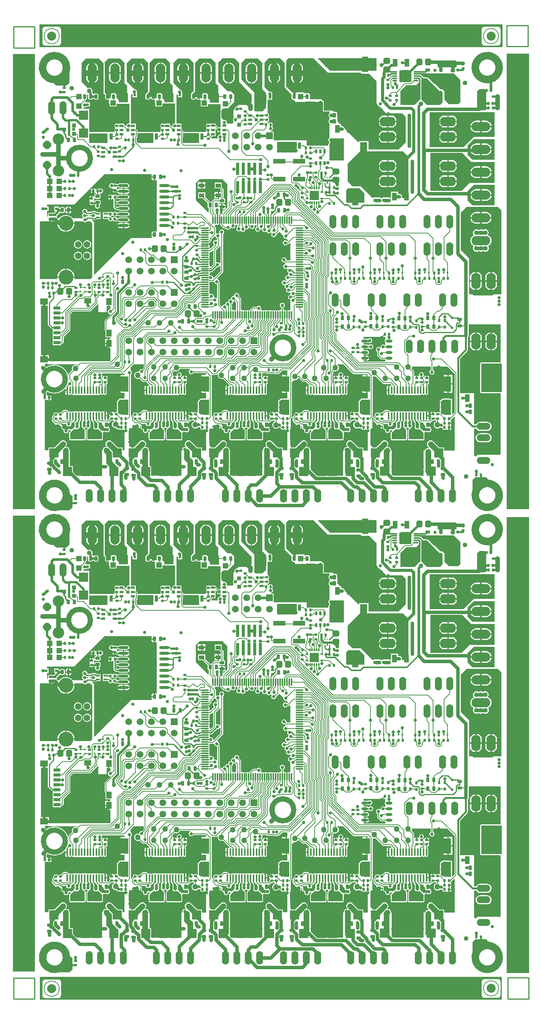
<source format=gtl>
G04 Layer_Physical_Order=1*
G04 Layer_Color=255*
%FSLAX24Y24*%
%MOIN*%
G70*
G01*
G75*
%ADD10C,0.0070*%
G04:AMPARAMS|DCode=11|XSize=78.7mil|YSize=78.7mil|CornerRadius=39.4mil|HoleSize=0mil|Usage=FLASHONLY|Rotation=90.000|XOffset=0mil|YOffset=0mil|HoleType=Round|Shape=RoundedRectangle|*
%AMROUNDEDRECTD11*
21,1,0.0787,0.0000,0,0,90.0*
21,1,0.0000,0.0787,0,0,90.0*
1,1,0.0787,0.0000,0.0000*
1,1,0.0787,0.0000,0.0000*
1,1,0.0787,0.0000,0.0000*
1,1,0.0787,0.0000,0.0000*
%
%ADD11ROUNDEDRECTD11*%
%ADD12C,0.0100*%
%ADD13C,0.0450*%
%ADD14C,0.0650*%
%ADD15R,0.0807X0.0807*%
%ADD16O,0.0315X0.0110*%
%ADD17O,0.0110X0.0315*%
%ADD18R,0.0157X0.0118*%
G04:AMPARAMS|DCode=19|XSize=22mil|YSize=24mil|CornerRadius=4.4mil|HoleSize=0mil|Usage=FLASHONLY|Rotation=0.000|XOffset=0mil|YOffset=0mil|HoleType=Round|Shape=RoundedRectangle|*
%AMROUNDEDRECTD19*
21,1,0.0220,0.0152,0,0,0.0*
21,1,0.0132,0.0240,0,0,0.0*
1,1,0.0088,0.0066,-0.0076*
1,1,0.0088,-0.0066,-0.0076*
1,1,0.0088,-0.0066,0.0076*
1,1,0.0088,0.0066,0.0076*
%
%ADD19ROUNDEDRECTD19*%
%ADD20R,0.0240X0.0240*%
G04:AMPARAMS|DCode=21|XSize=29.1mil|YSize=39.4mil|CornerRadius=5.8mil|HoleSize=0mil|Usage=FLASHONLY|Rotation=0.000|XOffset=0mil|YOffset=0mil|HoleType=Round|Shape=RoundedRectangle|*
%AMROUNDEDRECTD21*
21,1,0.0291,0.0277,0,0,0.0*
21,1,0.0175,0.0394,0,0,0.0*
1,1,0.0117,0.0087,-0.0139*
1,1,0.0117,-0.0087,-0.0139*
1,1,0.0117,-0.0087,0.0139*
1,1,0.0117,0.0087,0.0139*
%
%ADD21ROUNDEDRECTD21*%
G04:AMPARAMS|DCode=22|XSize=29.1mil|YSize=39.4mil|CornerRadius=5.8mil|HoleSize=0mil|Usage=FLASHONLY|Rotation=270.000|XOffset=0mil|YOffset=0mil|HoleType=Round|Shape=RoundedRectangle|*
%AMROUNDEDRECTD22*
21,1,0.0291,0.0277,0,0,270.0*
21,1,0.0175,0.0394,0,0,270.0*
1,1,0.0117,-0.0139,-0.0087*
1,1,0.0117,-0.0139,0.0087*
1,1,0.0117,0.0139,0.0087*
1,1,0.0117,0.0139,-0.0087*
%
%ADD22ROUNDEDRECTD22*%
G04:AMPARAMS|DCode=23|XSize=22mil|YSize=24mil|CornerRadius=4.4mil|HoleSize=0mil|Usage=FLASHONLY|Rotation=270.000|XOffset=0mil|YOffset=0mil|HoleType=Round|Shape=RoundedRectangle|*
%AMROUNDEDRECTD23*
21,1,0.0220,0.0152,0,0,270.0*
21,1,0.0132,0.0240,0,0,270.0*
1,1,0.0088,-0.0076,-0.0066*
1,1,0.0088,-0.0076,0.0066*
1,1,0.0088,0.0076,0.0066*
1,1,0.0088,0.0076,-0.0066*
%
%ADD23ROUNDEDRECTD23*%
%ADD24R,0.0128X0.0106*%
%ADD25R,0.0354X0.0157*%
%ADD26R,0.1102X0.0394*%
%ADD27C,0.0394*%
%ADD28R,0.0360X0.0320*%
%ADD29R,0.0240X0.0240*%
%ADD30R,0.0790X0.0790*%
%ADD31R,0.0790X0.0790*%
%ADD32R,0.0236X0.0335*%
%ADD33R,0.0335X0.0236*%
%ADD34R,0.0433X0.0669*%
G04:AMPARAMS|DCode=35|XSize=52mil|YSize=60mil|CornerRadius=13mil|HoleSize=0mil|Usage=FLASHONLY|Rotation=270.000|XOffset=0mil|YOffset=0mil|HoleType=Round|Shape=RoundedRectangle|*
%AMROUNDEDRECTD35*
21,1,0.0520,0.0340,0,0,270.0*
21,1,0.0260,0.0600,0,0,270.0*
1,1,0.0260,-0.0170,-0.0130*
1,1,0.0260,-0.0170,0.0130*
1,1,0.0260,0.0170,0.0130*
1,1,0.0260,0.0170,-0.0130*
%
%ADD35ROUNDEDRECTD35*%
%ADD36R,0.0551X0.1339*%
%ADD37R,0.0118X0.0157*%
%ADD38O,0.0138X0.0669*%
%ADD39R,0.2055X0.1220*%
%ADD40R,0.0250X0.0250*%
%ADD41R,0.0591X0.0453*%
%ADD42R,0.0669X0.0551*%
%ADD43R,0.0453X0.0591*%
%ADD44R,0.0591X0.0315*%
%ADD45C,0.0500*%
%ADD46C,0.0600*%
G04:AMPARAMS|DCode=47|XSize=52mil|YSize=60mil|CornerRadius=13mil|HoleSize=0mil|Usage=FLASHONLY|Rotation=0.000|XOffset=0mil|YOffset=0mil|HoleType=Round|Shape=RoundedRectangle|*
%AMROUNDEDRECTD47*
21,1,0.0520,0.0340,0,0,0.0*
21,1,0.0260,0.0600,0,0,0.0*
1,1,0.0260,0.0130,-0.0170*
1,1,0.0260,-0.0130,-0.0170*
1,1,0.0260,-0.0130,0.0170*
1,1,0.0260,0.0130,0.0170*
%
%ADD47ROUNDEDRECTD47*%
%ADD48R,0.0480X0.0480*%
%ADD49R,0.0480X0.0480*%
%ADD50R,0.1260X0.0630*%
%ADD51R,0.0630X0.1260*%
%ADD52R,0.0200X0.0280*%
G04:AMPARAMS|DCode=53|XSize=40mil|YSize=40mil|CornerRadius=20mil|HoleSize=0mil|Usage=FLASHONLY|Rotation=0.000|XOffset=0mil|YOffset=0mil|HoleType=Round|Shape=RoundedRectangle|*
%AMROUNDEDRECTD53*
21,1,0.0400,0.0000,0,0,0.0*
21,1,0.0000,0.0400,0,0,0.0*
1,1,0.0400,0.0000,0.0000*
1,1,0.0400,0.0000,0.0000*
1,1,0.0400,0.0000,0.0000*
1,1,0.0400,0.0000,0.0000*
%
%ADD53ROUNDEDRECTD53*%
G04:AMPARAMS|DCode=54|XSize=40mil|YSize=40mil|CornerRadius=20mil|HoleSize=0mil|Usage=FLASHONLY|Rotation=90.000|XOffset=0mil|YOffset=0mil|HoleType=Round|Shape=RoundedRectangle|*
%AMROUNDEDRECTD54*
21,1,0.0400,0.0000,0,0,90.0*
21,1,0.0000,0.0400,0,0,90.0*
1,1,0.0400,0.0000,0.0000*
1,1,0.0400,0.0000,0.0000*
1,1,0.0400,0.0000,0.0000*
1,1,0.0400,0.0000,0.0000*
%
%ADD54ROUNDEDRECTD54*%
%ADD55R,0.0295X0.1102*%
%ADD56R,0.1673X0.0465*%
%ADD57R,0.0280X0.0560*%
%ADD58R,0.1970X0.1700*%
%ADD59R,0.1299X0.0354*%
%ADD60R,0.0354X0.1299*%
%ADD61O,0.0709X0.0118*%
%ADD62O,0.0118X0.0709*%
%ADD63R,0.0402X0.0118*%
G04:AMPARAMS|DCode=64|XSize=105mil|YSize=105mil|CornerRadius=26.3mil|HoleSize=0mil|Usage=FLASHONLY|Rotation=0.000|XOffset=0mil|YOffset=0mil|HoleType=Round|Shape=RoundedRectangle|*
%AMROUNDEDRECTD64*
21,1,0.1050,0.0525,0,0,0.0*
21,1,0.0525,0.1050,0,0,0.0*
1,1,0.0525,0.0263,-0.0263*
1,1,0.0525,-0.0263,-0.0263*
1,1,0.0525,-0.0263,0.0263*
1,1,0.0525,0.0263,0.0263*
%
%ADD64ROUNDEDRECTD64*%
%ADD65O,0.0906X0.0236*%
%ADD66O,0.0591X0.0236*%
%ADD67R,0.0472X0.0354*%
%ADD68R,0.0110X0.0157*%
%ADD69R,0.0551X0.0197*%
%ADD70R,0.0250X0.0250*%
%ADD71C,0.0080*%
%ADD72C,0.0120*%
%ADD73C,0.0240*%
%ADD74C,0.0200*%
%ADD75C,0.0160*%
%ADD76C,0.0290*%
%ADD77C,0.0500*%
%ADD78C,0.0300*%
%ADD79C,0.0150*%
%ADD80C,0.0250*%
%ADD81C,0.0220*%
%ADD82C,0.0400*%
%ADD83C,0.0320*%
%ADD84C,0.0140*%
%ADD85O,0.0825X0.1650*%
%ADD86C,0.0591*%
%ADD87R,0.0591X0.0591*%
%ADD88O,0.0600X0.1200*%
G04:AMPARAMS|DCode=89|XSize=133mil|YSize=83mil|CornerRadius=0mil|HoleSize=0mil|Usage=FLASHONLY|Rotation=180.000|XOffset=0mil|YOffset=0mil|HoleType=Round|Shape=Octagon|*
%AMOCTAGOND89*
4,1,8,-0.0665,0.0208,-0.0665,-0.0208,-0.0458,-0.0415,0.0458,-0.0415,0.0665,-0.0208,0.0665,0.0208,0.0458,0.0415,-0.0458,0.0415,-0.0665,0.0208,0.0*
%
%ADD89OCTAGOND89*%

G04:AMPARAMS|DCode=90|XSize=133mil|YSize=83mil|CornerRadius=0mil|HoleSize=0mil|Usage=FLASHONLY|Rotation=270.000|XOffset=0mil|YOffset=0mil|HoleType=Round|Shape=Octagon|*
%AMOCTAGOND90*
4,1,8,-0.0208,-0.0665,0.0208,-0.0665,0.0415,-0.0458,0.0415,0.0458,0.0208,0.0665,-0.0208,0.0665,-0.0415,0.0458,-0.0415,-0.0458,-0.0208,-0.0665,0.0*
%
%ADD90OCTAGOND90*%

%ADD91C,0.1305*%
%ADD92C,0.0580*%
%ADD93C,0.1000*%
%ADD94P,0.0758X8X292.5*%
%ADD95O,0.1650X0.0825*%
%ADD96O,0.1200X0.0600*%
%ADD97C,0.0300*%
%ADD98C,0.0290*%
%ADD99C,0.0250*%
%ADD100C,0.0380*%
%ADD101C,0.0400*%
%ADD102C,0.0340*%
G36*
X18103Y22745D02*
X18109Y22717D01*
X18156Y22646D01*
X18227Y22599D01*
X18311Y22582D01*
X18344Y22555D01*
Y21397D01*
X18264Y21358D01*
X18225Y21384D01*
X18141Y21400D01*
X18123Y21397D01*
X18121Y21397D01*
X18061Y21466D01*
X18070Y21511D01*
X18054Y21595D01*
X18006Y21666D01*
X17935Y21714D01*
X17851Y21730D01*
X17767Y21714D01*
X17753Y21704D01*
X17681Y21752D01*
X17684Y21768D01*
X17674Y21819D01*
X17646Y21861D01*
Y21872D01*
X17674Y21915D01*
X17684Y21965D01*
X17674Y22015D01*
X17646Y22058D01*
Y22069D01*
X17674Y22112D01*
X17684Y22162D01*
X17674Y22212D01*
X17646Y22255D01*
Y22266D01*
X17674Y22308D01*
X17684Y22359D01*
X17674Y22409D01*
X17646Y22452D01*
Y22463D01*
X17674Y22505D01*
X17684Y22556D01*
X17674Y22606D01*
X17646Y22649D01*
Y22659D01*
X17674Y22702D01*
X17684Y22753D01*
X17702Y22774D01*
X17976D01*
X17976Y22774D01*
X18014Y22781D01*
X18020Y22782D01*
X18103Y22745D01*
D02*
G37*
G36*
X43311Y29041D02*
X43311Y21671D01*
X42591D01*
X42491Y21571D01*
X40871D01*
X40771Y21671D01*
X40461D01*
Y24811D01*
Y24861D01*
X40261Y25061D01*
X39731Y25591D01*
Y28841D01*
X40231Y29341D01*
X43011D01*
X43311Y29041D01*
D02*
G37*
G36*
X20019Y20924D02*
Y20361D01*
X19939Y20304D01*
X19935Y20305D01*
X19884Y20295D01*
X19842Y20267D01*
X19831D01*
X19788Y20295D01*
X19738Y20305D01*
X19733Y20304D01*
X19653Y20361D01*
Y20867D01*
X19696Y20896D01*
X19744Y20967D01*
X19760Y21051D01*
X19755Y21076D01*
X19781Y21102D01*
X19832Y21112D01*
X20019Y20924D01*
D02*
G37*
G36*
X18639Y24151D02*
Y23707D01*
X18067Y23135D01*
X18056Y23136D01*
X17985Y23167D01*
X17974Y23225D01*
X17926Y23296D01*
X17855Y23344D01*
X17771Y23360D01*
X17714Y23349D01*
X17703Y23405D01*
X17667Y23458D01*
X17664Y23474D01*
X17674Y23490D01*
X17684Y23540D01*
X17753Y23604D01*
X17827D01*
X17878Y23614D01*
X17921Y23643D01*
X18345Y24067D01*
X18371Y24062D01*
X18455Y24079D01*
X18526Y24126D01*
X18559Y24175D01*
X18639Y24151D01*
D02*
G37*
G36*
X18204Y26752D02*
X18209Y26727D01*
X18256Y26656D01*
X18299Y26627D01*
Y26616D01*
X18299Y26616D01*
X18307Y26573D01*
X18326Y26545D01*
X18321Y26485D01*
X18315Y26457D01*
X18264Y26428D01*
X18201Y26440D01*
X18117Y26424D01*
X18046Y26376D01*
X17998Y26305D01*
X17982Y26221D01*
X17998Y26137D01*
X18046Y26066D01*
X18051Y25970D01*
X17791Y25710D01*
X17708Y25740D01*
X17703Y25767D01*
X17667Y25820D01*
X17664Y25837D01*
X17674Y25852D01*
X17684Y25902D01*
X17674Y25952D01*
X17664Y25968D01*
X17667Y25984D01*
X17703Y26037D01*
X17705Y26049D01*
X17257D01*
Y26149D01*
X17705D01*
X17703Y26161D01*
X17668Y26212D01*
X17674Y26217D01*
X17801Y26343D01*
X17801Y26343D01*
X17825Y26380D01*
X17834Y26423D01*
Y26495D01*
X18117Y26778D01*
X18204Y26752D01*
D02*
G37*
G36*
X18004Y25492D02*
Y24312D01*
X17790Y24099D01*
X17735Y24122D01*
X17714Y24136D01*
X17703Y24193D01*
X17667Y24245D01*
X17664Y24262D01*
X17674Y24277D01*
X17684Y24327D01*
X17674Y24378D01*
X17646Y24420D01*
Y24431D01*
X17674Y24474D01*
X17684Y24524D01*
X17674Y24575D01*
X17664Y24590D01*
X17667Y24606D01*
X17703Y24659D01*
X17705Y24671D01*
X17257D01*
Y24771D01*
X17705D01*
X17703Y24783D01*
X17667Y24836D01*
X17664Y24852D01*
X17674Y24868D01*
X17684Y24918D01*
X17674Y24968D01*
X17646Y25011D01*
Y25022D01*
X17674Y25064D01*
X17684Y25115D01*
X17674Y25165D01*
X17646Y25208D01*
Y25219D01*
X17674Y25261D01*
X17684Y25312D01*
X17683Y25316D01*
X17740Y25396D01*
X17748D01*
X17748Y25396D01*
X17791Y25405D01*
X17828Y25429D01*
X17924Y25525D01*
X18004Y25492D01*
D02*
G37*
G36*
X18639Y25886D02*
Y24411D01*
X18559Y24387D01*
X18526Y24436D01*
X18455Y24484D01*
X18371Y24500D01*
X18308Y24488D01*
X18228Y24533D01*
Y25555D01*
X18535Y25862D01*
X18535Y25862D01*
X18560Y25898D01*
X18639Y25886D01*
D02*
G37*
G36*
X33112Y17723D02*
X33080Y17674D01*
X33065Y17601D01*
X33080Y17528D01*
X33112Y17479D01*
Y17247D01*
X33081Y17233D01*
X33063Y17229D01*
X33062Y17229D01*
X32995Y17274D01*
X32911Y17290D01*
X32827Y17274D01*
X32756Y17226D01*
X32708Y17155D01*
X32692Y17071D01*
X32697Y17046D01*
X32651Y17018D01*
X32596Y17055D01*
X32512Y17072D01*
X32428Y17055D01*
X32357Y17007D01*
X32309Y16936D01*
X32293Y16852D01*
X32309Y16768D01*
X32357Y16697D01*
X32404Y16666D01*
Y16365D01*
X32404Y16365D01*
X32412Y16322D01*
X32437Y16286D01*
X32701Y16022D01*
X32701Y16022D01*
X32737Y15997D01*
X32780Y15989D01*
X32780Y15989D01*
X33106D01*
X33112Y15979D01*
Y15799D01*
X31203D01*
Y15879D01*
X31258D01*
Y16101D01*
Y16323D01*
X31203D01*
Y16409D01*
X31485D01*
X31559Y16424D01*
X31621Y16465D01*
X31662Y16528D01*
X31677Y16601D01*
X31662Y16674D01*
X31621Y16737D01*
X31559Y16778D01*
X31485Y16793D01*
X31203D01*
Y16909D01*
X31485D01*
X31559Y16924D01*
X31621Y16965D01*
X31672Y16952D01*
X31678Y16943D01*
X31749Y16896D01*
X31833Y16879D01*
X31917Y16896D01*
X31988Y16943D01*
X32035Y17015D01*
X32052Y17098D01*
X32035Y17182D01*
X31988Y17253D01*
X31917Y17301D01*
X31833Y17318D01*
X31749Y17301D01*
X31678Y17253D01*
X31674Y17247D01*
X31621Y17237D01*
X31559Y17278D01*
X31485Y17293D01*
X31203D01*
Y17409D01*
X31485D01*
X31559Y17424D01*
X31595Y17448D01*
X31613D01*
X31657Y17419D01*
X31741Y17402D01*
X31825Y17419D01*
X31896Y17466D01*
X31944Y17537D01*
X31960Y17621D01*
X31944Y17705D01*
X31896Y17776D01*
X31825Y17824D01*
X31741Y17840D01*
X31657Y17824D01*
X31586Y17776D01*
X31579Y17765D01*
X31559Y17778D01*
X31485Y17793D01*
X31203D01*
Y17955D01*
X33112D01*
Y17723D01*
D02*
G37*
G36*
X39191Y14729D02*
Y11320D01*
X39013Y11141D01*
X38967Y11161D01*
Y12527D01*
X38778D01*
X38750Y12545D01*
X38711Y12553D01*
X38171D01*
X38132Y12545D01*
X38099Y12523D01*
X37919Y12343D01*
X37897Y12310D01*
X37889Y12271D01*
Y11357D01*
X37853Y11334D01*
X37840Y11331D01*
X37822Y11343D01*
X37777Y11352D01*
X37625D01*
X37581Y11343D01*
X37543Y11318D01*
X37489Y11328D01*
X37481Y11340D01*
X37433Y11372D01*
X37377Y11383D01*
X37351D01*
Y11170D01*
X37301D01*
Y11120D01*
X37078D01*
Y11104D01*
X37089Y11048D01*
X37121Y11000D01*
X37133Y10993D01*
X37143Y10939D01*
X37118Y10901D01*
X37109Y10857D01*
Y10757D01*
X37038Y10687D01*
X36941D01*
X36900Y10737D01*
X36905Y10763D01*
Y10979D01*
X36733D01*
Y11029D01*
X36683D01*
Y11457D01*
X36667Y11454D01*
X36611Y11416D01*
X36549Y11414D01*
X36531Y11426D01*
X36477Y11436D01*
X36423Y11426D01*
X36380Y11397D01*
X36366Y11391D01*
X36333D01*
X36318Y11397D01*
X36276Y11426D01*
X36257Y11429D01*
D01*
X36221Y11436D01*
X36167Y11426D01*
X36160Y11421D01*
X36026D01*
X36020Y11426D01*
X35965Y11436D01*
X35911Y11426D01*
X35904Y11421D01*
X35771D01*
X35764Y11426D01*
X35710Y11436D01*
X35655Y11426D01*
X35649Y11421D01*
X35515D01*
X35508Y11426D01*
X35454Y11436D01*
X35399Y11426D01*
X35393Y11421D01*
X35259D01*
X35252Y11426D01*
X35198Y11436D01*
X35144Y11426D01*
X35137Y11421D01*
X35003D01*
X34996Y11426D01*
X34942Y11436D01*
X34888Y11426D01*
X34881Y11421D01*
X34747D01*
X34740Y11426D01*
X34686Y11436D01*
X34632Y11426D01*
X34625Y11421D01*
X34491D01*
X34484Y11426D01*
X34430Y11436D01*
X34376Y11426D01*
X34369Y11421D01*
X34235D01*
X34228Y11426D01*
X34174Y11436D01*
X34120Y11426D01*
X34113Y11421D01*
X33979D01*
X33972Y11426D01*
X33918Y11436D01*
X33864Y11426D01*
X33857Y11421D01*
X33821Y11397D01*
X33807Y11391D01*
X33774D01*
X33759Y11397D01*
X33723Y11421D01*
X33717Y11426D01*
X33708Y11427D01*
X33662Y11436D01*
X33608Y11426D01*
X33567Y11398D01*
X33566Y11398D01*
X33542Y11403D01*
X33515Y11414D01*
X33510Y11437D01*
X33486Y11473D01*
X33486Y11473D01*
X33448Y11510D01*
X33412Y11535D01*
X33369Y11543D01*
X33369Y11543D01*
X33111D01*
X33111Y11543D01*
X33068Y11535D01*
X33032Y11510D01*
X32852Y11330D01*
X32744D01*
X32699Y11321D01*
X32662Y11296D01*
X32640Y11264D01*
X32613Y11261D01*
X32587Y11264D01*
X32565Y11296D01*
X32527Y11321D01*
X32483Y11330D01*
X32331D01*
X32286Y11321D01*
X32249Y11296D01*
X32223Y11258D01*
X32215Y11214D01*
Y11114D01*
X32097Y10997D01*
X32073Y10961D01*
X32065Y10918D01*
X32065Y10918D01*
Y10639D01*
X32065Y10639D01*
X32073Y10596D01*
X32097Y10560D01*
X32329Y10329D01*
X32329Y10329D01*
X32338Y10322D01*
X32343Y10301D01*
X32330Y10240D01*
Y10151D01*
X32579D01*
X32828D01*
Y10182D01*
X32840Y10192D01*
X32840Y10192D01*
X32896D01*
Y9962D01*
X32906Y9912D01*
X32935Y9870D01*
X32977Y9842D01*
X33027Y9832D01*
X33059D01*
X33100Y9782D01*
X33092Y9741D01*
X33108Y9657D01*
X33156Y9586D01*
X33227Y9538D01*
X33311Y9522D01*
X33395Y9538D01*
X33466Y9586D01*
X33514Y9657D01*
X33530Y9741D01*
X33527Y9759D01*
X33572Y9789D01*
X33603Y9768D01*
X33687Y9752D01*
X33706Y9756D01*
X33730Y9710D01*
X33650Y9630D01*
X33587D01*
Y9135D01*
X33601D01*
Y8971D01*
X33607Y8944D01*
X33622Y8921D01*
X33646Y8905D01*
X33673Y8900D01*
X34953D01*
X34980Y8905D01*
X35003Y8921D01*
X35019Y8944D01*
X35024Y8971D01*
Y9135D01*
X35026D01*
Y9630D01*
X35024D01*
Y9781D01*
X35019Y9808D01*
X35003Y9831D01*
X34930Y9905D01*
X34945Y9952D01*
X34975Y9959D01*
X35046Y10006D01*
X35051Y10013D01*
X35101D01*
X35106Y10006D01*
X35177Y9959D01*
X35197Y9955D01*
X35212Y9907D01*
X35136Y9831D01*
X35121Y9808D01*
X35115Y9781D01*
Y9630D01*
X35107D01*
Y9135D01*
X35115D01*
Y8971D01*
X35121Y8944D01*
X35136Y8921D01*
X35159Y8905D01*
X35187Y8900D01*
X36467D01*
X36494Y8905D01*
X36517Y8921D01*
X36533Y8944D01*
X36538Y8971D01*
Y9135D01*
X36546D01*
Y9583D01*
X36558Y9594D01*
X36596Y9616D01*
X36667Y9602D01*
X36751Y9618D01*
X36794Y9648D01*
X36853Y9609D01*
X36937Y9592D01*
X37021Y9609D01*
X37092Y9656D01*
X37139Y9727D01*
X37156Y9811D01*
X37139Y9895D01*
X37139Y9896D01*
X37134Y9902D01*
X37092Y9966D01*
X37088Y9969D01*
X37075Y10037D01*
X37084Y10051D01*
X37096Y10112D01*
Y10201D01*
X36848D01*
Y10301D01*
X37096D01*
Y10390D01*
X37091Y10415D01*
X37086Y10452D01*
X37127Y10471D01*
X37128Y10471D01*
X37164Y10495D01*
X37277Y10609D01*
X37377D01*
X37422Y10618D01*
X37459Y10643D01*
X37474Y10665D01*
X37528D01*
X37543Y10643D01*
X37581Y10618D01*
X37589Y10616D01*
Y10549D01*
X37520Y10521D01*
X37453Y10469D01*
X37402Y10402D01*
X37369Y10325D01*
X37358Y10241D01*
X37369Y10157D01*
X37402Y10080D01*
X37453Y10013D01*
X37510Y9969D01*
X37520Y9962D01*
X37597Y9929D01*
X37681Y9918D01*
X37765Y9929D01*
X37842Y9962D01*
X37905Y10010D01*
X37907Y10008D01*
X37991Y9992D01*
X38075Y10008D01*
X38079Y10011D01*
X38111Y9994D01*
X38129D01*
Y9984D01*
Y9935D01*
X38137Y9896D01*
D01*
X38138Y9891D01*
X38163Y9853D01*
X38201Y9828D01*
X38245Y9819D01*
X38377D01*
X38421Y9828D01*
X38459Y9853D01*
X38512Y9841D01*
X38518Y9831D01*
X38566Y9799D01*
X38622Y9788D01*
X38638D01*
Y10011D01*
X38688D01*
Y10061D01*
X38901D01*
Y10087D01*
X38890Y10143D01*
X38872Y10170D01*
X38862Y10206D01*
X38872Y10242D01*
X38890Y10269D01*
X38901Y10325D01*
Y10351D01*
X38688D01*
Y10451D01*
X38901D01*
Y10477D01*
X38890Y10533D01*
X38858Y10581D01*
X38847Y10588D01*
X38838Y10643D01*
X38863Y10681D01*
X38866Y10695D01*
X38877Y10697D01*
X38913Y10722D01*
X38918Y10730D01*
X39159Y10970D01*
X39205Y10951D01*
X39205Y7991D01*
X38272D01*
Y8239D01*
X37872D01*
X37320Y8790D01*
X37314Y8795D01*
X37313Y8799D01*
X37281Y8831D01*
X37275Y8825D01*
X37253Y8842D01*
X37175Y8874D01*
X37092Y8885D01*
X37008Y8874D01*
X36930Y8842D01*
X36864Y8790D01*
X36812Y8724D01*
X36780Y8646D01*
X36769Y8562D01*
X36780Y8479D01*
X36812Y8401D01*
X36864Y8334D01*
X36942Y8256D01*
X36918Y8208D01*
X36877Y8214D01*
X36793Y8203D01*
X36715Y8171D01*
X36649Y8119D01*
X36597Y8052D01*
X36572Y7991D01*
X36477D01*
Y5771D01*
X33799D01*
X33657Y5914D01*
Y7991D01*
X33617D01*
X33584Y8041D01*
X33592Y8081D01*
X33575Y8165D01*
X33528Y8236D01*
X33457Y8284D01*
X33373Y8300D01*
X33330Y8292D01*
X33285Y8327D01*
X33282Y8342D01*
X33327Y8401D01*
X33360Y8479D01*
X33371Y8562D01*
X33360Y8646D01*
X33327Y8724D01*
X33276Y8790D01*
X33209Y8842D01*
X33131Y8874D01*
X33048Y8885D01*
X32964Y8874D01*
X32886Y8842D01*
X32820Y8790D01*
X32268Y8239D01*
X31981D01*
Y8336D01*
X31952D01*
X31821Y8467D01*
Y9875D01*
X31872Y9926D01*
X31981D01*
Y10858D01*
X31989Y10897D01*
Y14483D01*
X32030Y14511D01*
X32057Y14499D01*
X32141Y14488D01*
X32225Y14499D01*
X32246Y14508D01*
X32893Y13862D01*
X32893Y13862D01*
X32929Y13837D01*
X32972Y13829D01*
X33570D01*
X33670Y13729D01*
X33667Y13713D01*
X33650Y13678D01*
X33608Y13670D01*
X33590Y13658D01*
X33528Y13661D01*
X33472Y13698D01*
X33456Y13701D01*
Y13273D01*
Y12845D01*
X33472Y12848D01*
X33528Y12886D01*
X33590Y12888D01*
X33608Y12876D01*
X33662Y12866D01*
X33717Y12876D01*
X33759Y12905D01*
X33774Y12911D01*
X33807D01*
X33821Y12905D01*
X33864Y12876D01*
X33896Y12870D01*
X33918Y12866D01*
X33921Y12861D01*
X36219D01*
X36221Y12866D01*
X36244Y12870D01*
X36276Y12876D01*
X36318Y12905D01*
X36333Y12911D01*
X36366D01*
X36380Y12905D01*
X36423Y12876D01*
X36477Y12866D01*
X36531Y12876D01*
X36577Y12907D01*
X36580Y12911D01*
X36630D01*
X36633Y12907D01*
X36679Y12876D01*
X36733Y12866D01*
X36787Y12876D01*
X36833Y12907D01*
X36864Y12953D01*
X36875Y13007D01*
Y13539D01*
X36864Y13593D01*
X36845Y13621D01*
Y13792D01*
X36872Y13798D01*
X36909Y13823D01*
X36934Y13861D01*
X36943Y13905D01*
Y14037D01*
X36934Y14081D01*
X36909Y14119D01*
X36921Y14172D01*
X36931Y14178D01*
X36963Y14226D01*
X36974Y14282D01*
Y14298D01*
X36751D01*
Y14348D01*
X36701D01*
Y14561D01*
X36675D01*
X36619Y14550D01*
X36571Y14518D01*
X36539Y14470D01*
X36532Y14431D01*
X36481D01*
X36474Y14461D01*
X36449Y14499D01*
X36448Y14504D01*
X36484Y14557D01*
X36500Y14641D01*
X36484Y14725D01*
X36436Y14796D01*
X36365Y14844D01*
X36281Y14860D01*
X36197Y14844D01*
X36126Y14796D01*
X36079Y14725D01*
X36062Y14641D01*
X36079Y14557D01*
X36096Y14531D01*
X36095Y14529D01*
X36051Y14522D01*
X36034Y14524D01*
X35993Y14552D01*
X35937Y14563D01*
X35911D01*
Y14350D01*
X35811D01*
Y14563D01*
X35785D01*
X35729Y14552D01*
X35703Y14534D01*
X35653Y14561D01*
Y14881D01*
X35653Y14881D01*
X35645Y14924D01*
X35620Y14960D01*
X35620Y14960D01*
X35402Y15178D01*
X35423Y15227D01*
X35434Y15311D01*
X35456Y15337D01*
X37095Y15337D01*
Y15048D01*
X37052Y15019D01*
X37004Y14948D01*
X36987Y14864D01*
X37004Y14780D01*
X37052Y14709D01*
X37123Y14662D01*
X37207Y14645D01*
X37291Y14662D01*
X37362Y14709D01*
X37409Y14780D01*
X37426Y14864D01*
X37409Y14948D01*
X37362Y15019D01*
X37319Y15048D01*
Y15337D01*
X38584D01*
X39191Y14729D01*
D02*
G37*
G36*
X43351Y13110D02*
X41551D01*
Y13260D01*
Y15610D01*
X43351D01*
Y13110D01*
D02*
G37*
G36*
X10221Y14729D02*
Y14604D01*
X9885D01*
Y14485D01*
X10391D01*
Y13185D01*
X9885D01*
Y13065D01*
X10221D01*
Y12553D01*
X9811D01*
X9772Y12545D01*
X9739Y12523D01*
X9559Y12343D01*
X9537Y12310D01*
X9529Y12271D01*
Y11353D01*
X9528Y11352D01*
X9395D01*
X9351Y11343D01*
X9313Y11318D01*
X9258Y11327D01*
X9251Y11338D01*
X9203Y11370D01*
X9147Y11381D01*
X9121D01*
Y11168D01*
X9071D01*
Y11118D01*
X8848D01*
Y11102D01*
X8859Y11046D01*
X8891Y10998D01*
X8901Y10992D01*
X8913Y10939D01*
X8888Y10901D01*
X8879Y10857D01*
Y10757D01*
X8808Y10687D01*
X8707D01*
X8666Y10737D01*
X8671Y10763D01*
Y10979D01*
X8499D01*
Y11029D01*
X8449D01*
Y11457D01*
X8433Y11454D01*
X8377Y11416D01*
X8315Y11414D01*
X8297Y11426D01*
X8243Y11436D01*
X8189Y11426D01*
X8146Y11397D01*
X8131Y11391D01*
X8099D01*
X8084Y11397D01*
X8041Y11426D01*
X7987Y11436D01*
X7933Y11426D01*
X7926Y11421D01*
X7792D01*
X7785Y11426D01*
X7731Y11436D01*
X7677Y11426D01*
X7670Y11421D01*
X7536D01*
X7529Y11426D01*
X7475Y11436D01*
X7421Y11426D01*
X7414Y11421D01*
X7280D01*
X7274Y11426D01*
X7219Y11436D01*
X7165Y11426D01*
X7158Y11421D01*
X7024D01*
X7018Y11426D01*
X6963Y11436D01*
X6909Y11426D01*
X6902Y11421D01*
X6768D01*
X6762Y11426D01*
X6708Y11436D01*
X6653Y11426D01*
X6647Y11421D01*
X6513D01*
X6506Y11426D01*
X6452Y11436D01*
X6397Y11426D01*
X6391Y11421D01*
X6257D01*
X6250Y11426D01*
X6196Y11436D01*
X6141Y11426D01*
X6135Y11421D01*
X6001D01*
X5994Y11426D01*
X5940Y11436D01*
X5886Y11426D01*
X5879Y11421D01*
X5745D01*
X5738Y11426D01*
X5684Y11436D01*
X5630Y11426D01*
X5587Y11397D01*
X5572Y11391D01*
X5539D01*
X5525Y11397D01*
X5482Y11426D01*
X5428Y11436D01*
X5374Y11426D01*
X5332Y11398D01*
X5332Y11398D01*
X5307Y11403D01*
X5280Y11414D01*
X5276Y11437D01*
X5251Y11473D01*
X5251Y11473D01*
X5214Y11510D01*
X5178Y11535D01*
X5135Y11543D01*
X5135Y11543D01*
X4877D01*
X4877Y11543D01*
X4834Y11535D01*
X4797Y11510D01*
X4617Y11330D01*
X4509D01*
X4465Y11321D01*
X4427Y11296D01*
X4406Y11264D01*
X4379Y11261D01*
X4352Y11264D01*
X4331Y11296D01*
X4293Y11321D01*
X4248Y11330D01*
X4096D01*
X4052Y11321D01*
X4014Y11296D01*
X3989Y11258D01*
X3980Y11214D01*
Y11114D01*
X3863Y10997D01*
X3839Y10961D01*
X3830Y10918D01*
X3830Y10918D01*
Y10639D01*
X3830Y10639D01*
X3839Y10596D01*
X3863Y10560D01*
X4094Y10329D01*
X4094Y10329D01*
X4104Y10322D01*
X4108Y10301D01*
X4100Y10261D01*
X4487Y10261D01*
X4615Y10133D01*
X4643Y10147D01*
X4662Y10133D01*
Y9962D01*
X4672Y9912D01*
X4700Y9870D01*
X4743Y9842D01*
X4793Y9832D01*
X4824D01*
X4862Y9782D01*
X4852Y9731D01*
X4868Y9647D01*
X4916Y9576D01*
X4987Y9528D01*
X5071Y9512D01*
X5155Y9528D01*
X5226Y9576D01*
X5274Y9647D01*
X5290Y9731D01*
X5282Y9773D01*
X5322Y9799D01*
X5369Y9768D01*
X5452Y9752D01*
X5471Y9756D01*
X5496Y9710D01*
X5416Y9630D01*
X5353D01*
Y9135D01*
X5367D01*
Y8971D01*
X5373Y8944D01*
X5388Y8921D01*
X5411Y8905D01*
X5438Y8900D01*
X6718D01*
X6746Y8905D01*
X6769Y8921D01*
X6784Y8944D01*
X6790Y8971D01*
Y9135D01*
X6792D01*
Y9630D01*
X6790D01*
Y9781D01*
X6784Y9808D01*
X6769Y9831D01*
X6696Y9905D01*
X6710Y9952D01*
X6741Y9959D01*
X6812Y10006D01*
X6862D01*
X6933Y9959D01*
X6961Y9953D01*
X6976Y9905D01*
X6902Y9831D01*
X6887Y9808D01*
X6881Y9781D01*
Y9630D01*
X6873D01*
Y9135D01*
X6881D01*
Y8971D01*
X6887Y8944D01*
X6902Y8921D01*
X6925Y8905D01*
X6952Y8900D01*
X8232D01*
X8260Y8905D01*
X8283Y8921D01*
X8298Y8944D01*
X8304Y8971D01*
Y9135D01*
X8312D01*
Y9583D01*
X8323Y9594D01*
X8362Y9616D01*
X8432Y9602D01*
X8516Y9618D01*
X8560Y9648D01*
X8619Y9609D01*
X8702Y9592D01*
X8786Y9609D01*
X8857Y9656D01*
X8905Y9727D01*
X8922Y9811D01*
X8905Y9895D01*
X8857Y9966D01*
X8853Y9969D01*
X8841Y10037D01*
X8850Y10051D01*
X8862Y10112D01*
Y10201D01*
X8613D01*
Y10301D01*
X8862D01*
Y10390D01*
X8857Y10414D01*
X8855Y10454D01*
X8893Y10470D01*
X8898Y10471D01*
X8934Y10495D01*
X9047Y10609D01*
X9147D01*
X9191Y10618D01*
X9229Y10643D01*
X9231Y10645D01*
X9288Y10648D01*
X9301Y10632D01*
X9291Y10579D01*
X9270Y10571D01*
X9203Y10519D01*
X9151Y10452D01*
X9119Y10375D01*
X9108Y10291D01*
X9119Y10207D01*
X9151Y10130D01*
X9203Y10063D01*
X9270Y10012D01*
X9313Y9994D01*
X9347Y9979D01*
X9431Y9968D01*
X9475Y9974D01*
X9478Y9957D01*
X9526Y9886D01*
X9597Y9839D01*
X9681Y9822D01*
X9765Y9839D01*
X9788Y9854D01*
X9793Y9853D01*
X9831Y9828D01*
X9875Y9819D01*
X10007D01*
X10046Y9827D01*
X10057Y9824D01*
X10071Y9815D01*
X10097Y9835D01*
X10150Y9831D01*
X10198Y9799D01*
X10221Y9795D01*
Y8031D01*
X10037D01*
Y8239D01*
X9637D01*
X9086Y8790D01*
X9079Y8795D01*
X9079Y8797D01*
X9046Y8830D01*
X9040Y8825D01*
X9019Y8842D01*
X8941Y8874D01*
X8857Y8885D01*
X8774Y8874D01*
X8696Y8842D01*
X8629Y8790D01*
X8578Y8724D01*
X8546Y8646D01*
X8535Y8562D01*
X8546Y8479D01*
X8578Y8401D01*
X8623Y8342D01*
X8620Y8327D01*
X8575Y8292D01*
X8532Y8300D01*
X8449Y8284D01*
X8377Y8236D01*
X8330Y8165D01*
X8313Y8081D01*
X8315Y8070D01*
X8284Y8031D01*
X8232D01*
Y5771D01*
X6019D01*
X5664Y6127D01*
Y6626D01*
X5412D01*
Y8031D01*
X5387D01*
X5355Y8070D01*
X5358Y8081D01*
X5341Y8165D01*
X5293Y8236D01*
X5222Y8284D01*
X5138Y8300D01*
X5096Y8292D01*
X5051Y8327D01*
X5048Y8342D01*
X5093Y8401D01*
X5125Y8479D01*
X5136Y8562D01*
X5125Y8646D01*
X5093Y8724D01*
X5042Y8790D01*
X4975Y8842D01*
X4897Y8874D01*
X4813Y8885D01*
X4730Y8874D01*
X4652Y8842D01*
X4585Y8790D01*
X4034Y8239D01*
X3527D01*
Y8031D01*
X3207D01*
X3207Y12429D01*
X3267D01*
X3311Y12438D01*
X3349Y12463D01*
X3403Y12453D01*
X3410Y12441D01*
X3458Y12409D01*
X3514Y12398D01*
X3530D01*
Y12621D01*
Y12844D01*
X3514D01*
X3458Y12833D01*
X3424Y12810D01*
X3379Y12829D01*
X3374Y12832D01*
Y13123D01*
X3415Y13163D01*
X3469Y13129D01*
X3652Y13054D01*
X3844Y13008D01*
X4041Y12992D01*
X4238Y13008D01*
X4430Y13054D01*
X4613Y13129D01*
X4781Y13233D01*
X4931Y13361D01*
X4953Y13386D01*
X5000Y13369D01*
Y13323D01*
X5172D01*
Y13273D01*
X5222D01*
Y12845D01*
X5238Y12848D01*
X5294Y12886D01*
X5356Y12888D01*
X5374Y12876D01*
X5428Y12866D01*
X5482Y12876D01*
X5525Y12905D01*
X5539Y12911D01*
X5572D01*
X5587Y12905D01*
X5630Y12876D01*
X5662Y12870D01*
X5684Y12866D01*
X5686Y12861D01*
X7985D01*
X7987Y12866D01*
X8009Y12870D01*
X8041Y12876D01*
X8084Y12905D01*
X8099Y12911D01*
X8131D01*
X8146Y12905D01*
X8189Y12876D01*
X8243Y12866D01*
X8297Y12876D01*
X8343Y12907D01*
X8346Y12911D01*
X8396D01*
X8399Y12907D01*
X8445Y12876D01*
X8499Y12866D01*
X8553Y12876D01*
X8599Y12907D01*
X8630Y12953D01*
X8640Y13007D01*
Y13539D01*
X8630Y13593D01*
X8611Y13621D01*
Y13795D01*
X8626Y13798D01*
X8664Y13823D01*
X8689Y13861D01*
X8698Y13905D01*
Y14037D01*
X8689Y14081D01*
X8664Y14119D01*
X8675Y14172D01*
X8685Y14178D01*
X8717Y14226D01*
X8728Y14282D01*
Y14298D01*
X8505D01*
Y14348D01*
X8455D01*
Y14561D01*
X8429D01*
X8373Y14550D01*
X8326Y14518D01*
X8294Y14470D01*
X8283Y14414D01*
Y14399D01*
X8233Y14372D01*
X8228Y14376D01*
Y14417D01*
X8219Y14461D01*
X8204Y14483D01*
X8234Y14527D01*
X8250Y14611D01*
X8234Y14695D01*
X8217Y14720D01*
X8241Y14764D01*
X10171D01*
X10221Y14729D01*
D02*
G37*
G36*
X24511Y14604D02*
X24471D01*
Y14485D01*
X24551D01*
Y13185D01*
X24471D01*
Y13065D01*
X24511D01*
Y12553D01*
X23971D01*
X23932Y12545D01*
X23899Y12523D01*
X23719Y12343D01*
X23697Y12310D01*
X23689Y12271D01*
Y11368D01*
X23675Y11356D01*
X23642Y11336D01*
X23641Y11336D01*
X23607Y11342D01*
X23455D01*
X23411Y11333D01*
X23373Y11308D01*
X23319Y11318D01*
X23311Y11330D01*
X23263Y11362D01*
X23207Y11373D01*
X23181D01*
Y11160D01*
X23131D01*
Y11110D01*
X22908D01*
Y11094D01*
X22919Y11038D01*
X22951Y10990D01*
X22963Y10983D01*
X22973Y10929D01*
X22948Y10891D01*
X22939Y10847D01*
Y10747D01*
X22878Y10687D01*
X22766D01*
X22726Y10737D01*
X22731Y10763D01*
Y10979D01*
X22559D01*
Y11029D01*
X22509D01*
Y11457D01*
X22493Y11454D01*
X22437Y11416D01*
X22375Y11414D01*
X22357Y11426D01*
X22303Y11436D01*
X22249Y11426D01*
X22206Y11397D01*
X22191Y11391D01*
X22158D01*
X22144Y11397D01*
X22101Y11426D01*
X22092Y11427D01*
D01*
X22047Y11436D01*
X21993Y11426D01*
X21986Y11421D01*
X21852D01*
X21845Y11426D01*
X21791Y11436D01*
X21737Y11426D01*
X21730Y11421D01*
X21596D01*
X21589Y11426D01*
X21535Y11436D01*
X21481Y11426D01*
X21474Y11421D01*
X21340D01*
X21333Y11426D01*
X21279Y11436D01*
X21225Y11426D01*
X21218Y11421D01*
X21084D01*
X21077Y11426D01*
X21023Y11436D01*
X20969Y11426D01*
X20962Y11421D01*
X20828D01*
X20821Y11426D01*
X20767Y11436D01*
X20713Y11426D01*
X20706Y11421D01*
X20572D01*
X20566Y11426D01*
X20511Y11436D01*
X20457Y11426D01*
X20450Y11421D01*
X20316D01*
X20310Y11426D01*
X20255Y11436D01*
X20201Y11426D01*
X20194Y11421D01*
X20061D01*
X20054Y11426D01*
X20000Y11436D01*
X19945Y11426D01*
X19939Y11421D01*
X19805D01*
X19798Y11426D01*
X19744Y11436D01*
X19689Y11426D01*
X19647Y11397D01*
X19632Y11391D01*
X19599D01*
X19585Y11397D01*
X19542Y11426D01*
X19533Y11427D01*
X19532Y11428D01*
X19488Y11436D01*
X19434Y11426D01*
X19392Y11398D01*
X19391Y11398D01*
X19367Y11403D01*
X19340Y11414D01*
X19335Y11437D01*
X19311Y11473D01*
X19311Y11473D01*
X19274Y11510D01*
X19237Y11535D01*
X19194Y11543D01*
X19194Y11543D01*
X18937D01*
X18937Y11543D01*
X18894Y11535D01*
X18857Y11510D01*
X18677Y11330D01*
X18569D01*
X18525Y11321D01*
X18487Y11296D01*
X18465Y11264D01*
X18439Y11261D01*
X18412Y11264D01*
X18390Y11296D01*
X18353Y11321D01*
X18308Y11330D01*
X18156D01*
X18112Y11321D01*
X18074Y11296D01*
X18049Y11258D01*
X18040Y11214D01*
Y11114D01*
X17923Y10997D01*
X17913Y10983D01*
X17863Y10998D01*
Y14471D01*
X17859Y14493D01*
Y14549D01*
X17859Y14549D01*
X17854Y14574D01*
X17867Y14591D01*
X17891Y14611D01*
X17893Y14612D01*
X17927Y14605D01*
X18228D01*
X18228Y14605D01*
X18271Y14614D01*
X18307Y14638D01*
X18348Y14679D01*
X18395Y14656D01*
X18388Y14601D01*
X18399Y14517D01*
X18432Y14440D01*
X18483Y14373D01*
X18550Y14322D01*
X18627Y14289D01*
X18711Y14278D01*
X18795Y14289D01*
X18836Y14306D01*
X19420Y13722D01*
X19420Y13722D01*
X19425Y13719D01*
X19427Y13704D01*
X19421Y13661D01*
X19416Y13658D01*
X19354Y13661D01*
X19298Y13698D01*
X19282Y13701D01*
Y13273D01*
Y12845D01*
X19298Y12848D01*
X19354Y12886D01*
X19416Y12888D01*
X19434Y12876D01*
X19488Y12866D01*
X19542Y12876D01*
X19585Y12905D01*
X19599Y12911D01*
X19632D01*
X19647Y12905D01*
X19689Y12876D01*
X19721Y12870D01*
X19744Y12866D01*
X19746Y12861D01*
X22044D01*
X22047Y12866D01*
X22069Y12870D01*
X22101Y12876D01*
X22144Y12905D01*
X22158Y12911D01*
X22191D01*
X22206Y12905D01*
X22249Y12876D01*
X22303Y12866D01*
X22357Y12876D01*
X22403Y12907D01*
X22406Y12911D01*
X22456D01*
X22458Y12907D01*
X22504Y12876D01*
X22559Y12866D01*
X22613Y12876D01*
X22659Y12907D01*
X22689Y12953D01*
X22700Y13007D01*
Y13539D01*
X22689Y13593D01*
X22671Y13621D01*
Y13791D01*
X22706Y13798D01*
X22743Y13823D01*
X22769Y13861D01*
X22777Y13905D01*
Y14037D01*
X22769Y14081D01*
X22743Y14119D01*
X22755Y14172D01*
X22765Y14178D01*
X22797Y14226D01*
X22808Y14282D01*
Y14298D01*
X22585D01*
Y14348D01*
X22535D01*
Y14561D01*
X22509D01*
X22453Y14550D01*
X22405Y14518D01*
X22374Y14470D01*
X22362Y14414D01*
Y14399D01*
X22312Y14372D01*
X22307Y14376D01*
Y14417D01*
X22299Y14461D01*
X22274Y14498D01*
X22314Y14557D01*
X22330Y14641D01*
X22314Y14725D01*
X22304Y14740D01*
X22327Y14784D01*
X22643D01*
X22675Y14752D01*
X22675Y14752D01*
X22711Y14727D01*
X22754Y14719D01*
X22754Y14719D01*
X23014D01*
X23014Y14719D01*
X23032Y14722D01*
X23115D01*
X23133Y14719D01*
X23368D01*
X23379Y14708D01*
X23379Y14708D01*
X23416Y14683D01*
X23459Y14675D01*
X23459Y14675D01*
X23676D01*
X23676Y14675D01*
X23719Y14683D01*
X23756Y14708D01*
X24082Y15034D01*
X24511D01*
Y14604D01*
D02*
G37*
G36*
X3187Y20685D02*
X3470D01*
Y19041D01*
X3479Y18994D01*
X3506Y18955D01*
X3756Y18705D01*
X3795Y18678D01*
X3842Y18669D01*
X3913D01*
Y18097D01*
Y17664D01*
Y17231D01*
X4644D01*
Y17346D01*
X4692D01*
X4692Y17346D01*
X4735Y17354D01*
X4772Y17379D01*
X4832Y17439D01*
X4832Y17439D01*
X4856Y17475D01*
X4864Y17518D01*
X4864Y17518D01*
Y17931D01*
X5407Y18473D01*
X5407Y18473D01*
X5431Y18509D01*
X5439Y18552D01*
X5439Y18552D01*
Y19953D01*
X5671Y20184D01*
X7158D01*
X7158Y20184D01*
X7201Y20192D01*
X7237Y20216D01*
X7858Y20837D01*
X7863Y20837D01*
X7908Y20822D01*
Y20668D01*
X7908Y20667D01*
Y20175D01*
X7913Y20147D01*
X7929Y20124D01*
X7952Y20109D01*
X7979Y20103D01*
X8570D01*
X8597Y20109D01*
X8620Y20124D01*
X8636Y20147D01*
X8641Y20175D01*
Y20645D01*
X8786D01*
Y21041D01*
X8886D01*
Y20645D01*
X8985D01*
Y20402D01*
X8968Y20389D01*
X8885Y20372D01*
X8813Y20324D01*
X8766Y20253D01*
X8749Y20169D01*
X8766Y20085D01*
X8813Y20014D01*
X8885Y19967D01*
X8968Y19950D01*
X8972Y19948D01*
X8975Y19895D01*
X8499Y19419D01*
X8475Y19383D01*
X8466Y19340D01*
X8466Y19340D01*
Y18613D01*
X8466Y18613D01*
X8475Y18570D01*
X8499Y18534D01*
X8539Y18493D01*
Y17920D01*
X8985D01*
Y17775D01*
X8886D01*
Y17379D01*
Y16984D01*
X8985D01*
Y15865D01*
X8940Y15821D01*
X3572D01*
Y15932D01*
X3137D01*
Y15982D01*
X3087D01*
Y16357D01*
X2882D01*
Y20685D01*
X3087D01*
Y21060D01*
X3187D01*
Y20685D01*
D02*
G37*
G36*
X6023Y15561D02*
X6042Y15516D01*
X6009Y15483D01*
X5985Y15493D01*
X5901Y15504D01*
X5817Y15493D01*
X5740Y15461D01*
X5673Y15409D01*
X5622Y15342D01*
X5589Y15265D01*
X5578Y15181D01*
X5589Y15097D01*
X5610Y15048D01*
X5332Y14770D01*
X5307Y14734D01*
X5299Y14691D01*
X5299Y14691D01*
Y14602D01*
X5249Y14596D01*
X5238Y14640D01*
X5163Y14823D01*
X5059Y14991D01*
X4931Y15141D01*
X4781Y15269D01*
X4613Y15373D01*
X4430Y15448D01*
X4238Y15494D01*
X4041Y15510D01*
X3844Y15494D01*
X3652Y15448D01*
X3469Y15373D01*
X3340Y15293D01*
X3217Y15417D01*
X3207Y15424D01*
Y15561D01*
X6023Y15561D01*
D02*
G37*
G36*
X30252Y14732D02*
X30252Y14732D01*
X30288Y14707D01*
X30331Y14699D01*
X31536D01*
X31581Y14654D01*
Y14604D01*
X31541D01*
Y14485D01*
X31621D01*
Y13185D01*
X31541D01*
Y13065D01*
X31581D01*
Y12553D01*
X31041D01*
X31002Y12545D01*
X30969Y12523D01*
X30789Y12343D01*
X30767Y12310D01*
X30759Y12271D01*
Y11387D01*
X30709Y11350D01*
X30697Y11352D01*
X30545D01*
X30501Y11343D01*
X30463Y11318D01*
X30409Y11328D01*
X30401Y11340D01*
X30353Y11372D01*
X30297Y11383D01*
X30271D01*
Y11170D01*
X30221D01*
Y11120D01*
X29998D01*
Y11104D01*
X30009Y11048D01*
X30041Y11000D01*
X30053Y10993D01*
X30063Y10939D01*
X30038Y10901D01*
X30029Y10857D01*
Y10757D01*
X29958Y10687D01*
X29852D01*
X29812Y10737D01*
X29817Y10763D01*
Y10979D01*
X29645D01*
Y11029D01*
X29595D01*
Y11457D01*
X29579Y11454D01*
X29523Y11416D01*
X29461Y11414D01*
X29443Y11426D01*
X29389Y11436D01*
X29334Y11426D01*
X29292Y11397D01*
X29277Y11391D01*
X29244D01*
X29230Y11397D01*
X29187Y11426D01*
X29133Y11436D01*
X29079Y11426D01*
X29072Y11421D01*
X28938D01*
X28931Y11426D01*
X28877Y11436D01*
X28823Y11426D01*
X28816Y11421D01*
X28682D01*
X28675Y11426D01*
X28621Y11436D01*
X28567Y11426D01*
X28560Y11421D01*
X28426D01*
X28419Y11426D01*
X28365Y11436D01*
X28311Y11426D01*
X28304Y11421D01*
X28170D01*
X28163Y11426D01*
X28109Y11436D01*
X28055Y11426D01*
X28048Y11421D01*
X27914D01*
X27907Y11426D01*
X27853Y11436D01*
X27799Y11426D01*
X27792Y11421D01*
X27658D01*
X27652Y11426D01*
X27597Y11436D01*
X27543Y11426D01*
X27536Y11421D01*
X27402D01*
X27396Y11426D01*
X27341Y11436D01*
X27287Y11426D01*
X27280Y11421D01*
X27147D01*
X27140Y11426D01*
X27086Y11436D01*
X27031Y11426D01*
X27025Y11421D01*
X26891D01*
X26884Y11426D01*
X26830Y11436D01*
X26784Y11427D01*
X26775Y11426D01*
X26769Y11421D01*
X26733Y11397D01*
X26718Y11391D01*
X26685D01*
X26671Y11397D01*
X26635Y11421D01*
X26628Y11426D01*
X26574Y11436D01*
X26520Y11426D01*
X26478Y11398D01*
X26477Y11398D01*
X26453Y11403D01*
X26426Y11414D01*
X26421Y11437D01*
X26397Y11473D01*
X26397Y11473D01*
X26360Y11510D01*
X26323Y11535D01*
X26280Y11543D01*
X26280Y11543D01*
X26023D01*
X26023Y11543D01*
X25980Y11535D01*
X25943Y11510D01*
X25763Y11330D01*
X25655D01*
X25611Y11321D01*
X25573Y11296D01*
X25551Y11264D01*
X25525Y11261D01*
X25498Y11264D01*
X25476Y11296D01*
X25439Y11321D01*
X25394Y11330D01*
X25242D01*
X25198Y11321D01*
X25160Y11296D01*
X25135Y11258D01*
X25126Y11214D01*
Y11114D01*
X25009Y10997D01*
X24985Y10961D01*
X24976Y10918D01*
X24976Y10918D01*
Y10639D01*
X24976Y10639D01*
X24985Y10596D01*
X25009Y10560D01*
X25240Y10329D01*
X25240Y10329D01*
X25250Y10322D01*
X25254Y10301D01*
X25242Y10240D01*
Y10151D01*
X25490D01*
Y10051D01*
X25242D01*
Y9962D01*
X25249Y9926D01*
X25732D01*
X25739Y9962D01*
Y10122D01*
X25789Y10147D01*
X25808Y10133D01*
Y9962D01*
X25818Y9912D01*
X25846Y9870D01*
X25888Y9842D01*
X25939Y9832D01*
X25974D01*
X26012Y9782D01*
X26002Y9731D01*
X26019Y9647D01*
X26066Y9576D01*
X26137Y9528D01*
X26221Y9512D01*
X26305Y9528D01*
X26376Y9576D01*
X26424Y9647D01*
X26440Y9731D01*
X26434Y9764D01*
X26478Y9793D01*
X26514Y9768D01*
X26598Y9752D01*
X26617Y9756D01*
X26642Y9710D01*
X26562Y9630D01*
X26499D01*
Y9135D01*
X26513D01*
Y8971D01*
X26518Y8944D01*
X26534Y8921D01*
X26557Y8905D01*
X26584Y8900D01*
X27864D01*
X27892Y8905D01*
X27915Y8921D01*
X27930Y8944D01*
X27936Y8971D01*
Y9135D01*
X27938D01*
Y9630D01*
X27936D01*
Y9781D01*
X27930Y9808D01*
X27915Y9831D01*
X27842Y9905D01*
X27856Y9952D01*
X27886Y9959D01*
X27950Y10001D01*
X27973Y10006D01*
X27992D01*
X28014Y10001D01*
X28079Y9959D01*
X28107Y9953D01*
X28121Y9905D01*
X28048Y9831D01*
X28032Y9808D01*
X28027Y9781D01*
Y9630D01*
X28019D01*
Y9135D01*
X28027D01*
Y8971D01*
X28032Y8944D01*
X28048Y8921D01*
X28071Y8905D01*
X28098Y8900D01*
X29378D01*
X29406Y8905D01*
X29429Y8921D01*
X29444Y8944D01*
X29450Y8971D01*
Y9135D01*
X29458D01*
Y9583D01*
X29469Y9594D01*
X29508Y9616D01*
X29578Y9602D01*
X29662Y9618D01*
X29706Y9648D01*
X29764Y9609D01*
X29848Y9592D01*
X29932Y9609D01*
X30003Y9656D01*
X30051Y9727D01*
X30067Y9811D01*
X30051Y9895D01*
X30003Y9966D01*
X29999Y9969D01*
X29986Y10037D01*
X29995Y10051D01*
X30008Y10112D01*
Y10201D01*
X29759D01*
Y10301D01*
X30008D01*
Y10390D01*
X30003Y10413D01*
X30005Y10455D01*
X30039Y10469D01*
X30048Y10471D01*
X30084Y10495D01*
X30197Y10609D01*
X30297D01*
X30341Y10618D01*
X30379Y10643D01*
X30394Y10665D01*
X30448D01*
X30463Y10643D01*
X30501Y10618D01*
X30519Y10614D01*
Y10541D01*
X30470Y10521D01*
X30403Y10469D01*
X30352Y10402D01*
X30319Y10325D01*
X30308Y10241D01*
X30319Y10157D01*
X30352Y10080D01*
X30403Y10013D01*
X30470Y9962D01*
X30514Y9943D01*
X30547Y9929D01*
X30631Y9918D01*
X30715Y9929D01*
X30723Y9933D01*
X30748Y9943D01*
X30792Y9962D01*
X30809Y9974D01*
X30847Y9948D01*
X30931Y9932D01*
X30969Y9939D01*
X30999Y9937D01*
D01*
X31019Y9935D01*
X31028Y9891D01*
X31053Y9853D01*
X31091Y9828D01*
X31135Y9819D01*
X31267D01*
X31312Y9828D01*
X31349Y9853D01*
X31402Y9841D01*
X31408Y9831D01*
X31456Y9799D01*
X31512Y9788D01*
X31581D01*
Y7991D01*
X31183D01*
Y8239D01*
X30783D01*
X30231Y8790D01*
X30225Y8795D01*
X30225Y8797D01*
X30191Y8830D01*
X30186Y8825D01*
X30165Y8842D01*
X30087Y8874D01*
X30003Y8885D01*
X29920Y8874D01*
X29842Y8842D01*
X29775Y8790D01*
X29724Y8724D01*
X29691Y8646D01*
X29680Y8562D01*
X29691Y8479D01*
X29724Y8401D01*
X29769Y8342D01*
X29766Y8327D01*
X29721Y8292D01*
X29678Y8300D01*
X29594Y8284D01*
X29523Y8236D01*
X29476Y8165D01*
X29459Y8081D01*
X29467Y8041D01*
X29434Y7991D01*
X29388D01*
Y5771D01*
X27101D01*
X26568Y6304D01*
Y7991D01*
X26529D01*
X26495Y8041D01*
X26503Y8081D01*
X26487Y8165D01*
X26439Y8236D01*
X26368Y8284D01*
X26284Y8300D01*
X26242Y8292D01*
X26196Y8327D01*
X26193Y8342D01*
X26239Y8401D01*
X26271Y8479D01*
X26282Y8562D01*
X26271Y8646D01*
X26239Y8724D01*
X26187Y8790D01*
X26121Y8842D01*
X26043Y8874D01*
X25959Y8885D01*
X25876Y8874D01*
X25798Y8842D01*
X25731Y8790D01*
X25179Y8239D01*
X24801D01*
Y8397D01*
X24782Y8416D01*
Y9926D01*
X24801D01*
Y10752D01*
X24886Y10837D01*
X24886Y10837D01*
X24910Y10874D01*
X24919Y10917D01*
Y14011D01*
X24951D01*
X25108Y14168D01*
X25181Y14158D01*
X25265Y14169D01*
X25342Y14202D01*
X25409Y14253D01*
X25461Y14320D01*
X25463Y14326D01*
X25522Y14337D01*
X25818Y14042D01*
X25818Y14042D01*
X25854Y14017D01*
X25897Y14009D01*
X25897Y14009D01*
X26148D01*
X26428Y13729D01*
X26396Y13690D01*
X26384Y13698D01*
X26368Y13701D01*
Y13273D01*
Y12845D01*
X26384Y12848D01*
X26440Y12886D01*
X26502Y12888D01*
X26520Y12876D01*
X26574Y12866D01*
X26628Y12876D01*
X26671Y12905D01*
X26685Y12911D01*
X26718D01*
X26733Y12905D01*
X26775Y12876D01*
X26807Y12870D01*
X26830Y12866D01*
X26832Y12861D01*
X29130D01*
X29133Y12866D01*
X29155Y12870D01*
X29187Y12876D01*
X29230Y12905D01*
X29244Y12911D01*
X29277D01*
X29292Y12905D01*
X29334Y12876D01*
X29389Y12866D01*
X29443Y12876D01*
X29489Y12907D01*
X29492Y12911D01*
X29542D01*
X29544Y12907D01*
X29590Y12876D01*
X29645Y12866D01*
X29699Y12876D01*
X29745Y12907D01*
X29775Y12953D01*
X29786Y13007D01*
Y13539D01*
X29775Y13593D01*
X29757Y13621D01*
Y13791D01*
X29792Y13798D01*
X29829Y13823D01*
X29854Y13861D01*
X29863Y13905D01*
Y14037D01*
X29854Y14081D01*
X29829Y14119D01*
X29841Y14172D01*
X29851Y14178D01*
X29883Y14226D01*
X29894Y14282D01*
Y14298D01*
X29671D01*
Y14348D01*
X29621D01*
Y14561D01*
X29595D01*
X29539Y14550D01*
X29491Y14518D01*
X29459Y14470D01*
X29448Y14414D01*
Y14400D01*
X29398Y14373D01*
X29393Y14376D01*
Y14417D01*
X29385Y14461D01*
X29359Y14499D01*
X29359Y14503D01*
X29395Y14557D01*
X29412Y14641D01*
X29395Y14725D01*
X29347Y14796D01*
X29276Y14844D01*
X29192Y14860D01*
X29109Y14844D01*
X29037Y14796D01*
X28990Y14725D01*
X28973Y14641D01*
X28990Y14557D01*
X29008Y14531D01*
X29006Y14528D01*
X28958Y14521D01*
X28945Y14524D01*
X28903Y14552D01*
X28847Y14563D01*
X28821D01*
Y14350D01*
X28771D01*
Y14300D01*
X28548D01*
Y14284D01*
X28560Y14228D01*
X28591Y14180D01*
X28603Y14173D01*
X28613Y14119D01*
X28588Y14081D01*
X28579Y14037D01*
Y13905D01*
X28542Y13868D01*
X28527Y13846D01*
X28477Y13861D01*
Y14572D01*
X28496Y14591D01*
X28496Y14591D01*
X28520Y14627D01*
X28529Y14670D01*
Y14777D01*
X28543Y14798D01*
X28552Y14841D01*
X28552Y14841D01*
Y14921D01*
X28593Y14954D01*
X28627Y14939D01*
X28711Y14928D01*
X28795Y14939D01*
X28872Y14971D01*
X28939Y15023D01*
X28991Y15090D01*
X29023Y15167D01*
X29034Y15251D01*
X29023Y15335D01*
X28991Y15412D01*
X28939Y15479D01*
X28898Y15511D01*
X28915Y15561D01*
X29422D01*
X30252Y14732D01*
D02*
G37*
G36*
X12595Y32161D02*
X12585Y32110D01*
Y32021D01*
X12833D01*
Y31971D01*
X12883D01*
Y31671D01*
X12921D01*
X12982Y31683D01*
X12991Y31689D01*
X13041Y31662D01*
Y27220D01*
X12991Y27193D01*
X12982Y27199D01*
X12921Y27211D01*
X12883D01*
Y26911D01*
X12833D01*
Y26861D01*
X12585D01*
Y26772D01*
X12597Y26711D01*
X12617Y26681D01*
X12590Y26631D01*
X10801D01*
X7587Y23417D01*
X7541Y23436D01*
X7541Y28001D01*
X7390Y28152D01*
X7411Y28202D01*
X7646D01*
X7693Y28211D01*
X7733Y28238D01*
X7753Y28268D01*
X7768Y28283D01*
X8114D01*
Y28580D01*
X8114D01*
Y28598D01*
X8114D01*
Y28895D01*
X7778D01*
X7732Y28941D01*
X7693Y28967D01*
X7646Y28976D01*
X7371D01*
X7324Y28967D01*
X7285Y28941D01*
X7253Y28909D01*
X6970D01*
X6938Y28948D01*
X6940Y28959D01*
X6924Y29043D01*
X6876Y29114D01*
X6805Y29162D01*
X6721Y29178D01*
X6637Y29162D01*
X6566Y29114D01*
X6518Y29043D01*
X6502Y28959D01*
X6518Y28875D01*
X6560Y28813D01*
X6565Y28757D01*
X6546Y28744D01*
X6499Y28673D01*
X6482Y28589D01*
X6499Y28505D01*
X6546Y28434D01*
X6568Y28420D01*
X6575Y28358D01*
X6560Y28341D01*
X5653D01*
X5574Y28437D01*
X5464Y28527D01*
X5339Y28594D01*
X5203Y28635D01*
X5061Y28649D01*
X4919Y28635D01*
X4783Y28594D01*
X4658Y28527D01*
X4548Y28437D01*
X4469Y28341D01*
X4348D01*
X4260Y28430D01*
X4250Y28436D01*
Y28496D01*
X4259Y28502D01*
X4284Y28540D01*
X4293Y28584D01*
Y28597D01*
X4516Y28820D01*
X4560Y28839D01*
X4588Y28824D01*
X4606Y28812D01*
X4656Y28802D01*
X4831D01*
X4881Y28812D01*
X4923Y28840D01*
X4952Y28882D01*
X4961Y28932D01*
Y29210D01*
X4952Y29260D01*
X4923Y29302D01*
X4881Y29330D01*
X4831Y29340D01*
X4656D01*
X4606Y29330D01*
X4563Y29302D01*
X4537Y29262D01*
X4535Y29264D01*
X4458Y29279D01*
X4434Y29304D01*
X4411Y29319D01*
Y29371D01*
X4031D01*
Y29198D01*
X4028Y29181D01*
X4031Y29164D01*
Y28991D01*
X4132D01*
X4151Y28945D01*
X4038Y28832D01*
X4025D01*
X3985Y28824D01*
X3792D01*
X3792Y28824D01*
X3747Y28833D01*
X3595D01*
X3551Y28824D01*
X3513Y28799D01*
X3488Y28761D01*
X3479Y28717D01*
Y28585D01*
X3488Y28541D01*
X3497Y28527D01*
X3483Y28469D01*
X3482Y28467D01*
X3470Y28462D01*
X3391Y28541D01*
Y28991D01*
X3538D01*
Y29371D01*
X3391D01*
Y29561D01*
X5781D01*
X8081Y31861D01*
X8431Y32211D01*
X12568D01*
X12595Y32161D01*
D02*
G37*
G36*
X28041Y41131D02*
X28411D01*
X30921Y41131D01*
X31031Y41021D01*
X31711Y41021D01*
X32331Y40401D01*
Y38411D01*
X32446Y38297D01*
X32448Y38282D01*
X32503Y38201D01*
X32584Y38147D01*
X32598Y38144D01*
X33191Y37551D01*
X34591D01*
X34911Y37231D01*
Y35011D01*
X34301Y34401D01*
X31627D01*
Y35121D01*
X30797D01*
Y35020D01*
X30751Y35001D01*
X29543Y36209D01*
X29532Y36267D01*
X29478Y36348D01*
X29397Y36402D01*
X29339Y36413D01*
X29206Y36546D01*
Y36616D01*
X29136D01*
X28891Y36861D01*
X28891Y37401D01*
X28882Y37410D01*
Y37540D01*
X28870Y37601D01*
X28835Y37654D01*
X28782Y37689D01*
X28721Y37701D01*
X28591D01*
X27745Y38547D01*
Y38561D01*
X27738Y38600D01*
X27716Y38633D01*
X27682Y38655D01*
X27643Y38663D01*
X27629D01*
X27511Y38781D01*
X26500Y38781D01*
X26476Y38825D01*
X26480Y38831D01*
X26492Y38892D01*
Y39170D01*
X26480Y39231D01*
X26445Y39284D01*
X26392Y39319D01*
X26331Y39331D01*
X26156D01*
X26094Y39319D01*
X26061Y39296D01*
X26011Y39321D01*
Y39374D01*
X25331D01*
Y39371D01*
X24931D01*
X24401Y39901D01*
Y42181D01*
X24591Y42371D01*
X26801D01*
X28041Y41131D01*
D02*
G37*
G36*
X25351Y34131D02*
X23591D01*
Y35041D01*
X25351D01*
Y34131D01*
D02*
G37*
G36*
X42701Y35271D02*
X42701Y33501D01*
X40771Y33501D01*
X40341Y33931D01*
Y34751D01*
X40861Y35271D01*
X42701Y35271D01*
D02*
G37*
G36*
X8721Y34941D02*
X7111D01*
Y35799D01*
X7121Y35801D01*
X8721D01*
Y34941D01*
D02*
G37*
G36*
X18265Y36213D02*
X18277Y36196D01*
X18289Y36179D01*
X18290Y36178D01*
X18290Y36177D01*
X18325Y36144D01*
Y35918D01*
X18631D01*
Y35713D01*
X18603Y35690D01*
X18519Y35674D01*
X18448Y35626D01*
X18400Y35555D01*
X18384Y35471D01*
X18400Y35391D01*
X18399Y35379D01*
X18378Y35341D01*
X17809D01*
X17789Y35391D01*
X17936Y35539D01*
X18208D01*
Y35913D01*
Y36176D01*
X18257Y36213D01*
X18265Y36213D01*
D02*
G37*
G36*
X12731Y34951D02*
X11355D01*
X11278Y35028D01*
Y35406D01*
X11301Y35429D01*
X11324Y35464D01*
X11332Y35505D01*
Y35821D01*
X12731D01*
Y34951D01*
D02*
G37*
G36*
X16741Y34941D02*
X15381D01*
X15308Y35014D01*
Y35436D01*
X15317Y35445D01*
X15340Y35479D01*
X15348Y35520D01*
Y35821D01*
X16741D01*
Y34941D01*
D02*
G37*
G36*
X29481Y35251D02*
Y33421D01*
X28191D01*
Y34747D01*
X28191Y34747D01*
Y34758D01*
X28192Y34770D01*
X28191Y34772D01*
Y34775D01*
X28191Y34776D01*
Y34841D01*
X28196Y34865D01*
X28227Y34912D01*
X28251Y34928D01*
X28256Y34933D01*
X28261Y34936D01*
X28265Y34942D01*
X28270Y34947D01*
X28273Y34954D01*
X28277Y34960D01*
X28278Y34966D01*
X28281Y34973D01*
Y34980D01*
X28282Y34987D01*
Y35043D01*
X28281Y35050D01*
Y35057D01*
X28278Y35063D01*
X28277Y35070D01*
X28273Y35076D01*
X28270Y35082D01*
X28265Y35087D01*
X28261Y35093D01*
X28256Y35097D01*
X28251Y35102D01*
X28227Y35117D01*
X28196Y35165D01*
X28191Y35189D01*
Y35253D01*
X28196Y35277D01*
X28227Y35325D01*
X28251Y35340D01*
X28256Y35345D01*
X28261Y35349D01*
X28265Y35355D01*
X28270Y35360D01*
X28271Y35361D01*
X29481D01*
Y35251D01*
D02*
G37*
G36*
X42701Y31271D02*
X42701Y29501D01*
X40771Y29501D01*
X40341Y29931D01*
Y30751D01*
X40861Y31271D01*
X42701Y31271D01*
D02*
G37*
G36*
X3721Y28061D02*
X3747D01*
X3803Y28072D01*
X3846Y28101D01*
X3921D01*
X3969Y28069D01*
X4025Y28058D01*
X4051D01*
Y28271D01*
X4151D01*
Y28058D01*
X4177D01*
X4233Y28069D01*
X4275Y28097D01*
X4289Y28092D01*
X4317Y28051D01*
X4310Y27973D01*
X5061D01*
X5812D01*
X5805Y28051D01*
X5839Y28101D01*
X6571D01*
X6596Y28064D01*
X6667Y28017D01*
X6751Y28000D01*
X6835Y28017D01*
X6906Y28064D01*
X6931Y28101D01*
X7201D01*
X7381Y27921D01*
Y23171D01*
X7241Y23031D01*
X5848D01*
X5806Y23081D01*
X5812Y23141D01*
X5061D01*
X4310D01*
X4316Y23081D01*
X4274Y23031D01*
X2781D01*
X2771Y28066D01*
X2806Y28101D01*
X3496D01*
X3539Y28072D01*
X3595Y28061D01*
X3621D01*
Y28274D01*
X3721D01*
Y28061D01*
D02*
G37*
G36*
X18607Y27738D02*
X18619Y27740D01*
X18674Y27717D01*
X18910Y27482D01*
X18910Y27482D01*
X18946Y27457D01*
X18989Y27449D01*
X18989Y27449D01*
X19117D01*
X19146Y27406D01*
X19217Y27359D01*
X19301Y27342D01*
X19385Y27359D01*
X19456Y27406D01*
X19504Y27477D01*
X19509Y27507D01*
X19548Y27521D01*
X19596Y27530D01*
X19657Y27489D01*
X19741Y27472D01*
X19825Y27489D01*
X19896Y27536D01*
X19944Y27607D01*
X19960Y27691D01*
X19954Y27722D01*
X19985Y27769D01*
X20033Y27794D01*
X20081Y27769D01*
X20081Y27769D01*
X20127Y27700D01*
X20125Y27685D01*
X20119Y27651D01*
Y27598D01*
X20086Y27576D01*
X20038Y27505D01*
X20022Y27421D01*
X20038Y27337D01*
X20086Y27266D01*
X20157Y27218D01*
X20241Y27202D01*
X20325Y27218D01*
X20346Y27232D01*
X20446Y27226D01*
X20517Y27178D01*
X20601Y27162D01*
X20685Y27178D01*
X20756Y27226D01*
X20804Y27297D01*
X20810Y27329D01*
X20831Y27382D01*
X20897Y27387D01*
X20921Y27382D01*
X21005Y27399D01*
X21076Y27446D01*
X21111Y27499D01*
X21134Y27518D01*
X21207Y27528D01*
X21208Y27527D01*
X21224Y27524D01*
X21256Y27476D01*
X21327Y27429D01*
X21411Y27412D01*
X21495Y27429D01*
X21566Y27476D01*
X21614Y27547D01*
X21630Y27631D01*
X21616Y27701D01*
X21629Y27722D01*
X21643Y27738D01*
X21677Y27765D01*
X21706Y27759D01*
X21711Y27760D01*
X21791Y27703D01*
Y27576D01*
X21746Y27546D01*
X21699Y27475D01*
X21682Y27391D01*
X21699Y27307D01*
X21746Y27236D01*
X21817Y27188D01*
X21901Y27172D01*
X21985Y27188D01*
X22056Y27236D01*
X22104Y27307D01*
X22110Y27339D01*
X22131Y27392D01*
X22197Y27397D01*
X22221Y27392D01*
X22289Y27324D01*
X22299Y27277D01*
X22346Y27206D01*
X22417Y27159D01*
X22501Y27142D01*
X22585Y27159D01*
X22615Y27178D01*
X22693Y27168D01*
X22708Y27152D01*
X22746Y27096D01*
X22817Y27048D01*
X22901Y27032D01*
X22985Y27048D01*
X23038Y27084D01*
X23113Y27080D01*
X23137Y27073D01*
X23148Y27055D01*
X23144Y27048D01*
X23108Y26995D01*
X23092Y26911D01*
X23108Y26827D01*
X23156Y26756D01*
X23227Y26709D01*
X23311Y26692D01*
X23395Y26709D01*
X23466Y26756D01*
X23514Y26827D01*
X23528Y26899D01*
X23754Y27125D01*
X23754Y27125D01*
X23846Y27142D01*
X23852Y27140D01*
X24163Y26829D01*
X24152Y26771D01*
X24169Y26687D01*
X24216Y26616D01*
X24287Y26569D01*
X24371Y26552D01*
X24429Y26563D01*
X24578Y26414D01*
X24528Y26351D01*
X24480Y26356D01*
X24409Y26404D01*
X24325Y26420D01*
X24241Y26404D01*
X24170Y26356D01*
X24123Y26285D01*
X24106Y26201D01*
X24123Y26117D01*
X24170Y26046D01*
X24241Y25998D01*
X24325Y25982D01*
X24409Y25998D01*
X24480Y26046D01*
X24509Y26089D01*
X24551D01*
X24551Y26089D01*
X24594Y26097D01*
X24630Y26122D01*
X24701Y26192D01*
X24781Y26159D01*
X24781Y24636D01*
X24493D01*
X24430Y24710D01*
X24430Y24711D01*
X24414Y24795D01*
X24366Y24866D01*
X24295Y24914D01*
X24211Y24930D01*
X24127Y24914D01*
X24056Y24866D01*
X24009Y24795D01*
X23992Y24711D01*
X24009Y24627D01*
X24056Y24556D01*
X24127Y24509D01*
X24211Y24492D01*
X24262Y24502D01*
X24319Y24445D01*
X24319Y24445D01*
X24346Y24427D01*
X24348Y24390D01*
X24337Y24344D01*
X24287Y24334D01*
X24216Y24286D01*
X24169Y24215D01*
X24152Y24131D01*
X24169Y24047D01*
X24216Y23976D01*
X24287Y23928D01*
X24371Y23912D01*
X24455Y23928D01*
X24467Y23936D01*
X24524Y23879D01*
X24509Y23855D01*
X24492Y23771D01*
X24509Y23687D01*
X24556Y23616D01*
X24627Y23568D01*
X24632Y23556D01*
X24599Y23505D01*
X24584Y23431D01*
X24562Y23391D01*
X24531Y23360D01*
X24447Y23344D01*
X24376Y23296D01*
X24328Y23225D01*
X24312Y23141D01*
X24328Y23057D01*
X24376Y22986D01*
X24412Y22962D01*
X24432Y22879D01*
X24386Y22856D01*
X24315Y22904D01*
X24231Y22920D01*
X24147Y22904D01*
X24076Y22856D01*
X24028Y22785D01*
X24012Y22701D01*
X24028Y22617D01*
X24076Y22546D01*
X24147Y22499D01*
X24207Y22487D01*
X24232Y22479D01*
X24267Y22407D01*
X24262Y22381D01*
X24279Y22297D01*
X24326Y22226D01*
X24397Y22178D01*
X24412Y22094D01*
X24402Y22041D01*
X24418Y21957D01*
X24466Y21886D01*
X24537Y21839D01*
X24621Y21822D01*
X24701Y21838D01*
X24706Y21838D01*
X24773Y21802D01*
X24780Y21793D01*
X24772Y21751D01*
X24781Y21705D01*
Y21660D01*
X24697Y21644D01*
X24626Y21596D01*
X24578Y21525D01*
X24562Y21441D01*
X24578Y21357D01*
X24626Y21286D01*
X24697Y21239D01*
X24781Y21222D01*
Y21187D01*
X24772Y21141D01*
X24781Y21095D01*
Y20344D01*
X24717Y20300D01*
X24701Y20297D01*
X24659Y20305D01*
X24609Y20295D01*
X24593Y20285D01*
X24577Y20288D01*
X24524Y20324D01*
X24512Y20326D01*
Y19878D01*
X24412D01*
Y20326D01*
X24400Y20324D01*
X24348Y20288D01*
X24331Y20285D01*
X24316Y20295D01*
X24265Y20305D01*
X24261Y20304D01*
X24181Y20361D01*
Y20536D01*
X24226Y20566D01*
X24274Y20637D01*
X24290Y20721D01*
X24274Y20805D01*
X24226Y20876D01*
X24155Y20924D01*
X24071Y20940D01*
X23987Y20924D01*
X23916Y20876D01*
X23869Y20805D01*
X23852Y20721D01*
X23869Y20637D01*
X23916Y20566D01*
X23956Y20539D01*
Y20361D01*
X23876Y20304D01*
X23872Y20305D01*
X23821Y20295D01*
X23779Y20267D01*
X23768D01*
X23725Y20295D01*
X23675Y20305D01*
X23624Y20295D01*
X23582Y20267D01*
X23571D01*
X23528Y20295D01*
X23478Y20305D01*
X23428Y20295D01*
X23385Y20267D01*
X23374D01*
X23331Y20295D01*
X23281Y20305D01*
X23231Y20295D01*
X23188Y20267D01*
X23177D01*
X23135Y20295D01*
X23084Y20305D01*
X23034Y20295D01*
X22986Y20270D01*
X22938Y20295D01*
X22887Y20305D01*
X22837Y20295D01*
X22794Y20267D01*
X22784D01*
X22741Y20295D01*
X22691Y20305D01*
X22640Y20295D01*
X22592Y20270D01*
X22544Y20295D01*
X22494Y20305D01*
X22443Y20295D01*
X22401Y20267D01*
X22390D01*
X22347Y20295D01*
X22297Y20305D01*
X22246Y20295D01*
X22223Y20283D01*
X22170Y20338D01*
X22181Y20364D01*
X22194Y20382D01*
X22210Y20466D01*
X22194Y20550D01*
X22146Y20621D01*
X22075Y20669D01*
X21991Y20685D01*
X21907Y20669D01*
X21836Y20621D01*
X21811Y20583D01*
X21518D01*
X21518Y20583D01*
X21475Y20575D01*
X21438Y20550D01*
X21438Y20550D01*
X21233Y20345D01*
X21166Y20295D01*
X21116Y20305D01*
X21065Y20295D01*
X21017Y20270D01*
X20969Y20295D01*
X20919Y20305D01*
X20869Y20295D01*
X20826Y20267D01*
X20815D01*
X20772Y20295D01*
X20722Y20305D01*
X20672Y20295D01*
X20624Y20270D01*
X20576Y20295D01*
X20525Y20305D01*
X20521Y20304D01*
X20440Y20361D01*
Y21314D01*
X20432Y21357D01*
X20408Y21393D01*
X20408Y21393D01*
X20270Y21530D01*
X20280Y21581D01*
X20264Y21665D01*
X20216Y21736D01*
X20145Y21784D01*
X20061Y21800D01*
X19977Y21784D01*
X19906Y21736D01*
X19858Y21665D01*
X19847Y21609D01*
X19792Y21551D01*
X19769Y21538D01*
X19697Y21524D01*
X19626Y21476D01*
X19578Y21405D01*
X19562Y21321D01*
X19492Y21261D01*
X19457Y21254D01*
X19386Y21206D01*
X19339Y21135D01*
X19322Y21051D01*
X19296Y21025D01*
X19271Y21030D01*
X19187Y21014D01*
X19116Y20966D01*
X19068Y20895D01*
X19052Y20811D01*
X18975Y20787D01*
X18907Y20774D01*
X18836Y20726D01*
X18797Y20667D01*
X18710Y20640D01*
X18568Y20782D01*
Y22656D01*
X18568Y22656D01*
X18560Y22699D01*
X18535Y22735D01*
X18520Y22750D01*
X18530Y22801D01*
X18514Y22885D01*
X18466Y22956D01*
X18395Y23004D01*
X18370Y23008D01*
X18344Y23095D01*
X18830Y23582D01*
X18830Y23582D01*
X18855Y23618D01*
X18863Y23661D01*
X18863Y23661D01*
Y26967D01*
X18906Y26996D01*
X18954Y27067D01*
X18970Y27151D01*
X18954Y27235D01*
X18906Y27306D01*
X18835Y27354D01*
X18751Y27370D01*
X18667Y27354D01*
X18596Y27306D01*
X18549Y27235D01*
X18532Y27151D01*
X18547Y27075D01*
X18520Y27042D01*
X18487Y27015D01*
X18411Y27030D01*
X18327Y27014D01*
X18308Y27001D01*
X18228Y27044D01*
Y27501D01*
X18228Y27501D01*
X18220Y27544D01*
X18195Y27581D01*
X18195Y27581D01*
X18105Y27671D01*
X18108Y27688D01*
X18163Y27759D01*
X18213Y27769D01*
X18256Y27797D01*
X18267D01*
X18309Y27769D01*
X18360Y27759D01*
X18410Y27769D01*
X18425Y27779D01*
X18442Y27776D01*
X18495Y27740D01*
X18507Y27738D01*
Y28186D01*
X18607D01*
Y27738D01*
D02*
G37*
G36*
X19231Y31341D02*
Y29741D01*
Y29291D01*
X18947Y29007D01*
X18897Y29012D01*
X18891Y29021D01*
X18843Y29053D01*
X18787Y29064D01*
X18771D01*
Y28841D01*
X18671D01*
Y29064D01*
X18662D01*
X18650Y29069D01*
X18625Y29096D01*
X18632Y29115D01*
X18721D01*
Y29363D01*
Y29612D01*
X18632D01*
X18571Y29600D01*
X18558Y29591D01*
X18508Y29618D01*
Y29650D01*
X18499Y29690D01*
X18525Y29708D01*
X18545Y29715D01*
X18582Y29691D01*
X18632Y29681D01*
X18910D01*
X18960Y29691D01*
X19002Y29719D01*
X19030Y29761D01*
X19040Y29811D01*
Y29986D01*
X19030Y30036D01*
X19002Y30079D01*
X18960Y30107D01*
X18910Y30117D01*
X18898D01*
Y30888D01*
X18889Y30931D01*
X18865Y30967D01*
X18865Y30967D01*
X18746Y31086D01*
Y31481D01*
X18133D01*
Y30987D01*
X18528D01*
X18673Y30841D01*
Y30645D01*
X18489D01*
Y30368D01*
Y30054D01*
X18495Y30044D01*
X18478Y30011D01*
X18079D01*
X18079Y30011D01*
X18036Y30002D01*
X17999Y29978D01*
X17999Y29978D01*
X17902Y29880D01*
X17877Y29844D01*
X17872Y29815D01*
X17868Y29801D01*
X17819Y29779D01*
X17811Y29780D01*
X17729D01*
X17289Y30220D01*
Y30615D01*
X16676D01*
Y30121D01*
X17071D01*
X17511Y29681D01*
X17505Y29650D01*
Y29372D01*
X17515Y29322D01*
X17543Y29280D01*
X17586Y29252D01*
X17611Y29247D01*
Y28871D01*
X17531D01*
X16861Y29541D01*
X16461Y29941D01*
Y31451D01*
X16811Y31801D01*
X18771D01*
X19231Y31341D01*
D02*
G37*
G36*
X40651Y33301D02*
X42701Y33301D01*
Y31461D01*
X40521Y31461D01*
X39821Y30761D01*
X37061D01*
Y34071D01*
X39881D01*
X40651Y33301D01*
D02*
G37*
G36*
X35141Y33731D02*
Y30471D01*
X34781Y30111D01*
X34594D01*
X34565Y30161D01*
X34581Y30241D01*
X34562Y30337D01*
X34508Y30418D01*
X34427Y30472D01*
X34331Y30491D01*
X34236D01*
Y30676D01*
X33603D01*
Y30167D01*
X33559Y30144D01*
X33547Y30152D01*
X33451Y30171D01*
X33186D01*
X33180Y30172D01*
X33046D01*
X33041Y30173D01*
X33036Y30172D01*
X32902D01*
X32841Y30160D01*
X32788Y30125D01*
X32780Y30113D01*
X32707Y30162D01*
X32611Y30181D01*
X32269D01*
X32225Y30172D01*
X32122D01*
X32061Y30160D01*
X32008Y30125D01*
X31998Y30124D01*
X30981Y31141D01*
X30241Y31141D01*
X29821Y31561D01*
Y33141D01*
X30891Y34211D01*
X34661D01*
X35141Y33731D01*
D02*
G37*
G36*
X31261Y30551D02*
Y29711D01*
X29661D01*
Y30211D01*
X29661Y30781D01*
X29851Y30971D01*
X30841Y30971D01*
X31261Y30551D01*
D02*
G37*
G36*
X34693Y10589D02*
Y10511D01*
X34688Y10505D01*
X34672Y10421D01*
X34688Y10337D01*
X34693Y10331D01*
Y10251D01*
X34688Y10245D01*
X34672Y10161D01*
X34688Y10077D01*
X34693Y10071D01*
Y10041D01*
X34953Y9781D01*
Y8971D01*
X33673D01*
Y9551D01*
X33983Y9861D01*
X34343D01*
X34370Y9888D01*
X34371Y9888D01*
X34442Y9936D01*
X34489Y10007D01*
X34489Y10008D01*
X34534Y10052D01*
Y10501D01*
X34643Y10610D01*
X34693Y10589D01*
D02*
G37*
G36*
X28517Y10501D02*
Y10052D01*
X28708Y9861D01*
X28766D01*
X28812Y9852D01*
X28815Y9852D01*
X28818Y9852D01*
X28865Y9861D01*
X29068D01*
X29173Y9756D01*
X29173Y9756D01*
X29173Y9756D01*
X29378Y9551D01*
Y8971D01*
X28098D01*
Y9781D01*
X28358Y10041D01*
Y10067D01*
X28365Y10077D01*
X28382Y10161D01*
X28365Y10245D01*
X28358Y10255D01*
Y10327D01*
X28365Y10337D01*
X28382Y10421D01*
X28365Y10505D01*
X28358Y10515D01*
Y10589D01*
X28408Y10610D01*
X28517Y10501D01*
D02*
G37*
G36*
X27604Y10589D02*
Y10511D01*
X27600Y10505D01*
X27583Y10421D01*
X27600Y10337D01*
X27604Y10331D01*
Y10251D01*
X27600Y10245D01*
X27583Y10161D01*
X27600Y10077D01*
X27604Y10071D01*
Y10041D01*
X27864Y9781D01*
Y8971D01*
X26584D01*
Y9551D01*
X26894Y9861D01*
X27254D01*
X27282Y9888D01*
X27282Y9888D01*
X27353Y9936D01*
X27401Y10007D01*
X27401Y10008D01*
X27445Y10052D01*
Y10501D01*
X27554Y10610D01*
X27604Y10589D01*
D02*
G37*
G36*
X35606Y10501D02*
Y10052D01*
X35797Y9861D01*
X35855D01*
X35901Y9852D01*
X35904Y9852D01*
X35907Y9852D01*
X35953Y9861D01*
X36157D01*
X36262Y9756D01*
X36262Y9756D01*
X36262Y9756D01*
X36467Y9551D01*
Y8971D01*
X35187D01*
Y9781D01*
X35403Y9997D01*
X35416Y10006D01*
X35425Y10019D01*
X35447Y10041D01*
Y10052D01*
X35464Y10077D01*
X35480Y10161D01*
X35464Y10245D01*
X35447Y10270D01*
Y10327D01*
X35454Y10337D01*
X35470Y10421D01*
X35454Y10505D01*
X35447Y10515D01*
Y10589D01*
X35497Y10610D01*
X35606Y10501D01*
D02*
G37*
G36*
X8222Y10301D02*
X8364Y10159D01*
Y10112D01*
X8377Y10051D01*
X8412Y9998D01*
X8464Y9963D01*
X8526Y9951D01*
X8572D01*
X8572Y9951D01*
X8752D01*
Y9851D01*
X8792Y9811D01*
X8742Y9704D01*
X8702Y9696D01*
X8658Y9705D01*
X8617Y9732D01*
X8617Y9732D01*
X8580Y9748D01*
X8540D01*
X8503Y9732D01*
X8503Y9732D01*
X8477Y9715D01*
X8432Y9706D01*
X8382Y9716D01*
X8366D01*
X8349Y9717D01*
X8346Y9716D01*
X8342D01*
X8327Y9710D01*
X8312Y9704D01*
X8273Y9682D01*
X8263Y9674D01*
X8257Y9670D01*
X8100Y9828D01*
X8100Y9828D01*
X8099Y9828D01*
X7995Y9933D01*
X7961Y9955D01*
X7932Y9961D01*
X7932Y10391D01*
X8222D01*
Y10301D01*
D02*
G37*
G36*
X23373Y10633D02*
X23411Y10608D01*
X23419Y10606D01*
Y10543D01*
X23417Y10543D01*
X23340Y10511D01*
X23273Y10459D01*
X23222Y10392D01*
X23189Y10315D01*
X23178Y10231D01*
X23189Y10147D01*
X23222Y10070D01*
X23273Y10003D01*
X23340Y9952D01*
X23365Y9941D01*
X23417Y9919D01*
X23501Y9908D01*
X23585Y9919D01*
X23662Y9952D01*
X23729Y10003D01*
X23738Y10014D01*
X23801Y10002D01*
X23832Y10008D01*
X23908Y9932D01*
X23908Y9932D01*
X23944Y9907D01*
X23955Y9905D01*
X23958Y9891D01*
X23983Y9853D01*
X24021Y9828D01*
X24065Y9819D01*
X24197D01*
X24241Y9828D01*
X24279Y9853D01*
X24332Y9841D01*
X24338Y9831D01*
X24386Y9799D01*
X24442Y9788D01*
X24511D01*
Y8011D01*
X24097D01*
Y8239D01*
X23697D01*
X23145Y8790D01*
X23139Y8795D01*
X23138Y8808D01*
X23164Y8838D01*
X23137Y8865D01*
Y8860D01*
X23100Y8825D01*
X23079Y8842D01*
X23001Y8874D01*
X22917Y8885D01*
X22834Y8874D01*
X22756Y8842D01*
X22689Y8790D01*
X22638Y8724D01*
X22605Y8646D01*
X22594Y8562D01*
X22605Y8479D01*
X22638Y8401D01*
X22683Y8342D01*
X22680Y8327D01*
X22635Y8292D01*
X22592Y8300D01*
X22508Y8284D01*
X22437Y8236D01*
X22390Y8165D01*
X22373Y8081D01*
X22377Y8061D01*
X22336Y8011D01*
X22302D01*
Y5811D01*
X22262Y5771D01*
X19581D01*
X19482Y5870D01*
Y8011D01*
X19455D01*
X19413Y8061D01*
X19417Y8081D01*
X19401Y8165D01*
X19353Y8236D01*
X19282Y8284D01*
X19198Y8300D01*
X19156Y8292D01*
X19110Y8327D01*
X19107Y8342D01*
X19153Y8401D01*
X19185Y8479D01*
X19196Y8562D01*
X19185Y8646D01*
X19153Y8724D01*
X19101Y8790D01*
X19035Y8842D01*
X18957Y8874D01*
X18873Y8885D01*
X18790Y8874D01*
X18712Y8842D01*
X18645Y8790D01*
X18093Y8239D01*
X17821D01*
Y8329D01*
X17752D01*
X17672Y8409D01*
Y9919D01*
X18645D01*
X18652Y9952D01*
Y10111D01*
X18702Y10136D01*
X18721Y10123D01*
Y9952D01*
X18731Y9902D01*
X18759Y9860D01*
X18801Y9832D01*
X18851Y9822D01*
X18879D01*
X18920Y9772D01*
X18912Y9731D01*
X18929Y9647D01*
X18976Y9576D01*
X19047Y9528D01*
X19131Y9512D01*
X19215Y9528D01*
X19286Y9576D01*
X19334Y9647D01*
X19350Y9731D01*
X19342Y9772D01*
X19382Y9799D01*
X19428Y9768D01*
X19512Y9752D01*
X19519Y9753D01*
X19543Y9707D01*
X19466Y9630D01*
X19413D01*
Y9135D01*
X19417D01*
Y8971D01*
X19422Y8944D01*
X19438Y8921D01*
X19461Y8905D01*
X19488Y8900D01*
X20768D01*
X20796Y8905D01*
X20819Y8921D01*
X20834Y8944D01*
X20840Y8971D01*
Y9135D01*
X20852D01*
Y9630D01*
X20840D01*
Y9781D01*
X20834Y9808D01*
X20819Y9831D01*
X20752Y9898D01*
X20769Y9952D01*
X20800Y9959D01*
X20864Y10001D01*
X20887Y10006D01*
X20906D01*
X20928Y10001D01*
X20993Y9959D01*
X21020Y9953D01*
X21034Y9905D01*
X20961Y9831D01*
X20945Y9808D01*
X20940Y9781D01*
Y9630D01*
X20933D01*
Y9135D01*
X20940D01*
Y8971D01*
X20945Y8944D01*
X20961Y8921D01*
X20984Y8905D01*
X21011Y8900D01*
X22291D01*
X22318Y8905D01*
X22341Y8921D01*
X22357Y8944D01*
X22362Y8971D01*
Y9135D01*
X22372D01*
Y9583D01*
X22383Y9594D01*
X22422Y9616D01*
X22492Y9602D01*
X22576Y9618D01*
X22620Y9648D01*
X22678Y9609D01*
X22762Y9592D01*
X22846Y9609D01*
X22917Y9656D01*
X22965Y9727D01*
X22981Y9811D01*
X22965Y9895D01*
X22917Y9966D01*
X22906Y9974D01*
X22896Y10041D01*
X22909Y10061D01*
X22922Y10122D01*
Y10211D01*
X22673D01*
Y10311D01*
X22922D01*
Y10400D01*
X22919Y10413D01*
X22925Y10462D01*
X22925Y10463D01*
X22968Y10471D01*
X23004Y10495D01*
X23107Y10599D01*
X23207D01*
X23252Y10608D01*
X23289Y10633D01*
X23304Y10655D01*
X23358D01*
X23373Y10633D01*
D02*
G37*
G36*
X16273Y10643D02*
X16311Y10618D01*
X16319Y10616D01*
Y10545D01*
X16260Y10521D01*
X16193Y10469D01*
X16142Y10402D01*
X16109Y10325D01*
X16098Y10241D01*
X16109Y10157D01*
X16142Y10080D01*
X16193Y10013D01*
X16258Y9963D01*
X16260Y9962D01*
X16337Y9929D01*
X16421Y9918D01*
X16505Y9929D01*
X16582Y9962D01*
X16649Y10013D01*
X16663Y10031D01*
X16711Y10022D01*
X16795Y10038D01*
X16824Y10058D01*
X16869Y10028D01*
Y9963D01*
Y9945D01*
X16878Y9901D01*
X16903Y9863D01*
X16941Y9838D01*
X16985Y9829D01*
X17117D01*
X17162Y9838D01*
X17199Y9863D01*
X17253Y9853D01*
X17260Y9841D01*
X17308Y9809D01*
X17364Y9798D01*
X17371D01*
Y7971D01*
X17006D01*
Y8239D01*
X16606D01*
X16472Y8373D01*
X16054Y8790D01*
X16048Y8795D01*
X16043Y8799D01*
X16013Y8829D01*
X16009Y8825D01*
X15987Y8842D01*
X15910Y8874D01*
X15826Y8885D01*
X15742Y8874D01*
X15665Y8842D01*
X15598Y8790D01*
X15546Y8724D01*
X15514Y8646D01*
X15503Y8562D01*
X15514Y8479D01*
X15546Y8401D01*
X15598Y8334D01*
X15605Y8327D01*
X15598Y8312D01*
X15576Y8285D01*
X15501Y8300D01*
X15417Y8284D01*
X15346Y8236D01*
X15299Y8165D01*
X15282Y8081D01*
X15294Y8021D01*
X15260Y7971D01*
X15211D01*
Y5771D01*
X12534D01*
Y6626D01*
X12391D01*
Y7971D01*
X12320D01*
X12314Y8018D01*
X12326Y8081D01*
X12310Y8165D01*
X12262Y8236D01*
X12191Y8284D01*
X12107Y8300D01*
X12065Y8292D01*
X12019Y8327D01*
X12016Y8342D01*
X12062Y8401D01*
X12094Y8479D01*
X12105Y8562D01*
X12094Y8646D01*
X12062Y8724D01*
X12010Y8790D01*
X11943Y8842D01*
X11866Y8874D01*
X11782Y8885D01*
X11699Y8874D01*
X11621Y8842D01*
X11554Y8790D01*
X11002Y8239D01*
X10751D01*
Y8346D01*
X10602D01*
Y9936D01*
X10942D01*
X11557Y9936D01*
X11562Y9962D01*
Y10121D01*
X11612Y10146D01*
X11631Y10133D01*
Y9962D01*
X11641Y9912D01*
X11669Y9870D01*
X11711Y9842D01*
X11761Y9832D01*
X11789D01*
X11830Y9782D01*
X11822Y9741D01*
X11839Y9657D01*
X11886Y9586D01*
X11957Y9538D01*
X12041Y9522D01*
X12125Y9538D01*
X12196Y9586D01*
X12244Y9657D01*
X12260Y9741D01*
X12255Y9765D01*
X12299Y9794D01*
X12337Y9768D01*
X12421Y9752D01*
X12427Y9753D01*
X12452Y9707D01*
X12375Y9630D01*
X12321D01*
Y9135D01*
X12326D01*
Y8971D01*
X12331Y8944D01*
X12347Y8921D01*
X12370Y8905D01*
X12397Y8900D01*
X13677D01*
X13704Y8905D01*
X13728Y8921D01*
X13743Y8944D01*
X13748Y8971D01*
Y9135D01*
X13761D01*
Y9630D01*
X13748D01*
Y9781D01*
X13743Y9808D01*
X13728Y9831D01*
X13661Y9898D01*
X13678Y9952D01*
X13709Y9959D01*
X13773Y10001D01*
X13796Y10006D01*
X13814D01*
X13837Y10001D01*
X13901Y9959D01*
X13930Y9953D01*
X13944Y9905D01*
X13871Y9831D01*
X13855Y9808D01*
X13850Y9781D01*
Y9630D01*
X13841D01*
Y9135D01*
X13850D01*
Y8971D01*
X13855Y8944D01*
X13871Y8921D01*
X13894Y8905D01*
X13921Y8900D01*
X15201D01*
X15228Y8905D01*
X15251Y8921D01*
X15267Y8944D01*
X15272Y8971D01*
Y9135D01*
X15281D01*
Y9583D01*
X15292Y9594D01*
X15331Y9616D01*
X15401Y9602D01*
X15485Y9618D01*
X15529Y9648D01*
X15587Y9609D01*
X15671Y9592D01*
X15755Y9609D01*
X15826Y9656D01*
X15874Y9727D01*
X15890Y9811D01*
X15874Y9895D01*
X15826Y9966D01*
X15822Y9969D01*
X15809Y10037D01*
X15818Y10051D01*
X15831Y10112D01*
Y10201D01*
X15582D01*
Y10301D01*
X15831D01*
Y10390D01*
X15818Y10451D01*
X15858Y10471D01*
X15894Y10495D01*
X16007Y10609D01*
X16107D01*
X16151Y10618D01*
X16189Y10643D01*
X16204Y10665D01*
X16258D01*
X16273Y10643D01*
D02*
G37*
G36*
X21430Y10501D02*
Y10052D01*
X21621Y9861D01*
X21680D01*
X21726Y9852D01*
X21729Y9852D01*
X21732Y9852D01*
X21779Y9861D01*
X21981D01*
X22291Y9551D01*
Y8971D01*
X21011D01*
Y9781D01*
X21271Y10041D01*
Y10065D01*
X21279Y10077D01*
X21296Y10161D01*
X21279Y10245D01*
X21271Y10257D01*
Y10325D01*
X21279Y10337D01*
X21296Y10421D01*
X21279Y10505D01*
X21271Y10517D01*
Y10589D01*
X21321Y10610D01*
X21430Y10501D01*
D02*
G37*
G36*
X6458Y10589D02*
Y10511D01*
X6454Y10505D01*
X6437Y10421D01*
X6454Y10337D01*
X6458Y10331D01*
Y10251D01*
X6454Y10245D01*
X6437Y10161D01*
X6454Y10077D01*
X6458Y10071D01*
Y10041D01*
X6718Y9781D01*
Y8971D01*
X5438D01*
Y9551D01*
X5748Y9861D01*
X6108D01*
X6136Y9888D01*
X6136Y9888D01*
X6207Y9936D01*
X6255Y10007D01*
X6255Y10008D01*
X6299Y10052D01*
Y10501D01*
X6408Y10610D01*
X6458Y10589D01*
D02*
G37*
G36*
X41036Y5651D02*
X41046Y5649D01*
X41178D01*
X41188Y5651D01*
X41961Y5651D01*
X42104Y5508D01*
X42104Y5217D01*
X40816Y4214D01*
X40766Y4239D01*
Y5404D01*
X41013Y5651D01*
X41036D01*
D02*
G37*
G36*
X5516Y4104D02*
X5652Y3968D01*
X5652Y3014D01*
X5404Y2766D01*
X4239D01*
X4214Y2816D01*
X5217Y4104D01*
X5516Y4104D01*
D02*
G37*
G36*
X7372Y10501D02*
Y10052D01*
X7562Y9861D01*
X7620D01*
X7667Y9852D01*
X7670Y9852D01*
X7672Y9852D01*
X7719Y9861D01*
X7922D01*
X8027Y9756D01*
X8027Y9756D01*
X8027Y9756D01*
X8232Y9551D01*
Y8971D01*
X6952D01*
Y9781D01*
X7212Y10041D01*
Y10067D01*
X7219Y10077D01*
X7236Y10161D01*
X7219Y10245D01*
X7212Y10255D01*
Y10327D01*
X7219Y10337D01*
X7236Y10421D01*
X7219Y10505D01*
X7212Y10515D01*
Y10589D01*
X7262Y10610D01*
X7372Y10501D01*
D02*
G37*
G36*
X20508Y10589D02*
Y10476D01*
X20497Y10421D01*
X20508Y10366D01*
Y10216D01*
X20497Y10161D01*
X20508Y10106D01*
Y10041D01*
X20768Y9781D01*
Y8971D01*
X19488D01*
Y9551D01*
X19798Y9861D01*
X20158D01*
X20183Y9886D01*
X20196Y9888D01*
X20267Y9936D01*
X20315Y10007D01*
X20317Y10020D01*
X20349Y10052D01*
Y10501D01*
X20458Y10610D01*
X20508Y10589D01*
D02*
G37*
G36*
X14340Y10501D02*
Y10052D01*
X14531Y9861D01*
X14589D01*
X14635Y9852D01*
X14638Y9852D01*
X14641Y9852D01*
X14687Y9861D01*
X14891D01*
X14996Y9756D01*
X14996Y9756D01*
X14996Y9756D01*
X15201Y9551D01*
Y8971D01*
X13921D01*
Y9781D01*
X14181Y10041D01*
Y10067D01*
X14188Y10077D01*
X14204Y10161D01*
X14188Y10245D01*
X14181Y10255D01*
Y10327D01*
X14188Y10337D01*
X14204Y10421D01*
X14188Y10505D01*
X14181Y10515D01*
Y10589D01*
X14231Y10610D01*
X14340Y10501D01*
D02*
G37*
G36*
X13417Y10589D02*
Y10476D01*
X13406Y10421D01*
X13417Y10366D01*
Y10216D01*
X13406Y10161D01*
X13417Y10106D01*
Y10041D01*
X13677Y9781D01*
Y8971D01*
X12397D01*
Y9551D01*
X12707Y9861D01*
X13067D01*
X13092Y9886D01*
X13105Y9888D01*
X13176Y9936D01*
X13224Y10007D01*
X13226Y10020D01*
X13258Y10052D01*
Y10501D01*
X13367Y10610D01*
X13417Y10589D01*
D02*
G37*
G36*
X15191Y10301D02*
X15333Y10159D01*
Y10112D01*
X15345Y10051D01*
X15380Y9998D01*
X15433Y9963D01*
X15494Y9951D01*
X15541D01*
X15541Y9951D01*
X15721D01*
Y9851D01*
X15761Y9811D01*
X15711Y9704D01*
X15671Y9696D01*
X15627Y9705D01*
X15585Y9732D01*
X15585Y9732D01*
X15548Y9748D01*
X15509D01*
X15472Y9732D01*
X15472Y9732D01*
X15445Y9715D01*
X15401Y9706D01*
X15351Y9716D01*
X15334D01*
X15318Y9717D01*
X15314Y9716D01*
X15311D01*
X15296Y9710D01*
X15280Y9704D01*
X15241Y9682D01*
X15231Y9674D01*
X15226Y9670D01*
X15068Y9828D01*
X15068Y9828D01*
X15068Y9828D01*
X14963Y9933D01*
X14930Y9955D01*
X14901Y9961D01*
X14901Y10391D01*
X15191D01*
Y10301D01*
D02*
G37*
G36*
X17451Y11151D02*
X16921D01*
X16841Y11231D01*
X16731Y11341D01*
Y12271D01*
X16911Y12451D01*
X17451D01*
Y11151D01*
D02*
G37*
G36*
X10351D02*
X9821D01*
X9741Y11231D01*
X9683Y11289D01*
X9683Y11292D01*
X9651Y11340D01*
X9631Y11353D01*
Y12271D01*
X9811Y12451D01*
X10351D01*
Y11151D01*
D02*
G37*
G36*
X12961Y10629D02*
X12957Y10610D01*
Y10607D01*
X12946Y10596D01*
X12925Y10592D01*
X12844Y10538D01*
X12790Y10457D01*
X12771Y10361D01*
X12790Y10265D01*
X12795Y10258D01*
X12766Y10066D01*
X12591Y9891D01*
X12482Y9839D01*
X12470Y9844D01*
X12457Y9851D01*
X12452Y9851D01*
X12447Y9853D01*
X12434D01*
X12377Y9865D01*
X12355Y9879D01*
X12319Y9894D01*
X12279D01*
X12264Y9888D01*
X12242Y9879D01*
X12242Y9879D01*
X12199Y9850D01*
X12171Y9822D01*
X12155Y9785D01*
Y9785D01*
Y9745D01*
X12156Y9741D01*
X12148Y9697D01*
X12137Y9681D01*
X11945D01*
X11935Y9697D01*
X11926Y9741D01*
X11930Y9762D01*
Y9767D01*
X11931Y9772D01*
X11930Y9787D01*
Y9802D01*
X11928Y9806D01*
X11927Y9811D01*
X11920Y9824D01*
X11915Y9838D01*
X11911Y9842D01*
X11909Y9846D01*
X11868Y9896D01*
X11864Y9900D01*
X11861Y9904D01*
X11848Y9912D01*
X11837Y9922D01*
X11832Y9923D01*
X11828Y9926D01*
X11813Y9929D01*
X11799Y9933D01*
X11794Y9933D01*
X11789Y9934D01*
X11771D01*
X11751Y9938D01*
X11742Y9943D01*
X11737Y9952D01*
X11733Y9972D01*
Y10133D01*
X11731Y10140D01*
X11731Y10148D01*
X11727Y10160D01*
X11725Y10172D01*
X11720Y10178D01*
X11718Y10186D01*
X11709Y10195D01*
X11703Y10205D01*
X11701Y10206D01*
Y10311D01*
X11702Y10312D01*
X12074D01*
Y10285D01*
X12085Y10229D01*
X12117Y10181D01*
X12165Y10149D01*
X12221Y10138D01*
X12353D01*
X12409Y10149D01*
X12457Y10181D01*
X12489Y10229D01*
X12500Y10285D01*
Y10375D01*
X12573Y10448D01*
X12581D01*
X12634Y10459D01*
X12678Y10489D01*
X12741Y10551D01*
X12750Y10557D01*
X12780Y10602D01*
X12790Y10655D01*
Y10665D01*
X12812Y10697D01*
X12813Y10703D01*
X12841Y10731D01*
X12961D01*
Y10629D01*
D02*
G37*
G36*
X24511Y11151D02*
X23981D01*
X23901Y11231D01*
X23791Y11341D01*
Y12271D01*
X23971Y12451D01*
X24511D01*
Y11151D01*
D02*
G37*
G36*
X11904Y15261D02*
X11766Y15123D01*
X11715Y15133D01*
X11631Y15117D01*
X11560Y15069D01*
X11512Y14998D01*
X11499Y14929D01*
X11463Y14900D01*
X11449Y14894D01*
X11371Y14904D01*
X11287Y14893D01*
X11210Y14861D01*
X11143Y14809D01*
X11092Y14742D01*
X11059Y14665D01*
X11048Y14581D01*
X11059Y14497D01*
X11092Y14420D01*
X11143Y14353D01*
X11210Y14302D01*
X11287Y14269D01*
X11371Y14258D01*
X11455Y14269D01*
X11504Y14290D01*
X11755Y14038D01*
X11755Y14038D01*
X11791Y14014D01*
X11834Y14005D01*
X11834Y14005D01*
X12140D01*
X12142Y13994D01*
X12166Y13957D01*
X12396Y13728D01*
X12376Y13676D01*
X12342Y13670D01*
X12324Y13658D01*
X12262Y13661D01*
X12207Y13698D01*
X12191Y13701D01*
Y13273D01*
Y12845D01*
X12207Y12848D01*
X12262Y12886D01*
X12324Y12888D01*
X12342Y12876D01*
X12397Y12866D01*
X12451Y12876D01*
X12494Y12905D01*
X12508Y12911D01*
X12541D01*
X12555Y12905D01*
X12598Y12876D01*
X12630Y12870D01*
X12652Y12866D01*
X12655Y12861D01*
X14953D01*
X14956Y12866D01*
X14978Y12870D01*
X15010Y12876D01*
X15053Y12905D01*
X15067Y12911D01*
X15100D01*
X15115Y12905D01*
X15157Y12876D01*
X15212Y12866D01*
X15266Y12876D01*
X15312Y12907D01*
X15314Y12911D01*
X15364D01*
X15367Y12907D01*
X15413Y12876D01*
X15467Y12866D01*
X15522Y12876D01*
X15568Y12907D01*
X15598Y12953D01*
X15609Y13007D01*
Y13539D01*
X15598Y13593D01*
X15580Y13621D01*
Y13791D01*
X15611Y13798D01*
X15649Y13823D01*
X15674Y13861D01*
X15683Y13905D01*
Y14037D01*
X15674Y14081D01*
X15649Y14119D01*
X15661Y14172D01*
X15671Y14178D01*
X15703Y14226D01*
X15714Y14282D01*
Y14298D01*
X15491D01*
Y14348D01*
X15441D01*
Y14561D01*
X15415D01*
X15359Y14550D01*
X15311Y14518D01*
X15279Y14470D01*
X15268Y14414D01*
Y14405D01*
X15218Y14379D01*
X15216Y14380D01*
Y14417D01*
X15207Y14461D01*
X15182Y14499D01*
X15182Y14503D01*
X15218Y14557D01*
X15234Y14641D01*
X15218Y14725D01*
X15170Y14796D01*
X15099Y14844D01*
X15015Y14860D01*
X14931Y14844D01*
X14860Y14796D01*
X14813Y14725D01*
X14796Y14641D01*
X14813Y14557D01*
X14831Y14531D01*
X14829Y14528D01*
X14781Y14521D01*
X14768Y14524D01*
X14726Y14552D01*
X14670Y14563D01*
X14644D01*
Y14350D01*
X14544D01*
Y14563D01*
X14518D01*
X14502Y14560D01*
X14452Y14601D01*
Y14814D01*
X14607Y14968D01*
X14677Y14939D01*
X14761Y14928D01*
X14845Y14939D01*
X14922Y14971D01*
X14989Y15023D01*
X15041Y15090D01*
X15061Y15139D01*
X15947D01*
X15963Y15089D01*
X15906Y15051D01*
X15859Y14980D01*
X15842Y14896D01*
X15859Y14812D01*
X15906Y14741D01*
X15977Y14693D01*
X16061Y14677D01*
X16145Y14693D01*
X16216Y14741D01*
X16245Y14784D01*
X17328D01*
X17371Y14741D01*
Y14604D01*
X16985D01*
Y14485D01*
X17491D01*
Y13185D01*
X16985D01*
Y13065D01*
X17371D01*
Y12553D01*
X16911D01*
X16872Y12545D01*
X16839Y12523D01*
X16659Y12343D01*
X16637Y12310D01*
X16629Y12271D01*
Y11347D01*
X16612Y11335D01*
X16582Y11323D01*
X16552Y11343D01*
X16507Y11352D01*
X16355D01*
X16311Y11343D01*
X16273Y11318D01*
X16218Y11327D01*
X16211Y11338D01*
X16163Y11370D01*
X16107Y11381D01*
X16081D01*
Y11168D01*
X16031D01*
Y11118D01*
X15808D01*
Y11102D01*
X15819Y11046D01*
X15851Y10998D01*
X15861Y10992D01*
X15873Y10939D01*
X15848Y10901D01*
X15839Y10857D01*
Y10757D01*
X15768Y10687D01*
X15675D01*
X15634Y10737D01*
X15640Y10763D01*
Y10979D01*
X15467D01*
Y11029D01*
X15417D01*
Y11457D01*
X15402Y11454D01*
X15346Y11416D01*
X15284Y11414D01*
X15266Y11426D01*
X15212Y11436D01*
X15157Y11426D01*
X15115Y11397D01*
X15100Y11391D01*
X15067D01*
X15053Y11397D01*
X15010Y11426D01*
X14956Y11436D01*
X14901Y11426D01*
X14895Y11421D01*
X14761D01*
X14754Y11426D01*
X14700Y11436D01*
X14646Y11426D01*
X14639Y11421D01*
X14505D01*
X14498Y11426D01*
X14444Y11436D01*
X14390Y11426D01*
X14383Y11421D01*
X14249D01*
X14242Y11426D01*
X14188Y11436D01*
X14134Y11426D01*
X14127Y11421D01*
X13993D01*
X13986Y11426D01*
X13932Y11436D01*
X13878Y11426D01*
X13871Y11421D01*
X13737D01*
X13730Y11426D01*
X13676Y11436D01*
X13622Y11426D01*
X13615Y11421D01*
X13481D01*
X13474Y11426D01*
X13420Y11436D01*
X13366Y11426D01*
X13359Y11421D01*
X13225D01*
X13218Y11426D01*
X13164Y11436D01*
X13110Y11426D01*
X13103Y11421D01*
X12969D01*
X12963Y11426D01*
X12908Y11436D01*
X12854Y11426D01*
X12847Y11421D01*
X12713D01*
X12707Y11426D01*
X12652Y11436D01*
X12598Y11426D01*
X12555Y11397D01*
X12541Y11391D01*
X12508D01*
X12494Y11397D01*
X12451Y11426D01*
X12397Y11436D01*
X12342Y11426D01*
X12301Y11398D01*
X12300Y11398D01*
X12276Y11403D01*
X12249Y11414D01*
X12244Y11437D01*
X12220Y11473D01*
X12220Y11473D01*
X12183Y11510D01*
X12146Y11535D01*
X12103Y11543D01*
X12103Y11543D01*
X11845D01*
X11845Y11543D01*
X11802Y11535D01*
X11766Y11510D01*
X11586Y11330D01*
X11478D01*
X11434Y11321D01*
X11396Y11296D01*
X11374Y11264D01*
X11348Y11261D01*
X11321Y11264D01*
X11299Y11296D01*
X11262Y11321D01*
X11217Y11330D01*
X11065D01*
X11021Y11321D01*
X10983Y11296D01*
X10958Y11258D01*
X10949Y11214D01*
Y11114D01*
X10832Y10997D01*
X10809Y10963D01*
X10805Y10962D01*
X10759Y10976D01*
Y14651D01*
X10796Y14676D01*
X10844Y14747D01*
X10860Y14831D01*
X10844Y14915D01*
X10796Y14986D01*
X10751Y15016D01*
Y15283D01*
X11029Y15561D01*
X11904D01*
Y15261D01*
D02*
G37*
G36*
X38711Y11151D02*
X38181D01*
X38101Y11231D01*
X37991Y11341D01*
Y12271D01*
X38171Y12451D01*
X38711D01*
Y11151D01*
D02*
G37*
G36*
X31581D02*
X31051D01*
X30971Y11231D01*
X30861Y11341D01*
Y12271D01*
X31041Y12451D01*
X31581D01*
Y11151D01*
D02*
G37*
G36*
X34237Y10672D02*
X34235Y10669D01*
X34223Y10610D01*
Y10598D01*
X34191Y10592D01*
X34110Y10538D01*
X34056Y10457D01*
X34037Y10361D01*
X34056Y10265D01*
X34069Y10246D01*
X34061Y10195D01*
X34056Y10187D01*
X34037Y10091D01*
X34042Y10067D01*
X34042Y10066D01*
X33867Y9891D01*
X33761Y9841D01*
X33749Y9846D01*
X33735Y9853D01*
X33730Y9854D01*
X33726Y9856D01*
X33711D01*
X33696Y9857D01*
X33691Y9856D01*
X33688D01*
X33643Y9865D01*
X33628Y9874D01*
X33628Y9874D01*
X33591Y9889D01*
X33552D01*
X33515Y9874D01*
X33515Y9874D01*
X33470Y9844D01*
X33470Y9844D01*
X33442Y9816D01*
D01*
X33442Y9816D01*
X33433Y9794D01*
X33427Y9779D01*
Y9779D01*
Y9743D01*
X33418Y9697D01*
X33407Y9681D01*
X33215D01*
X33205Y9697D01*
X33196Y9741D01*
X33200Y9762D01*
Y9767D01*
X33201Y9772D01*
X33200Y9787D01*
Y9802D01*
X33198Y9806D01*
X33197Y9811D01*
X33190Y9824D01*
X33185Y9838D01*
X33181Y9842D01*
X33179Y9846D01*
X33138Y9896D01*
X33134Y9900D01*
X33131Y9904D01*
X33119Y9912D01*
X33107Y9922D01*
X33102Y9923D01*
X33098Y9926D01*
X33083Y9929D01*
X33069Y9933D01*
X33064Y9933D01*
X33059Y9934D01*
X33037D01*
X33017Y9938D01*
X33008Y9943D01*
X33002Y9952D01*
X32998Y9972D01*
Y10192D01*
X32991Y10231D01*
X32977Y10252D01*
Y10311D01*
X32977Y10312D01*
X33340D01*
Y10255D01*
X33351Y10199D01*
X33383Y10151D01*
X33431Y10119D01*
X33487Y10108D01*
X33619D01*
X33675Y10119D01*
X33723Y10151D01*
X33754Y10199D01*
X33766Y10255D01*
Y10375D01*
X33839Y10448D01*
X33847D01*
X33899Y10459D01*
X33944Y10489D01*
X34007Y10551D01*
X34016Y10557D01*
X34045Y10602D01*
X34056Y10655D01*
Y10665D01*
X34066Y10680D01*
X34117Y10731D01*
X34237D01*
Y10672D01*
D02*
G37*
G36*
X36467Y10301D02*
X36599Y10169D01*
Y10112D01*
X36611Y10051D01*
X36646Y9998D01*
X36698Y9963D01*
X36760Y9951D01*
X36817D01*
X36817Y9951D01*
X36938D01*
X36988Y9949D01*
X36995Y9931D01*
X36997Y9927D01*
Y9851D01*
X37037Y9811D01*
X36990Y9711D01*
X36981Y9705D01*
X36937Y9696D01*
X36893Y9705D01*
X36851Y9732D01*
X36851Y9732D01*
X36814Y9748D01*
X36774D01*
X36738Y9732D01*
X36738Y9732D01*
X36711Y9715D01*
X36667Y9706D01*
X36616Y9716D01*
X36600D01*
X36584Y9717D01*
X36580Y9716D01*
X36576D01*
X36561Y9710D01*
X36546Y9704D01*
X36507Y9682D01*
X36497Y9674D01*
X36492Y9670D01*
X36334Y9828D01*
X36334Y9828D01*
X36334Y9828D01*
X36229Y9933D01*
X36196Y9955D01*
X36177Y9959D01*
X36177Y10391D01*
X36467D01*
Y10301D01*
D02*
G37*
G36*
X29378D02*
X29510Y10169D01*
Y10112D01*
X29522Y10051D01*
X29557Y9998D01*
X29610Y9963D01*
X29672Y9951D01*
X29728D01*
X29728Y9951D01*
X29850D01*
X29899Y9949D01*
X29907Y9931D01*
X29908Y9927D01*
Y9851D01*
X29948Y9811D01*
X29901Y9711D01*
X29892Y9705D01*
X29848Y9696D01*
X29804Y9705D01*
X29762Y9732D01*
X29762Y9732D01*
X29726Y9748D01*
X29686D01*
X29649Y9732D01*
X29649Y9732D01*
X29622Y9715D01*
X29578Y9706D01*
X29528Y9716D01*
X29511D01*
X29495Y9717D01*
X29492Y9716D01*
X29488D01*
X29473Y9710D01*
X29457Y9704D01*
X29419Y9682D01*
X29409Y9674D01*
X29403Y9670D01*
X29245Y9828D01*
X29245Y9828D01*
X29245Y9828D01*
X29140Y9933D01*
X29107Y9955D01*
X29088Y9959D01*
X29088Y10391D01*
X29378D01*
Y10301D01*
D02*
G37*
G36*
X22282D02*
X22424Y10159D01*
Y10122D01*
X22436Y10061D01*
X22471Y10008D01*
X22524Y9973D01*
X22585Y9961D01*
X22622D01*
X22632Y9951D01*
X22807D01*
X22812Y9938D01*
Y9851D01*
X22852Y9811D01*
X22802Y9704D01*
X22762Y9696D01*
X22718Y9705D01*
X22676Y9732D01*
X22676Y9732D01*
X22640Y9748D01*
X22600D01*
X22563Y9732D01*
X22563Y9732D01*
X22536Y9715D01*
X22492Y9706D01*
X22442Y9716D01*
X22425D01*
X22409Y9717D01*
X22406Y9716D01*
X22402D01*
X22387Y9710D01*
X22371Y9704D01*
X22333Y9682D01*
X22323Y9674D01*
X22317Y9670D01*
X22053Y9933D01*
X22020Y9955D01*
X21992Y9961D01*
X21992Y10391D01*
X22282D01*
Y10301D01*
D02*
G37*
G36*
X43240Y15711D02*
X41551D01*
X41512Y15704D01*
X41479Y15682D01*
X41457Y15649D01*
X41449Y15610D01*
Y13260D01*
Y13110D01*
X41457Y13071D01*
X41479Y13037D01*
X41512Y13015D01*
X41551Y13008D01*
X43240D01*
Y7610D01*
X40911D01*
Y9927D01*
X41084D01*
X41092Y9909D01*
X41156Y9826D01*
X41239Y9762D01*
X41337Y9721D01*
X41441Y9708D01*
X42041D01*
X42145Y9721D01*
X42243Y9762D01*
X42326Y9826D01*
X42390Y9909D01*
X42431Y10007D01*
X42444Y10111D01*
X42431Y10215D01*
X42390Y10313D01*
X42326Y10396D01*
X42243Y10460D01*
X42145Y10501D01*
X42041Y10514D01*
X41441D01*
X41337Y10501D01*
X41239Y10460D01*
X41156Y10396D01*
X41092Y10313D01*
X41084Y10295D01*
X40911D01*
Y12061D01*
X40911Y13024D01*
X39684Y13024D01*
Y16054D01*
X40306Y16676D01*
X40346Y16736D01*
X40348Y16747D01*
X40360Y16806D01*
Y17866D01*
X40412Y17943D01*
X40431Y18041D01*
Y18961D01*
Y19061D01*
X43240Y19061D01*
Y15711D01*
D02*
G37*
G36*
X27138Y10629D02*
X27134Y10610D01*
Y10607D01*
X27123Y10596D01*
X27103Y10592D01*
X27022Y10538D01*
X26967Y10457D01*
X26948Y10361D01*
X26967Y10265D01*
X26973Y10258D01*
X26943Y10066D01*
X26768Y9891D01*
X26667Y9843D01*
X26660Y9846D01*
X26647Y9853D01*
X26642Y9854D01*
X26637Y9856D01*
X26622D01*
X26607Y9857D01*
X26602Y9856D01*
X26599D01*
X26554Y9865D01*
X26534Y9878D01*
X26534Y9878D01*
X26498Y9893D01*
X26458D01*
X26421Y9878D01*
X26377Y9848D01*
X26349Y9820D01*
X26334Y9783D01*
Y9744D01*
X26336Y9731D01*
X26328Y9687D01*
X26324Y9681D01*
X26118D01*
X26115Y9687D01*
X26106Y9731D01*
X26112Y9762D01*
Y9765D01*
X26113Y9768D01*
X26112Y9785D01*
Y9802D01*
X26111Y9804D01*
X26111Y9807D01*
X26103Y9823D01*
X26097Y9838D01*
X26095Y9840D01*
X26093Y9843D01*
X26056Y9893D01*
X26050Y9898D01*
X26046Y9904D01*
X26035Y9911D01*
X26026Y9920D01*
X26019Y9922D01*
X26013Y9926D01*
X26000Y9928D01*
X25988Y9933D01*
X25981Y9932D01*
X25974Y9934D01*
X25949D01*
X25928Y9938D01*
X25920Y9943D01*
X25914Y9952D01*
X25910Y9972D01*
Y10133D01*
X25908Y10140D01*
X25909Y10147D01*
X25904Y10159D01*
X25902Y10172D01*
X25898Y10178D01*
X25896Y10185D01*
X25887Y10194D01*
X25880Y10205D01*
X25878Y10206D01*
Y10311D01*
X25879Y10312D01*
X26251D01*
Y10255D01*
X26263Y10199D01*
X26294Y10151D01*
X26342Y10119D01*
X26398Y10108D01*
X26530D01*
X26586Y10119D01*
X26634Y10151D01*
X26666Y10199D01*
X26677Y10255D01*
Y10375D01*
X26750Y10448D01*
X26758D01*
X26811Y10459D01*
X26856Y10489D01*
X26918Y10551D01*
X26927Y10557D01*
X26957Y10602D01*
X26967Y10655D01*
Y10665D01*
X26989Y10697D01*
X26990Y10703D01*
X27018Y10731D01*
X27138D01*
Y10629D01*
D02*
G37*
G36*
X20062Y10672D02*
X20060Y10669D01*
X20049Y10610D01*
Y10598D01*
X20017Y10592D01*
X19936Y10538D01*
X19881Y10457D01*
X19862Y10361D01*
X19881Y10265D01*
X19895Y10246D01*
X19887Y10195D01*
X19881Y10187D01*
X19862Y10091D01*
X19867Y10067D01*
X19867Y10066D01*
X19751Y9950D01*
X19726Y9933D01*
X19677Y9884D01*
X19577Y9836D01*
X19575Y9838D01*
X19561Y9844D01*
X19548Y9851D01*
X19543Y9851D01*
X19539Y9853D01*
X19526D01*
X19468Y9865D01*
X19439Y9884D01*
X19402Y9899D01*
X19363D01*
X19326Y9884D01*
D01*
X19326Y9884D01*
X19285Y9857D01*
X19271Y9843D01*
X19257Y9829D01*
X19257Y9829D01*
D01*
X19255Y9822D01*
X19242Y9792D01*
Y9792D01*
Y9752D01*
Y9752D01*
X19242Y9752D01*
X19246Y9731D01*
X19238Y9687D01*
X19234Y9681D01*
X19028D01*
X19025Y9687D01*
X19016Y9731D01*
X19020Y9752D01*
Y9757D01*
X19021Y9762D01*
X19020Y9777D01*
Y9792D01*
X19018Y9796D01*
X19017Y9801D01*
X19010Y9814D01*
X19005Y9828D01*
X19001Y9832D01*
X18999Y9836D01*
X18958Y9886D01*
X18954Y9890D01*
X18951Y9894D01*
X18938Y9902D01*
X18927Y9912D01*
X18922Y9913D01*
X18918Y9916D01*
X18903Y9919D01*
X18889Y9923D01*
X18884Y9923D01*
X18879Y9924D01*
X18861D01*
X18841Y9928D01*
X18832Y9933D01*
X18827Y9942D01*
X18823Y9962D01*
Y10123D01*
X18821Y10130D01*
X18821Y10138D01*
X18817Y10150D01*
X18815Y10162D01*
X18810Y10168D01*
X18808Y10176D01*
X18802Y10182D01*
Y10311D01*
X18803Y10312D01*
X19165D01*
Y10255D01*
X19177Y10199D01*
X19208Y10151D01*
X19256Y10119D01*
X19312Y10108D01*
X19444D01*
X19500Y10119D01*
X19548Y10151D01*
X19580Y10199D01*
X19591Y10255D01*
Y10375D01*
X19664Y10448D01*
X19672D01*
X19725Y10459D01*
X19770Y10489D01*
X19832Y10551D01*
X19841Y10557D01*
X19871Y10602D01*
X19881Y10655D01*
Y10665D01*
X19891Y10680D01*
X19942Y10731D01*
X20062D01*
Y10672D01*
D02*
G37*
G36*
X6002D02*
X6000Y10669D01*
X5989Y10610D01*
Y10598D01*
X5957Y10592D01*
X5876Y10538D01*
X5822Y10457D01*
X5803Y10361D01*
X5822Y10265D01*
X5835Y10246D01*
X5827Y10195D01*
X5822Y10187D01*
X5803Y10091D01*
X5808Y10067D01*
X5807Y10066D01*
X5632Y9891D01*
X5527Y9841D01*
X5514Y9846D01*
X5501Y9853D01*
X5496Y9854D01*
X5491Y9856D01*
X5476D01*
X5461Y9857D01*
X5457Y9856D01*
X5453D01*
X5408Y9865D01*
X5379Y9884D01*
X5379Y9884D01*
X5342Y9899D01*
X5302D01*
X5266Y9884D01*
X5266Y9884D01*
X5225Y9857D01*
X5197Y9829D01*
X5182Y9792D01*
Y9792D01*
Y9753D01*
X5186Y9731D01*
X5178Y9687D01*
X5174Y9681D01*
X4968D01*
X4965Y9687D01*
X4956Y9731D01*
X4962Y9762D01*
Y9765D01*
X4963Y9768D01*
X4962Y9785D01*
Y9802D01*
X4961Y9804D01*
X4961Y9807D01*
X4953Y9823D01*
X4947Y9838D01*
X4945Y9840D01*
X4943Y9843D01*
X4906Y9893D01*
X4900Y9898D01*
X4896Y9904D01*
X4885Y9911D01*
X4876Y9920D01*
X4869Y9922D01*
X4863Y9926D01*
X4850Y9928D01*
X4838Y9933D01*
X4831Y9932D01*
X4824Y9934D01*
X4803D01*
X4782Y9938D01*
X4774Y9943D01*
X4768Y9952D01*
X4764Y9972D01*
Y10133D01*
X4763Y10140D01*
X4763Y10147D01*
X4759Y10159D01*
X4756Y10172D01*
X4752Y10178D01*
X4750Y10185D01*
X4742Y10193D01*
Y10311D01*
X4743Y10312D01*
X5106D01*
Y10255D01*
X5117Y10199D01*
X5149Y10151D01*
X5196Y10119D01*
X5252Y10108D01*
X5384D01*
X5441Y10119D01*
X5488Y10151D01*
X5520Y10199D01*
X5531Y10255D01*
Y10375D01*
X5605Y10448D01*
X5612D01*
X5665Y10459D01*
X5710Y10489D01*
X5773Y10551D01*
X5781Y10557D01*
X5811Y10602D01*
X5822Y10655D01*
Y10665D01*
X5831Y10680D01*
X5882Y10731D01*
X6002D01*
Y10672D01*
D02*
G37*
G36*
X36716Y40609D02*
X36763D01*
X37031Y40341D01*
X37841Y39531D01*
X38011D01*
X38131Y39411D01*
Y38521D01*
X37891Y38281D01*
X36761D01*
X36271Y38771D01*
Y39261D01*
Y40167D01*
X36272Y40169D01*
X36282Y40220D01*
Y40524D01*
X36274Y40567D01*
X36292Y40596D01*
X36304Y40611D01*
X36707D01*
X36716Y40609D01*
D02*
G37*
G36*
X36201Y40174D02*
X36200Y40167D01*
Y39261D01*
Y38790D01*
X36181Y38771D01*
X35691Y38281D01*
X34441D01*
Y39511D01*
X34941Y40011D01*
X35821D01*
X36101Y40291D01*
X36201D01*
Y40174D01*
D02*
G37*
G36*
X14211Y41971D02*
Y40221D01*
X14451Y39981D01*
Y38731D01*
X14311Y38591D01*
X13821D01*
X13531Y38881D01*
X13526Y38887D01*
X13527Y38892D01*
Y39170D01*
X13515Y39231D01*
X13480Y39284D01*
X13428Y39319D01*
X13366Y39331D01*
X13191D01*
X13130Y39319D01*
X13077Y39284D01*
X13042Y39231D01*
X13030Y39170D01*
Y38892D01*
X13021Y38881D01*
X12632D01*
X12631Y38882D01*
X12625Y38912D01*
X12621Y38922D01*
X12619Y38931D01*
X12614Y38940D01*
X12610Y38949D01*
X12603Y38956D01*
X12597Y38964D01*
X12589Y38970D01*
X12582Y38977D01*
X12572Y38981D01*
X12564Y38987D01*
X12554Y38989D01*
X12545Y38992D01*
X12535D01*
X12525Y38994D01*
X12477Y38994D01*
X12467Y38992D01*
X12457D01*
X12448Y38989D01*
X12438Y38987D01*
X12430Y38981D01*
X12420Y38977D01*
X12413Y38970D01*
X12405Y38965D01*
X12399Y38956D01*
X12392Y38949D01*
X12388Y38940D01*
X12383Y38932D01*
X12381Y38922D01*
X12377Y38912D01*
X12371Y38882D01*
X12370Y38881D01*
X12161D01*
X12143Y38899D01*
X12143Y38902D01*
Y39162D01*
X12143Y39162D01*
X12143Y39163D01*
Y39170D01*
X12143Y39172D01*
Y39175D01*
X12152Y39189D01*
X12175Y39204D01*
X12182Y39211D01*
X12191Y39217D01*
X12353Y39379D01*
X12375Y39412D01*
X12383Y39451D01*
Y39453D01*
X12421Y39491D01*
Y42001D01*
X12771Y42351D01*
X13831D01*
X14211Y41971D01*
D02*
G37*
G36*
X10211D02*
Y40221D01*
X10451Y39981D01*
Y38731D01*
X10311Y38591D01*
X9821D01*
X9531Y38881D01*
X9507D01*
X9497Y38892D01*
Y39170D01*
X9485Y39231D01*
X9450Y39284D01*
X9398Y39319D01*
X9336Y39331D01*
X9161D01*
X9100Y39319D01*
X9047Y39284D01*
X9012Y39231D01*
X9000Y39170D01*
Y38892D01*
X8991Y38881D01*
X8602D01*
X8601Y38882D01*
X8597Y38902D01*
Y39162D01*
X8597Y39162D01*
X8597Y39163D01*
Y39170D01*
X8596Y39176D01*
X8596Y39177D01*
X8596Y39192D01*
X8594Y39197D01*
X8593Y39202D01*
X8586Y39215D01*
X8580Y39229D01*
X8577Y39233D01*
X8574Y39237D01*
X8543Y39276D01*
X8539Y39279D01*
X8536Y39283D01*
X8524Y39291D01*
X8512Y39301D01*
X8507Y39302D01*
X8503Y39305D01*
X8488Y39308D01*
X8474Y39312D01*
X8463Y39361D01*
X8463Y41951D01*
X8455Y41990D01*
X8437Y42017D01*
X8771Y42351D01*
X9831D01*
X10211Y41971D01*
D02*
G37*
G36*
X22301Y42001D02*
Y39681D01*
X22651Y39331D01*
Y38041D01*
X22331Y37721D01*
X21703D01*
X21621Y37803D01*
Y39371D01*
X20471Y40521D01*
Y41981D01*
X20851Y42361D01*
X21941D01*
X22301Y42001D01*
D02*
G37*
G36*
X42701Y35471D02*
X40861D01*
X39961Y34571D01*
X37021D01*
Y37661D01*
X37937D01*
X37961Y37656D01*
X37985Y37661D01*
X38907D01*
X38931Y37656D01*
X38955Y37661D01*
X40087D01*
X40111Y37656D01*
X40135Y37661D01*
X41383D01*
X41409Y37656D01*
X41436Y37661D01*
X42701D01*
Y35471D01*
D02*
G37*
G36*
X20271Y41981D02*
Y40971D01*
Y40311D01*
X20621Y39961D01*
X21381Y39201D01*
Y38551D01*
X21101Y38271D01*
X20211D01*
X20093Y38153D01*
X20081Y38155D01*
X19995Y38138D01*
X19922Y38090D01*
X19874Y38017D01*
X19857Y37931D01*
X19859Y37919D01*
X19761Y37821D01*
Y37211D01*
Y37104D01*
X19740Y37073D01*
X19723Y36987D01*
X19740Y36901D01*
X19761Y36870D01*
Y36741D01*
X19661Y36641D01*
X19241D01*
X19180Y36702D01*
X19192Y36761D01*
X19176Y36845D01*
X19128Y36916D01*
X19057Y36964D01*
X18973Y36980D01*
X18914Y36968D01*
X18702Y37180D01*
Y37802D01*
X18881Y37981D01*
X19257D01*
X19307Y38031D01*
X19360Y38084D01*
X19371D01*
Y38095D01*
X19841Y38565D01*
Y39191D01*
X19561Y39471D01*
X19281D01*
X18701Y40051D01*
X18431Y40321D01*
Y41991D01*
X18821Y42381D01*
X19871D01*
X20271Y41981D01*
D02*
G37*
G36*
X41980Y39500D02*
Y39126D01*
Y37906D01*
X41882Y37807D01*
X41183D01*
Y39490D01*
X41252Y39559D01*
X41390Y39697D01*
X41783D01*
X41980Y39500D01*
D02*
G37*
G36*
X5356Y41383D02*
Y40219D01*
X5119Y39981D01*
X4191D01*
X4018Y40154D01*
X4018Y40406D01*
X5306Y41408D01*
X5356Y41383D01*
D02*
G37*
G36*
X16261Y42001D02*
Y39481D01*
X16051Y39271D01*
Y39170D01*
X16051Y39170D01*
X16051D01*
D01*
Y38961D01*
Y38892D01*
X16061Y38842D01*
X16089Y38800D01*
X16131Y38772D01*
X16181Y38762D01*
X16356D01*
X16406Y38772D01*
X16449Y38800D01*
X16477Y38842D01*
X16481Y38860D01*
X16531D01*
X16535Y38842D01*
X16563Y38800D01*
X16606Y38772D01*
X16656Y38762D01*
X16831D01*
X16857Y38767D01*
X16902Y38734D01*
X16904Y38729D01*
Y38141D01*
X17524D01*
Y38361D01*
X18631D01*
Y36308D01*
X18478D01*
X18472Y36313D01*
X18471Y36319D01*
X18447Y36355D01*
X18447Y36355D01*
X18248Y36554D01*
X18211Y36579D01*
X18208Y36579D01*
Y36663D01*
X17734D01*
Y36652D01*
X17684Y36625D01*
X17672Y36633D01*
X17627Y36642D01*
X17475D01*
X17431Y36633D01*
X17393Y36608D01*
X17368Y36570D01*
X17359Y36526D01*
Y36394D01*
X17368Y36350D01*
X17393Y36312D01*
X17413Y36298D01*
X17413Y36298D01*
Y36243D01*
X17413Y36243D01*
X17393Y36229D01*
X17368Y36191D01*
X17359Y36147D01*
Y36015D01*
X17366Y35981D01*
X17346Y35946D01*
X17334Y35931D01*
X15348D01*
Y36009D01*
X15340Y36050D01*
X15317Y36085D01*
X15241Y36160D01*
X15206Y36184D01*
X15206Y36184D01*
Y36657D01*
X14781D01*
X14781Y39191D01*
X14891D01*
Y38961D01*
X15271D01*
Y39431D01*
X15250Y39452D01*
X15241Y39497D01*
X15235Y39506D01*
X15234Y39515D01*
X15186Y39586D01*
X15115Y39634D01*
X15057Y39645D01*
X14491Y40211D01*
Y41991D01*
X14861Y42361D01*
X15901D01*
X16261Y42001D01*
D02*
G37*
G36*
X32341Y41281D02*
X28271D01*
X27197Y42355D01*
X27216Y42401D01*
X32341D01*
Y41281D01*
D02*
G37*
G36*
X39251Y40951D02*
X39711Y40491D01*
Y39361D01*
Y38541D01*
X39531Y38361D01*
X38671D01*
X38291Y38741D01*
Y39501D01*
X38131Y39661D01*
X37973D01*
X36911Y40723D01*
X36469D01*
X36241Y40951D01*
Y41031D01*
X36271Y41061D01*
X38929D01*
X38961Y41048D01*
X39031Y41039D01*
X39102Y41048D01*
X39133Y41061D01*
X39141D01*
X39251Y40951D01*
D02*
G37*
G36*
X24281Y41961D02*
X24281Y39821D01*
X24870Y39232D01*
X24871Y39170D01*
X24871Y39170D01*
Y39170D01*
Y38892D01*
X24881Y38842D01*
X24909Y38800D01*
X24951Y38772D01*
X24961Y38770D01*
Y38561D01*
X27643D01*
Y37726D01*
X28211D01*
Y37566D01*
X28196Y37556D01*
X28149Y37485D01*
X28132Y37401D01*
X28133Y37396D01*
X28132Y37391D01*
X28149Y37307D01*
X28196Y37236D01*
X28211Y37226D01*
Y37016D01*
X28196Y37006D01*
X28149Y36935D01*
X28132Y36851D01*
X28149Y36767D01*
X28196Y36696D01*
X28211Y36686D01*
Y35399D01*
X28176Y35376D01*
X28128Y35305D01*
X28112Y35221D01*
X28128Y35137D01*
X28176Y35066D01*
X28211Y35043D01*
Y34987D01*
X28176Y34964D01*
X28128Y34892D01*
X28112Y34809D01*
X28121Y34761D01*
X28082Y34711D01*
X26191D01*
Y35181D01*
X23319D01*
X23306Y35226D01*
X23306D01*
Y35956D01*
X23059D01*
X23054Y36006D01*
X23115Y36019D01*
X23186Y36066D01*
X23234Y36137D01*
X23250Y36221D01*
X23234Y36305D01*
X23198Y36358D01*
X23176Y36403D01*
X23201Y36441D01*
X23210Y36485D01*
Y36637D01*
X23201Y36681D01*
X23176Y36719D01*
X23138Y36744D01*
X23094Y36753D01*
X22962D01*
X22918Y36744D01*
X22880Y36719D01*
X22868Y36701D01*
X22811D01*
X22799Y36719D01*
X22761Y36744D01*
X22761Y36744D01*
Y36819D01*
X22777D01*
X22822Y36828D01*
X22859Y36853D01*
X22884Y36891D01*
X22893Y36935D01*
Y37067D01*
X22884Y37111D01*
X22859Y37149D01*
X22839Y37163D01*
X22839Y37163D01*
Y37218D01*
X22839Y37218D01*
X22859Y37232D01*
X22884Y37270D01*
X22893Y37314D01*
Y37446D01*
X22884Y37490D01*
X22859Y37528D01*
X22822Y37553D01*
X22777Y37562D01*
X22761D01*
Y38713D01*
X22791Y38751D01*
X22962D01*
X22981Y38747D01*
X23000Y38751D01*
X23171D01*
Y38922D01*
X23175Y38941D01*
Y39037D01*
Y39144D01*
X23184Y39157D01*
X23184Y39160D01*
X23200Y39241D01*
X23184Y39325D01*
X23136Y39396D01*
X23065Y39444D01*
X22981Y39460D01*
X22901Y39444D01*
X22491Y39855D01*
Y42001D01*
X22861Y42371D01*
X23871D01*
X24281Y41961D01*
D02*
G37*
G36*
X18211Y41971D02*
Y40221D01*
X18451Y39981D01*
Y38731D01*
X18311Y38591D01*
X17821D01*
X17531Y38881D01*
X17526Y38887D01*
X17527Y38892D01*
Y39170D01*
X17515Y39231D01*
X17480Y39284D01*
X17428Y39319D01*
X17366Y39331D01*
X17191D01*
X17130Y39319D01*
X17077Y39284D01*
X17042Y39231D01*
X17030Y39170D01*
Y38892D01*
X17021Y38881D01*
X16632D01*
X16630Y38884D01*
X16628Y38889D01*
X16626Y38899D01*
X16620Y38908D01*
X16616Y38917D01*
X16609Y38924D01*
X16604Y38932D01*
X16595Y38938D01*
X16588Y38945D01*
X16579Y38949D01*
X16571Y38954D01*
X16561Y38956D01*
X16551Y38960D01*
X16541D01*
X16531Y38962D01*
X16481D01*
X16471Y38960D01*
X16461D01*
X16451Y38956D01*
X16441Y38954D01*
X16433Y38949D01*
X16424Y38945D01*
X16417Y38938D01*
X16408Y38932D01*
X16403Y38924D01*
X16396Y38917D01*
X16392Y38908D01*
X16386Y38899D01*
X16384Y38889D01*
X16382Y38884D01*
X16380Y38881D01*
X16161D01*
X16156Y38886D01*
X16153Y38902D01*
Y39223D01*
X16421Y39491D01*
Y42001D01*
X16771Y42351D01*
X17831D01*
X18211Y41971D01*
D02*
G37*
G36*
X12281Y41981D02*
Y39451D01*
X12171Y39341D01*
X12119Y39289D01*
X12079Y39262D01*
X12052Y39222D01*
X12041Y39211D01*
Y39172D01*
X12041Y39172D01*
X12041Y39172D01*
X12041Y39170D01*
Y39051D01*
Y38892D01*
X12051Y38842D01*
X12079Y38800D01*
X12121Y38772D01*
X12171Y38762D01*
X12346D01*
X12396Y38772D01*
X12439Y38800D01*
X12467Y38842D01*
X12477Y38892D01*
X12525Y38892D01*
X12535Y38842D01*
X12563Y38800D01*
X12606Y38772D01*
X12656Y38762D01*
X12831D01*
X12861Y38737D01*
Y38421D01*
X12914D01*
Y38141D01*
X13534D01*
Y38421D01*
X14641D01*
Y36710D01*
X14614Y36688D01*
X14530Y36671D01*
X14459Y36624D01*
X14412Y36552D01*
X14395Y36469D01*
X14404Y36423D01*
X14358Y36398D01*
X14286Y36470D01*
X14249Y36495D01*
X14206Y36503D01*
X14202Y36551D01*
Y36657D01*
X13727D01*
Y36657D01*
X13677Y36630D01*
X13672Y36634D01*
X13627Y36643D01*
X13475D01*
X13431Y36634D01*
X13393Y36609D01*
X13368Y36571D01*
X13359Y36527D01*
Y36395D01*
X13368Y36350D01*
X13393Y36312D01*
X13413Y36299D01*
X13414Y36298D01*
Y36244D01*
X13413Y36243D01*
X13393Y36230D01*
X13368Y36192D01*
X13359Y36148D01*
Y36016D01*
X13366Y35981D01*
X13347Y35947D01*
X13334Y35931D01*
X11332D01*
Y36019D01*
X11324Y36060D01*
X11301Y36095D01*
X11235Y36160D01*
X11200Y36184D01*
X11190Y36186D01*
Y36657D01*
X10761D01*
Y39211D01*
X10911D01*
Y38961D01*
X11291D01*
Y39051D01*
Y39405D01*
X11300Y39451D01*
X11284Y39535D01*
X11236Y39606D01*
X11165Y39654D01*
X11081Y39670D01*
X11073Y39669D01*
X10421Y40321D01*
X10421Y41961D01*
X10821Y42361D01*
X11901Y42361D01*
X12281Y41981D01*
D02*
G37*
G36*
X8361Y41951D02*
X8361Y39211D01*
X8464D01*
X8496Y39172D01*
X8495Y39170D01*
Y38892D01*
X8505Y38842D01*
X8533Y38800D01*
X8576Y38772D01*
X8626Y38762D01*
X8801D01*
X8831Y38737D01*
Y38381D01*
X8894D01*
Y38141D01*
X9514D01*
Y38381D01*
X10651D01*
Y36703D01*
X10612Y36671D01*
X10579Y36678D01*
X10495Y36661D01*
X10424Y36614D01*
X10376Y36543D01*
X10360Y36459D01*
X10361Y36450D01*
X10315Y36425D01*
X10260Y36480D01*
X10224Y36505D01*
X10186Y36512D01*
Y36657D01*
X9711D01*
Y36639D01*
X9703Y36633D01*
X9661Y36617D01*
X9636Y36634D01*
X9592Y36643D01*
X9440D01*
X9395Y36634D01*
X9358Y36609D01*
X9332Y36571D01*
X9324Y36527D01*
Y36395D01*
X9332Y36350D01*
X9358Y36312D01*
X9378Y36299D01*
X9378Y36298D01*
Y36244D01*
X9378Y36243D01*
X9358Y36230D01*
X9332Y36192D01*
X9324Y36148D01*
Y36016D01*
X9330Y35981D01*
X9312Y35947D01*
X9299Y35931D01*
X7101D01*
Y37941D01*
X6621D01*
Y38054D01*
X6671Y38092D01*
X6721Y38082D01*
X6805Y38098D01*
X6849Y38128D01*
X6951D01*
X7017Y38141D01*
X7018Y38141D01*
X7161D01*
Y38521D01*
X6781D01*
Y38521D01*
X6781Y38521D01*
X6752Y38531D01*
X6737Y38585D01*
X6773Y38621D01*
X6773Y38621D01*
X6797Y38657D01*
X6805Y38700D01*
X6805Y38700D01*
Y38767D01*
X6831Y38772D01*
X6873Y38800D01*
X6902Y38842D01*
X6912Y38892D01*
Y39170D01*
X6948Y39201D01*
X6973D01*
X7011Y39160D01*
Y38892D01*
X7021Y38842D01*
X7049Y38800D01*
X7091Y38772D01*
X7141Y38762D01*
X7316D01*
X7366Y38772D01*
X7409Y38800D01*
X7437Y38842D01*
X7440Y38858D01*
X7492D01*
X7495Y38842D01*
X7523Y38800D01*
X7566Y38772D01*
X7616Y38762D01*
X7791D01*
X7841Y38772D01*
X7883Y38800D01*
X7912Y38842D01*
X7921Y38892D01*
Y38921D01*
Y39170D01*
X7921Y39172D01*
X7912Y39220D01*
X7883Y39262D01*
X7841Y39290D01*
X7791Y39300D01*
X7616D01*
X7566Y39290D01*
X7545Y39276D01*
X7515Y39266D01*
X7478Y39284D01*
X7382Y39380D01*
X7368Y39401D01*
X7384Y39441D01*
X7393Y39511D01*
X7384Y39582D01*
X7357Y39647D01*
X7314Y39704D01*
X7257Y39747D01*
X7192Y39774D01*
X7121Y39783D01*
X7051Y39774D01*
X7006Y39756D01*
X6941Y39821D01*
X6451Y40311D01*
X6451Y42001D01*
X6811Y42361D01*
X7951D01*
X8361Y41951D01*
D02*
G37*
%LPC*%
G36*
X41579Y22789D02*
X41124D01*
Y22084D01*
X41322D01*
X41579Y22341D01*
Y22789D01*
D02*
G37*
G36*
X42344D02*
X41889D01*
Y22341D01*
X42147Y22084D01*
X42344D01*
Y22789D01*
D02*
G37*
G36*
X41004D02*
X40549D01*
Y22341D01*
X40807Y22084D01*
X41004D01*
Y22789D01*
D02*
G37*
G36*
X41891Y27384D02*
X41813Y27373D01*
X41740Y27343D01*
X41724Y27331D01*
X41678D01*
X41662Y27343D01*
X41589Y27373D01*
X41511Y27384D01*
X41433Y27373D01*
X41360Y27343D01*
X41344Y27331D01*
X41278D01*
X41262Y27343D01*
X41189Y27373D01*
X41111Y27384D01*
X41033Y27373D01*
X40960Y27343D01*
X40897Y27295D01*
X40849Y27232D01*
X40819Y27159D01*
X40808Y27081D01*
X40819Y27003D01*
X40849Y26930D01*
X40871Y26901D01*
X40855Y26840D01*
X40840Y26833D01*
X40733Y26751D01*
X40651Y26644D01*
X40599Y26520D01*
X40582Y26386D01*
X40599Y26252D01*
X40651Y26127D01*
X40733Y26020D01*
X40840Y25938D01*
X40847Y25935D01*
X40860Y25887D01*
X40849Y25872D01*
X40819Y25799D01*
X40808Y25721D01*
X40819Y25643D01*
X40849Y25570D01*
X40897Y25507D01*
X40960Y25459D01*
X41033Y25429D01*
X41111Y25418D01*
X41189Y25429D01*
X41262Y25459D01*
X41278Y25471D01*
X41344D01*
X41360Y25459D01*
X41433Y25429D01*
X41511Y25418D01*
X41589Y25429D01*
X41662Y25459D01*
X41678Y25471D01*
X41744D01*
X41760Y25459D01*
X41833Y25429D01*
X41911Y25418D01*
X41989Y25429D01*
X42062Y25459D01*
X42125Y25507D01*
X42173Y25570D01*
X42203Y25643D01*
X42214Y25721D01*
X42203Y25799D01*
X42173Y25872D01*
X42162Y25887D01*
X42175Y25935D01*
X42182Y25938D01*
X42289Y26020D01*
X42371Y26127D01*
X42423Y26252D01*
X42440Y26386D01*
X42423Y26520D01*
X42371Y26644D01*
X42289Y26751D01*
X42182Y26833D01*
X42152Y26846D01*
X42136Y26907D01*
X42153Y26930D01*
X42183Y27003D01*
X42194Y27081D01*
X42183Y27159D01*
X42153Y27232D01*
X42105Y27295D01*
X42042Y27343D01*
X41969Y27373D01*
X41891Y27384D01*
D02*
G37*
G36*
X42344Y23614D02*
X42147D01*
X41889Y23356D01*
Y22909D01*
X42344D01*
Y23614D01*
D02*
G37*
G36*
X41322D02*
X41124D01*
Y22909D01*
X41579D01*
Y23356D01*
X41322Y23614D01*
D02*
G37*
G36*
X41004D02*
X40807D01*
X40549Y23356D01*
Y22909D01*
X41004D01*
Y23614D01*
D02*
G37*
G36*
X42919Y22789D02*
X42464D01*
Y22084D01*
X42662D01*
X42919Y22341D01*
Y22789D01*
D02*
G37*
G36*
X42662Y23614D02*
X42464D01*
Y23095D01*
Y22909D01*
X42919D01*
Y23356D01*
X42662Y23614D01*
D02*
G37*
G36*
X42433Y28326D02*
X41571D01*
Y27869D01*
X41924D01*
X42057Y27887D01*
X42182Y27938D01*
X42289Y28020D01*
X42371Y28127D01*
X42423Y28252D01*
X42433Y28326D01*
D02*
G37*
G36*
X41451D02*
X40589D01*
X40599Y28252D01*
X40651Y28127D01*
X40733Y28020D01*
X40840Y27938D01*
X40965Y27887D01*
X41099Y27869D01*
X41451D01*
Y28326D01*
D02*
G37*
G36*
Y28903D02*
X41099D01*
X40965Y28885D01*
X40840Y28833D01*
X40733Y28751D01*
X40651Y28644D01*
X40599Y28520D01*
X40589Y28446D01*
X41451D01*
Y28903D01*
D02*
G37*
G36*
X41924D02*
X41571D01*
Y28446D01*
X42433D01*
X42423Y28520D01*
X42371Y28644D01*
X42289Y28751D01*
X42182Y28833D01*
X42057Y28885D01*
X41924Y28903D01*
D02*
G37*
G36*
X31698Y16051D02*
X31358D01*
Y15879D01*
X31485D01*
X31570Y15896D01*
X31642Y15944D01*
X31691Y16016D01*
X31698Y16051D01*
D02*
G37*
G36*
X31485Y16323D02*
X31358D01*
Y16151D01*
X31698D01*
X31691Y16186D01*
X31642Y16258D01*
X31570Y16306D01*
X31485Y16323D01*
D02*
G37*
G36*
X38997Y14604D02*
X38671D01*
Y14485D01*
X38751D01*
Y13885D01*
X38997D01*
Y14604D01*
D02*
G37*
G36*
X36827Y14561D02*
X36801D01*
Y14398D01*
X36974D01*
Y14414D01*
X36963Y14470D01*
X36931Y14518D01*
X36883Y14550D01*
X36827Y14561D01*
D02*
G37*
G36*
X38571Y14604D02*
X38245D01*
Y14485D01*
X38571D01*
Y14604D01*
D02*
G37*
G36*
X33356Y13701D02*
X33341Y13698D01*
X33285Y13661D01*
X33247Y13605D01*
X33234Y13539D01*
Y13323D01*
X33356D01*
Y13701D01*
D02*
G37*
G36*
X38571Y13185D02*
X38245D01*
Y13065D01*
X38571D01*
Y13185D01*
D02*
G37*
G36*
X38997Y13785D02*
X38751D01*
Y13185D01*
X38671D01*
Y13065D01*
X38997D01*
Y13785D01*
D02*
G37*
G36*
X38901Y9961D02*
X38738D01*
Y9788D01*
X38754D01*
X38810Y9799D01*
X38858Y9831D01*
X38890Y9879D01*
X38901Y9935D01*
Y9961D01*
D02*
G37*
G36*
X32828Y10051D02*
X32579D01*
X32330D01*
Y9962D01*
X32338Y9926D01*
X32821D01*
X32828Y9962D01*
Y10051D01*
D02*
G37*
G36*
X33356Y13223D02*
X33234D01*
Y13007D01*
X33247Y12941D01*
X33285Y12886D01*
X33341Y12848D01*
X33356Y12845D01*
Y13223D01*
D02*
G37*
G36*
X37251Y11383D02*
X37225D01*
X37169Y11372D01*
X37121Y11340D01*
X37089Y11292D01*
X37078Y11236D01*
Y11220D01*
X37251D01*
Y11383D01*
D02*
G37*
G36*
X36783Y11457D02*
Y11079D01*
X36905D01*
Y11295D01*
X36892Y11361D01*
X36855Y11416D01*
X36799Y11454D01*
X36783Y11457D01*
D02*
G37*
G36*
X8581Y14561D02*
X8555D01*
Y14398D01*
X8728D01*
Y14414D01*
X8717Y14470D01*
X8685Y14518D01*
X8638Y14550D01*
X8581Y14561D01*
D02*
G37*
G36*
X5122Y13223D02*
X5000D01*
Y13007D01*
X5013Y12941D01*
X5050Y12886D01*
X5106Y12848D01*
X5122Y12845D01*
Y13223D01*
D02*
G37*
G36*
X9021Y11381D02*
X8995D01*
X8939Y11370D01*
X8891Y11338D01*
X8859Y11290D01*
X8848Y11234D01*
Y11218D01*
X9021D01*
Y11381D01*
D02*
G37*
G36*
X3646Y12844D02*
X3630D01*
Y12671D01*
X3793D01*
Y12697D01*
X3782Y12753D01*
X3750Y12801D01*
X3702Y12833D01*
X3646Y12844D01*
D02*
G37*
G36*
X3793Y12571D02*
X3630D01*
Y12398D01*
X3646D01*
X3702Y12409D01*
X3750Y12441D01*
X3782Y12489D01*
X3793Y12545D01*
Y12571D01*
D02*
G37*
G36*
X8549Y11457D02*
Y11079D01*
X8671D01*
Y11295D01*
X8658Y11361D01*
X8621Y11416D01*
X8565Y11454D01*
X8549Y11457D01*
D02*
G37*
G36*
X19182Y13701D02*
X19166Y13698D01*
X19110Y13661D01*
X19073Y13605D01*
X19060Y13539D01*
Y13323D01*
X19182D01*
Y13701D01*
D02*
G37*
G36*
X24371Y14604D02*
X24045D01*
Y14485D01*
X24371D01*
Y14604D01*
D02*
G37*
G36*
X22661Y14561D02*
X22635D01*
Y14398D01*
X22808D01*
Y14414D01*
X22797Y14470D01*
X22765Y14518D01*
X22717Y14550D01*
X22661Y14561D01*
D02*
G37*
G36*
X24371Y13185D02*
X24045D01*
Y13065D01*
X24371D01*
Y13185D01*
D02*
G37*
G36*
X19182Y13223D02*
X19060D01*
Y13007D01*
X19073Y12941D01*
X19110Y12886D01*
X19166Y12848D01*
X19182Y12845D01*
Y13223D01*
D02*
G37*
G36*
X23081Y11373D02*
X23055D01*
X22999Y11362D01*
X22951Y11330D01*
X22919Y11282D01*
X22908Y11226D01*
Y11210D01*
X23081D01*
Y11373D01*
D02*
G37*
G36*
X22609Y11457D02*
Y11079D01*
X22731D01*
Y11295D01*
X22718Y11361D01*
X22680Y11416D01*
X22625Y11454D01*
X22609Y11457D01*
D02*
G37*
G36*
X8786Y17775D02*
X8509D01*
Y17429D01*
X8786D01*
Y17775D01*
D02*
G37*
G36*
Y17329D02*
X8509D01*
Y16984D01*
X8786D01*
Y17329D01*
D02*
G37*
G36*
X3572Y16357D02*
X3187D01*
Y16032D01*
X3572D01*
Y16357D01*
D02*
G37*
G36*
X29747Y14561D02*
X29721D01*
Y14398D01*
X29894D01*
Y14414D01*
X29883Y14470D01*
X29851Y14518D01*
X29803Y14550D01*
X29747Y14561D01*
D02*
G37*
G36*
X31441Y14604D02*
X31115D01*
Y14485D01*
X31441D01*
Y14604D01*
D02*
G37*
G36*
X28721Y14563D02*
X28695D01*
X28639Y14552D01*
X28591Y14520D01*
X28560Y14472D01*
X28548Y14416D01*
Y14400D01*
X28721D01*
Y14563D01*
D02*
G37*
G36*
X26268Y13701D02*
X26252Y13698D01*
X26196Y13661D01*
X26159Y13605D01*
X26146Y13539D01*
Y13323D01*
X26268D01*
Y13701D01*
D02*
G37*
G36*
X31441Y13185D02*
X31115D01*
Y13065D01*
X31441D01*
Y13185D01*
D02*
G37*
G36*
X26268Y13223D02*
X26146D01*
Y13007D01*
X26159Y12941D01*
X26196Y12886D01*
X26252Y12848D01*
X26268Y12845D01*
Y13223D01*
D02*
G37*
G36*
X30171Y11383D02*
X30145D01*
X30089Y11372D01*
X30041Y11340D01*
X30009Y11292D01*
X29998Y11236D01*
Y11220D01*
X30171D01*
Y11383D01*
D02*
G37*
G36*
X29695Y11457D02*
Y11079D01*
X29817D01*
Y11295D01*
X29804Y11361D01*
X29766Y11416D01*
X29711Y11454D01*
X29695Y11457D01*
D02*
G37*
G36*
X9071Y31430D02*
X8987Y31414D01*
X8916Y31366D01*
X8868Y31295D01*
X8852Y31211D01*
X8868Y31127D01*
X8916Y31056D01*
X8987Y31009D01*
X9071Y30992D01*
X9122Y31002D01*
X9152Y30957D01*
X9149Y30953D01*
X9138Y30897D01*
Y30881D01*
X9361D01*
Y30831D01*
X9411D01*
Y30618D01*
X9437D01*
X9493Y30629D01*
X9517Y30645D01*
X9546Y30640D01*
X9574Y30629D01*
X9575Y30628D01*
X9618Y30564D01*
X9690Y30516D01*
X9775Y30499D01*
X10060D01*
Y30721D01*
Y30943D01*
X9775D01*
X9690Y30926D01*
X9634Y30889D01*
X9614Y30892D01*
X9586Y30905D01*
X9581Y30909D01*
X9573Y30953D01*
X9541Y31001D01*
X9531Y31007D01*
X9519Y31059D01*
X9548Y31099D01*
X9631D01*
X9640Y31085D01*
X9702Y31044D01*
X9775Y31029D01*
X10444D01*
X10518Y31044D01*
X10580Y31085D01*
X10622Y31148D01*
X10636Y31221D01*
X10622Y31294D01*
X10580Y31357D01*
X10518Y31398D01*
X10444Y31413D01*
X9775D01*
X9702Y31398D01*
X9640Y31357D01*
X9631Y31343D01*
X9528D01*
X9519Y31356D01*
X9481Y31381D01*
X9437Y31390D01*
X9285D01*
X9241Y31381D01*
X9222Y31369D01*
X9155Y31414D01*
X9071Y31430D01*
D02*
G37*
G36*
X10657Y30671D02*
X10160D01*
Y30499D01*
X10444D01*
X10530Y30516D01*
X10602Y30564D01*
X10650Y30636D01*
X10657Y30671D01*
D02*
G37*
G36*
X8931Y30444D02*
X8915D01*
X8859Y30433D01*
X8811Y30401D01*
X8779Y30353D01*
X8768Y30297D01*
Y30271D01*
X8931D01*
Y30444D01*
D02*
G37*
G36*
X7411Y30691D02*
X7248D01*
Y30665D01*
X7259Y30609D01*
X7291Y30561D01*
X7339Y30529D01*
X7395Y30518D01*
X7411D01*
Y30691D01*
D02*
G37*
G36*
Y30964D02*
X7395D01*
X7339Y30953D01*
X7291Y30921D01*
X7259Y30873D01*
X7248Y30817D01*
Y30791D01*
X7411D01*
Y30964D01*
D02*
G37*
G36*
X10444Y30943D02*
X10160D01*
Y30771D01*
X10657D01*
X10650Y30806D01*
X10602Y30878D01*
X10530Y30926D01*
X10444Y30943D01*
D02*
G37*
G36*
X7527Y30964D02*
X7511D01*
Y30741D01*
Y30518D01*
X7527D01*
X7583Y30529D01*
X7631Y30561D01*
X7682Y30560D01*
X7699Y30547D01*
X7693Y30504D01*
X7691Y30497D01*
X7642Y30487D01*
X7600Y30459D01*
X7572Y30416D01*
X7562Y30366D01*
Y30247D01*
X7512Y30232D01*
X7501Y30248D01*
X7453Y30280D01*
X7397Y30291D01*
X7371D01*
Y30078D01*
X7321D01*
Y30028D01*
X7098D01*
Y30012D01*
X7109Y29956D01*
X7141Y29908D01*
X7151Y29902D01*
X7163Y29849D01*
X7138Y29811D01*
X7129Y29767D01*
Y29635D01*
X7138Y29591D01*
X7163Y29553D01*
X7201Y29528D01*
X7245Y29519D01*
X7397D01*
X7441Y29528D01*
X7472Y29548D01*
X7604D01*
X7632Y29504D01*
X7630Y29497D01*
X7628Y29495D01*
X7612Y29411D01*
X7628Y29327D01*
X7676Y29256D01*
X7747Y29209D01*
X7831Y29192D01*
X7915Y29209D01*
X7986Y29256D01*
X8034Y29327D01*
X8050Y29411D01*
X8034Y29495D01*
X8032Y29497D01*
X8020Y29535D01*
X8062Y29563D01*
X8090Y29606D01*
X8100Y29656D01*
Y29831D01*
X8090Y29881D01*
X8062Y29923D01*
X8020Y29952D01*
X7970Y29961D01*
X7692D01*
X7642Y29952D01*
X7600Y29923D01*
X7572Y29881D01*
X7566Y29854D01*
X7510D01*
X7494Y29904D01*
X7501Y29908D01*
X7533Y29956D01*
X7544Y30012D01*
Y30093D01*
X7594Y30108D01*
X7600Y30099D01*
X7642Y30071D01*
X7692Y30061D01*
X7970D01*
X8020Y30071D01*
X8062Y30099D01*
X8090Y30141D01*
X8100Y30191D01*
Y30366D01*
X8090Y30416D01*
X8062Y30459D01*
X8020Y30487D01*
X7993Y30492D01*
X7992Y30502D01*
X8006Y30517D01*
X8037Y30536D01*
X8111Y30522D01*
X8195Y30538D01*
X8266Y30586D01*
X8314Y30657D01*
X8330Y30741D01*
X8314Y30825D01*
X8266Y30896D01*
X8195Y30944D01*
X8111Y30960D01*
X8027Y30944D01*
X7973Y30908D01*
X7948Y30924D01*
X7904Y30933D01*
X7772D01*
X7728Y30924D01*
X7690Y30899D01*
X7638Y30911D01*
X7631Y30921D01*
X7583Y30953D01*
X7527Y30964D01*
D02*
G37*
G36*
X9311Y30781D02*
X9138D01*
Y30765D01*
X9149Y30709D01*
X9181Y30661D01*
X9229Y30629D01*
X9285Y30618D01*
X9311D01*
Y30781D01*
D02*
G37*
G36*
X12783Y31921D02*
X12585D01*
Y31832D01*
X12597Y31771D01*
X12632Y31718D01*
X12684Y31683D01*
X12746Y31671D01*
X12783D01*
Y31921D01*
D02*
G37*
G36*
X7271Y30291D02*
X7245D01*
X7189Y30280D01*
X7141Y30248D01*
X7109Y30200D01*
X7098Y30144D01*
Y30128D01*
X7271D01*
Y30291D01*
D02*
G37*
G36*
X12783Y27211D02*
X12746D01*
X12684Y27199D01*
X12632Y27164D01*
X12597Y27111D01*
X12585Y27050D01*
Y26961D01*
X12783D01*
Y27211D01*
D02*
G37*
G36*
X10060Y27671D02*
X9563D01*
X9570Y27636D01*
X9618Y27564D01*
X9690Y27516D01*
X9775Y27499D01*
X10060D01*
Y27671D01*
D02*
G37*
G36*
X10657D02*
X10160D01*
Y27499D01*
X10444D01*
X10530Y27516D01*
X10602Y27564D01*
X10650Y27636D01*
X10657Y27671D01*
D02*
G37*
G36*
X5366Y29371D02*
X5329D01*
Y29121D01*
X5528D01*
Y29210D01*
X5515Y29271D01*
X5480Y29324D01*
X5428Y29359D01*
X5366Y29371D01*
D02*
G37*
G36*
X9047Y30444D02*
X9031D01*
Y30221D01*
Y29998D01*
X9047D01*
X9103Y30009D01*
X9151Y30041D01*
X9204Y30049D01*
X9236Y30025D01*
Y29731D01*
Y29344D01*
X9245Y29297D01*
X9272Y29258D01*
X9395Y29135D01*
X9434Y29108D01*
X9481Y29099D01*
X9631D01*
X9640Y29085D01*
X9702Y29044D01*
X9775Y29029D01*
X10444D01*
X10518Y29044D01*
X10580Y29085D01*
X10622Y29148D01*
X10636Y29221D01*
X10622Y29294D01*
X10580Y29357D01*
X10518Y29398D01*
X10444Y29413D01*
X9775D01*
X9702Y29398D01*
X9640Y29357D01*
X9631Y29343D01*
X9532D01*
X9480Y29395D01*
Y29599D01*
X9631D01*
X9640Y29585D01*
X9702Y29544D01*
X9775Y29529D01*
X10444D01*
X10518Y29544D01*
X10580Y29585D01*
X10622Y29648D01*
X10636Y29721D01*
X10622Y29794D01*
X10580Y29857D01*
X10518Y29898D01*
X10444Y29913D01*
X9775D01*
X9702Y29898D01*
X9640Y29857D01*
X9631Y29843D01*
X9480D01*
Y30046D01*
X9506Y30063D01*
X9530Y30099D01*
X9631D01*
X9640Y30085D01*
X9702Y30044D01*
X9775Y30029D01*
X10444D01*
X10518Y30044D01*
X10580Y30085D01*
X10622Y30148D01*
X10636Y30221D01*
X10622Y30294D01*
X10580Y30357D01*
X10518Y30398D01*
X10444Y30413D01*
X9775D01*
X9702Y30398D01*
X9640Y30357D01*
X9631Y30343D01*
X9530D01*
X9506Y30379D01*
X9469Y30404D01*
X9424Y30413D01*
X9292D01*
X9248Y30404D01*
X9210Y30379D01*
X9158Y30391D01*
X9151Y30401D01*
X9103Y30433D01*
X9047Y30444D01*
D02*
G37*
G36*
X8931Y30171D02*
X8768D01*
Y30145D01*
X8779Y30089D01*
X8811Y30041D01*
X8859Y30009D01*
X8915Y29998D01*
X8931D01*
Y30171D01*
D02*
G37*
G36*
X5229Y29371D02*
X5191D01*
X5130Y29359D01*
X5077Y29324D01*
X5042Y29271D01*
X5030Y29210D01*
Y29121D01*
X5229D01*
Y29371D01*
D02*
G37*
G36*
X10060Y27943D02*
X9775D01*
X9690Y27926D01*
X9618Y27878D01*
X9570Y27806D01*
X9563Y27771D01*
X10060D01*
Y27943D01*
D02*
G37*
G36*
X10444D02*
X10160D01*
Y27771D01*
X10657D01*
X10650Y27806D01*
X10602Y27878D01*
X10530Y27926D01*
X10444Y27943D01*
D02*
G37*
G36*
X9416Y28923D02*
X9284D01*
X9240Y28914D01*
X9202Y28889D01*
X9188Y28869D01*
X9188Y28869D01*
X9133D01*
X9133Y28869D01*
X9119Y28889D01*
X9082Y28914D01*
X9037Y28923D01*
X8905D01*
X8861Y28914D01*
X8833Y28896D01*
X8783Y28895D01*
X8783Y28895D01*
X8783Y28895D01*
X8289D01*
Y28630D01*
X8288Y28598D01*
X8289Y28548D01*
Y28283D01*
X8783D01*
X8789Y28235D01*
Y28215D01*
X8798Y28171D01*
X8823Y28133D01*
X8861Y28108D01*
X8905Y28099D01*
X9037D01*
X9082Y28108D01*
X9119Y28133D01*
X9133Y28153D01*
X9133Y28153D01*
X9188D01*
X9188Y28153D01*
X9202Y28133D01*
X9240Y28108D01*
X9284Y28099D01*
X9340D01*
X9341Y28099D01*
X9631D01*
X9640Y28085D01*
X9702Y28044D01*
X9775Y28029D01*
X10444D01*
X10518Y28044D01*
X10580Y28085D01*
X10622Y28148D01*
X10636Y28221D01*
X10622Y28294D01*
X10580Y28357D01*
X10518Y28398D01*
X10444Y28413D01*
X9775D01*
X9702Y28398D01*
X9640Y28357D01*
X9631Y28343D01*
X9532D01*
Y28367D01*
X9523Y28412D01*
X9498Y28449D01*
X9460Y28474D01*
X9416Y28483D01*
X9284D01*
X9240Y28474D01*
X9202Y28449D01*
X9188Y28429D01*
X9188Y28429D01*
X9133D01*
X9133Y28429D01*
X9119Y28449D01*
X9082Y28474D01*
X9037Y28483D01*
X8984D01*
X8980Y28489D01*
X9007Y28539D01*
X9037D01*
X9082Y28548D01*
X9119Y28573D01*
X9133Y28593D01*
X9133Y28593D01*
X9188D01*
X9188Y28593D01*
X9202Y28573D01*
X9240Y28548D01*
X9284Y28539D01*
X9416D01*
X9460Y28548D01*
X9498Y28573D01*
X9515Y28599D01*
X9631D01*
X9640Y28585D01*
X9702Y28544D01*
X9775Y28529D01*
X10444D01*
X10518Y28544D01*
X10580Y28585D01*
X10622Y28648D01*
X10636Y28721D01*
X10622Y28794D01*
X10580Y28857D01*
X10518Y28898D01*
X10444Y28913D01*
X9775D01*
X9702Y28898D01*
X9640Y28857D01*
X9631Y28843D01*
X9525D01*
X9523Y28852D01*
X9498Y28889D01*
X9460Y28914D01*
X9416Y28923D01*
D02*
G37*
G36*
X5528Y29021D02*
X5329D01*
Y28771D01*
X5366D01*
X5428Y28783D01*
X5480Y28818D01*
X5515Y28871D01*
X5528Y28932D01*
Y29021D01*
D02*
G37*
G36*
X5229D02*
X5030D01*
Y28932D01*
X5042Y28871D01*
X5077Y28818D01*
X5130Y28783D01*
X5191Y28771D01*
X5229D01*
Y29021D01*
D02*
G37*
G36*
X25611Y41945D02*
Y41331D01*
X25878D01*
Y41494D01*
X25860Y41627D01*
X25809Y41752D01*
X25727Y41859D01*
X25619Y41941D01*
X25611Y41945D01*
D02*
G37*
G36*
X25111D02*
X25103Y41941D01*
X24996Y41859D01*
X24913Y41752D01*
X24862Y41627D01*
X24844Y41494D01*
Y41331D01*
X25111D01*
Y41945D01*
D02*
G37*
G36*
Y40831D02*
X24844D01*
Y40669D01*
X24862Y40535D01*
X24913Y40410D01*
X24996Y40303D01*
X25103Y40221D01*
X25111Y40217D01*
Y40831D01*
D02*
G37*
G36*
X25878D02*
X25611D01*
Y40217D01*
X25619Y40221D01*
X25727Y40303D01*
X25809Y40410D01*
X25860Y40535D01*
X25878Y40669D01*
Y40831D01*
D02*
G37*
G36*
X34086Y35431D02*
X33381D01*
Y34976D01*
X33829D01*
X34086Y35234D01*
Y35431D01*
D02*
G37*
G36*
X33261D02*
X32556D01*
Y35234D01*
X32814Y34976D01*
X33261D01*
Y35431D01*
D02*
G37*
G36*
Y37346D02*
X32814D01*
X32556Y37089D01*
Y36891D01*
X33261D01*
Y37346D01*
D02*
G37*
G36*
X33829D02*
X33381D01*
Y36891D01*
X34086D01*
Y37089D01*
X33829Y37346D01*
D02*
G37*
G36*
X33261Y36771D02*
X32556D01*
Y36574D01*
X32814Y36316D01*
X33261D01*
Y36771D01*
D02*
G37*
G36*
X34086D02*
X33381D01*
Y36316D01*
X33829D01*
X34086Y36574D01*
Y36771D01*
D02*
G37*
G36*
X33829Y36006D02*
X33381D01*
Y35551D01*
X34086D01*
Y35749D01*
X33829Y36006D01*
D02*
G37*
G36*
X33261D02*
X32814D01*
X32556Y35749D01*
Y35551D01*
X33261D01*
Y36006D01*
D02*
G37*
G36*
X41451Y34326D02*
X40589D01*
X40599Y34252D01*
X40651Y34127D01*
X40733Y34020D01*
X40840Y33938D01*
X40965Y33887D01*
X41099Y33869D01*
X41451D01*
Y34326D01*
D02*
G37*
G36*
X42433D02*
X41571D01*
Y33869D01*
X41924D01*
X42057Y33887D01*
X42182Y33938D01*
X42289Y34020D01*
X42371Y34127D01*
X42423Y34252D01*
X42433Y34326D01*
D02*
G37*
G36*
X41924Y34903D02*
X41571D01*
Y34446D01*
X42433D01*
X42423Y34520D01*
X42371Y34644D01*
X42289Y34751D01*
X42182Y34833D01*
X42057Y34885D01*
X41924Y34903D01*
D02*
G37*
G36*
X41451D02*
X41099D01*
X40965Y34885D01*
X40840Y34833D01*
X40733Y34751D01*
X40651Y34644D01*
X40599Y34520D01*
X40589Y34446D01*
X41451D01*
Y34903D01*
D02*
G37*
G36*
X41924Y30903D02*
X41571D01*
Y30446D01*
X42433D01*
X42423Y30520D01*
X42371Y30644D01*
X42289Y30751D01*
X42182Y30833D01*
X42057Y30885D01*
X41924Y30903D01*
D02*
G37*
G36*
X41451D02*
X41099D01*
X40965Y30885D01*
X40840Y30833D01*
X40733Y30751D01*
X40651Y30644D01*
X40599Y30520D01*
X40589Y30446D01*
X41451D01*
Y30903D01*
D02*
G37*
G36*
Y30326D02*
X40589D01*
X40599Y30252D01*
X40651Y30127D01*
X40733Y30020D01*
X40840Y29938D01*
X40965Y29887D01*
X41099Y29869D01*
X41451D01*
Y30326D01*
D02*
G37*
G36*
X42433D02*
X41571D01*
Y29869D01*
X41924D01*
X42057Y29887D01*
X42182Y29938D01*
X42289Y30020D01*
X42371Y30127D01*
X42423Y30252D01*
X42433Y30326D01*
D02*
G37*
G36*
X6921Y26416D02*
X6827Y26404D01*
X6739Y26368D01*
X6664Y26310D01*
X6607Y26235D01*
X6570Y26147D01*
X6558Y26053D01*
X6570Y25959D01*
X6607Y25872D01*
X6664Y25796D01*
X6739Y25739D01*
X6827Y25702D01*
X6921Y25690D01*
X7015Y25702D01*
X7103Y25739D01*
X7178Y25796D01*
X7235Y25872D01*
X7272Y25959D01*
X7284Y26053D01*
X7272Y26147D01*
X7235Y26235D01*
X7178Y26310D01*
X7103Y26368D01*
X7015Y26404D01*
X6921Y26416D01*
D02*
G37*
G36*
X6131D02*
X6037Y26404D01*
X5949Y26368D01*
X5874Y26310D01*
X5817Y26235D01*
X5780Y26147D01*
X5768Y26053D01*
X5780Y25959D01*
X5817Y25872D01*
X5874Y25796D01*
X5949Y25739D01*
X6037Y25702D01*
X6131Y25690D01*
X6225Y25702D01*
X6313Y25739D01*
X6388Y25796D01*
X6445Y25872D01*
X6482Y25959D01*
X6494Y26053D01*
X6482Y26147D01*
X6445Y26235D01*
X6388Y26310D01*
X6313Y26368D01*
X6225Y26404D01*
X6131Y26416D01*
D02*
G37*
G36*
X5011Y27873D02*
X4310D01*
X4319Y27776D01*
X4362Y27634D01*
X4432Y27503D01*
X4526Y27389D01*
X4641Y27295D01*
X4772Y27225D01*
X4914Y27182D01*
X5011Y27172D01*
Y27873D01*
D02*
G37*
G36*
X5812D02*
X5111D01*
Y27172D01*
X5209Y27182D01*
X5350Y27225D01*
X5481Y27295D01*
X5596Y27389D01*
X5690Y27503D01*
X5760Y27634D01*
X5803Y27776D01*
X5812Y27873D01*
D02*
G37*
G36*
X6921Y25424D02*
X6827Y25412D01*
X6739Y25375D01*
X6664Y25318D01*
X6607Y25243D01*
X6570Y25155D01*
X6558Y25061D01*
X6570Y24967D01*
X6607Y24879D01*
X6664Y24804D01*
X6739Y24747D01*
X6827Y24710D01*
X6921Y24698D01*
X7015Y24710D01*
X7103Y24747D01*
X7178Y24804D01*
X7235Y24879D01*
X7272Y24967D01*
X7284Y25061D01*
X7272Y25155D01*
X7235Y25243D01*
X7178Y25318D01*
X7103Y25375D01*
X7015Y25412D01*
X6921Y25424D01*
D02*
G37*
G36*
X6131D02*
X6037Y25412D01*
X5949Y25375D01*
X5874Y25318D01*
X5817Y25243D01*
X5780Y25155D01*
X5768Y25061D01*
X5780Y24967D01*
X5817Y24879D01*
X5874Y24804D01*
X5949Y24747D01*
X6037Y24710D01*
X6131Y24698D01*
X6225Y24710D01*
X6313Y24747D01*
X6388Y24804D01*
X6445Y24879D01*
X6482Y24967D01*
X6494Y25061D01*
X6482Y25155D01*
X6445Y25243D01*
X6388Y25318D01*
X6313Y25375D01*
X6225Y25412D01*
X6131Y25424D01*
D02*
G37*
G36*
X5011Y23942D02*
X4914Y23933D01*
X4772Y23890D01*
X4641Y23820D01*
X4526Y23726D01*
X4432Y23611D01*
X4362Y23480D01*
X4319Y23339D01*
X4310Y23241D01*
X5011D01*
Y23942D01*
D02*
G37*
G36*
X5111D02*
Y23241D01*
X5812D01*
X5803Y23339D01*
X5760Y23480D01*
X5690Y23611D01*
X5596Y23726D01*
X5481Y23820D01*
X5350Y23890D01*
X5209Y23933D01*
X5111Y23942D01*
D02*
G37*
G36*
X16933Y31511D02*
X16646D01*
Y31284D01*
X16933D01*
Y31511D01*
D02*
G37*
G36*
X17319D02*
X17033D01*
Y31284D01*
X17319D01*
Y31511D01*
D02*
G37*
G36*
Y31184D02*
X17033D01*
Y30957D01*
X17319D01*
Y31184D01*
D02*
G37*
G36*
X18389Y30645D02*
X18103D01*
Y30418D01*
X18389D01*
Y30645D01*
D02*
G37*
G36*
X16933Y31184D02*
X16646D01*
Y30957D01*
X16933D01*
Y31184D01*
D02*
G37*
G36*
X18910Y29612D02*
X18821D01*
Y29413D01*
X19071D01*
Y29451D01*
X19059Y29512D01*
X19024Y29565D01*
X18971Y29600D01*
X18910Y29612D01*
D02*
G37*
G36*
X18389Y30318D02*
X18103D01*
Y30091D01*
X18389D01*
Y30318D01*
D02*
G37*
G36*
X19071Y29313D02*
X18821D01*
Y29115D01*
X18910D01*
X18971Y29127D01*
X19024Y29162D01*
X19059Y29214D01*
X19071Y29276D01*
Y29313D01*
D02*
G37*
G36*
X38561Y31531D02*
X37856D01*
Y31334D01*
X38114Y31076D01*
X38561D01*
Y31531D01*
D02*
G37*
G36*
X39386D02*
X38681D01*
Y31076D01*
X39129D01*
X39386Y31334D01*
Y31531D01*
D02*
G37*
G36*
X38561Y32106D02*
X38114D01*
X37856Y31849D01*
Y31651D01*
X38561D01*
Y32106D01*
D02*
G37*
G36*
X39129D02*
X38681D01*
Y31651D01*
X39386D01*
Y31849D01*
X39129Y32106D01*
D02*
G37*
G36*
Y33446D02*
X38681D01*
Y32991D01*
X39386D01*
Y33189D01*
X39129Y33446D01*
D02*
G37*
G36*
X42433Y32326D02*
X41571D01*
Y31869D01*
X41924D01*
X42057Y31887D01*
X42182Y31938D01*
X42289Y32020D01*
X42371Y32127D01*
X42423Y32252D01*
X42433Y32326D01*
D02*
G37*
G36*
X41451D02*
X40589D01*
X40599Y32252D01*
X40651Y32127D01*
X40733Y32020D01*
X40840Y31938D01*
X40965Y31887D01*
X41099Y31869D01*
X41451D01*
Y32326D01*
D02*
G37*
G36*
X38561Y32871D02*
X37856D01*
Y32674D01*
X38114Y32416D01*
X38561D01*
Y32871D01*
D02*
G37*
G36*
Y33446D02*
X38114D01*
X37856Y33189D01*
Y32991D01*
X38561D01*
Y33446D01*
D02*
G37*
G36*
X41924Y32903D02*
X41571D01*
Y32446D01*
X42433D01*
X42423Y32520D01*
X42371Y32644D01*
X42289Y32751D01*
X42182Y32833D01*
X42057Y32885D01*
X41924Y32903D01*
D02*
G37*
G36*
X39386Y32871D02*
X38681D01*
Y32416D01*
X39129D01*
X39386Y32674D01*
Y32871D01*
D02*
G37*
G36*
X41451Y32903D02*
X41099D01*
X40965Y32885D01*
X40840Y32833D01*
X40733Y32751D01*
X40651Y32644D01*
X40599Y32520D01*
X40589Y32446D01*
X41451D01*
Y32903D01*
D02*
G37*
G36*
X34086Y31531D02*
X33381D01*
Y31076D01*
X33829D01*
X34086Y31334D01*
Y31531D01*
D02*
G37*
G36*
X33261D02*
X32556D01*
Y31334D01*
X32814Y31076D01*
X33261D01*
Y31531D01*
D02*
G37*
G36*
X33829Y32106D02*
X33381D01*
Y31651D01*
X34086D01*
Y31849D01*
X33829Y32106D01*
D02*
G37*
G36*
X33261D02*
X32814D01*
X32556Y31849D01*
Y31651D01*
X33261D01*
Y32106D01*
D02*
G37*
G36*
X33829Y33446D02*
X33381D01*
Y32991D01*
X34086D01*
Y33189D01*
X33829Y33446D01*
D02*
G37*
G36*
X33261Y32871D02*
X32556D01*
Y32674D01*
X32814Y32416D01*
X33261D01*
Y32871D01*
D02*
G37*
G36*
X34086D02*
X33381D01*
Y32416D01*
X33829D01*
X34086Y32674D01*
Y32871D01*
D02*
G37*
G36*
X33261Y33446D02*
X32814D01*
X32556Y33189D01*
Y32991D01*
X33261D01*
Y33446D01*
D02*
G37*
G36*
X15567Y14561D02*
X15541D01*
Y14398D01*
X15714D01*
Y14414D01*
X15703Y14470D01*
X15671Y14518D01*
X15623Y14550D01*
X15567Y14561D01*
D02*
G37*
G36*
X12091Y13223D02*
X11968D01*
Y13007D01*
X11982Y12941D01*
X12019Y12886D01*
X12075Y12848D01*
X12091Y12845D01*
Y13223D01*
D02*
G37*
G36*
Y13701D02*
X12075Y13698D01*
X12019Y13661D01*
X11982Y13605D01*
X11968Y13539D01*
Y13323D01*
X12091D01*
Y13701D01*
D02*
G37*
G36*
X15981Y11381D02*
X15955D01*
X15899Y11370D01*
X15851Y11338D01*
X15819Y11290D01*
X15808Y11234D01*
Y11218D01*
X15981D01*
Y11381D01*
D02*
G37*
G36*
X15517Y11457D02*
Y11079D01*
X15640D01*
Y11295D01*
X15627Y11361D01*
X15589Y11416D01*
X15533Y11454D01*
X15517Y11457D01*
D02*
G37*
G36*
X42344Y18314D02*
X42147D01*
X41889Y18056D01*
Y17609D01*
X42344D01*
Y18314D01*
D02*
G37*
G36*
X41322D02*
X41124D01*
Y17609D01*
X41579D01*
Y18056D01*
X41322Y18314D01*
D02*
G37*
G36*
X41004D02*
X40807D01*
X40549Y18056D01*
Y17609D01*
X41004D01*
Y18314D01*
D02*
G37*
G36*
X42662D02*
X42464D01*
Y17609D01*
X42919D01*
Y18056D01*
X42662Y18314D01*
D02*
G37*
G36*
X42344Y17489D02*
X41889D01*
Y17041D01*
X42147Y16784D01*
X42344D01*
Y17489D01*
D02*
G37*
G36*
X42919D02*
X42464D01*
Y16784D01*
X42662D01*
X42919Y17041D01*
Y17489D01*
D02*
G37*
G36*
X41579D02*
X41124D01*
Y16784D01*
X41322D01*
X41579Y17041D01*
Y17489D01*
D02*
G37*
G36*
X41004D02*
X40549D01*
Y17041D01*
X40807Y16784D01*
X41004D01*
Y17489D01*
D02*
G37*
G36*
X42041Y9514D02*
X41441D01*
X41337Y9501D01*
X41239Y9460D01*
X41156Y9396D01*
X41092Y9313D01*
X41051Y9215D01*
X41038Y9111D01*
X41051Y9007D01*
X41092Y8909D01*
X41156Y8826D01*
X41239Y8762D01*
X41337Y8721D01*
X41441Y8708D01*
X42041D01*
X42145Y8721D01*
X42243Y8762D01*
X42326Y8826D01*
X42390Y8909D01*
X42431Y9007D01*
X42444Y9111D01*
X42431Y9215D01*
X42390Y9313D01*
X42326Y9396D01*
X42243Y9460D01*
X42145Y9501D01*
X42041Y9514D01*
D02*
G37*
G36*
X13301Y41021D02*
X12844D01*
Y40669D01*
X12862Y40535D01*
X12913Y40410D01*
X12996Y40303D01*
X13103Y40221D01*
X13227Y40169D01*
X13301Y40160D01*
Y41021D01*
D02*
G37*
G36*
X13878D02*
X13421D01*
Y40160D01*
X13495Y40169D01*
X13619Y40221D01*
X13727Y40303D01*
X13809Y40410D01*
X13860Y40535D01*
X13878Y40669D01*
Y41021D01*
D02*
G37*
G36*
X13421Y42003D02*
Y41141D01*
X13878D01*
Y41494D01*
X13860Y41627D01*
X13809Y41752D01*
X13727Y41859D01*
X13619Y41941D01*
X13495Y41993D01*
X13421Y42003D01*
D02*
G37*
G36*
X13301D02*
X13227Y41993D01*
X13103Y41941D01*
X12996Y41859D01*
X12913Y41752D01*
X12862Y41627D01*
X12844Y41494D01*
Y41141D01*
X13301D01*
Y42003D01*
D02*
G37*
G36*
X9878Y41021D02*
X9421D01*
Y40160D01*
X9495Y40169D01*
X9619Y40221D01*
X9727Y40303D01*
X9809Y40410D01*
X9860Y40535D01*
X9878Y40669D01*
Y41021D01*
D02*
G37*
G36*
X9421Y42003D02*
Y41141D01*
X9878D01*
Y41494D01*
X9860Y41627D01*
X9809Y41752D01*
X9727Y41859D01*
X9619Y41941D01*
X9495Y41993D01*
X9421Y42003D01*
D02*
G37*
G36*
X9301D02*
X9227Y41993D01*
X9103Y41941D01*
X8996Y41859D01*
X8913Y41752D01*
X8862Y41627D01*
X8844Y41494D01*
Y41141D01*
X9301D01*
Y42003D01*
D02*
G37*
G36*
Y41021D02*
X8844D01*
Y40669D01*
X8862Y40535D01*
X8913Y40410D01*
X8996Y40303D01*
X9103Y40221D01*
X9227Y40169D01*
X9301Y40160D01*
Y41021D01*
D02*
G37*
G36*
X21878D02*
X21421D01*
Y40160D01*
X21495Y40169D01*
X21619Y40221D01*
X21727Y40303D01*
X21809Y40410D01*
X21860Y40535D01*
X21878Y40669D01*
Y41021D01*
D02*
G37*
G36*
X21301D02*
X20844D01*
Y40669D01*
X20862Y40535D01*
X20913Y40410D01*
X20996Y40303D01*
X21103Y40221D01*
X21227Y40169D01*
X21301Y40160D01*
Y41021D01*
D02*
G37*
G36*
X21421Y42003D02*
Y41141D01*
X21878D01*
Y41494D01*
X21860Y41627D01*
X21809Y41752D01*
X21727Y41859D01*
X21619Y41941D01*
X21495Y41993D01*
X21421Y42003D01*
D02*
G37*
G36*
X21301D02*
X21227Y41993D01*
X21103Y41941D01*
X20996Y41859D01*
X20913Y41752D01*
X20862Y41627D01*
X20844Y41494D01*
Y41141D01*
X21301D01*
Y42003D01*
D02*
G37*
G36*
X39386Y36771D02*
X38681D01*
Y36316D01*
X39129D01*
X39386Y36574D01*
Y36771D01*
D02*
G37*
G36*
X38561D02*
X37856D01*
Y36574D01*
X38114Y36316D01*
X38561D01*
Y36771D01*
D02*
G37*
G36*
X41924Y36903D02*
X41571D01*
Y36446D01*
X42433D01*
X42423Y36520D01*
X42371Y36644D01*
X42289Y36751D01*
X42182Y36833D01*
X42057Y36885D01*
X41924Y36903D01*
D02*
G37*
G36*
X39129Y37346D02*
X38681D01*
Y36891D01*
X39386D01*
Y37089D01*
X39129Y37346D01*
D02*
G37*
G36*
X38561D02*
X38114D01*
X37856Y37089D01*
Y36891D01*
X38561D01*
Y37346D01*
D02*
G37*
G36*
X41451Y36326D02*
X40589D01*
X40599Y36252D01*
X40651Y36127D01*
X40733Y36020D01*
X40840Y35938D01*
X40965Y35887D01*
X41099Y35869D01*
X41451D01*
Y36326D01*
D02*
G37*
G36*
X42433D02*
X41571D01*
Y35869D01*
X41924D01*
X42057Y35887D01*
X42182Y35938D01*
X42289Y36020D01*
X42371Y36127D01*
X42423Y36252D01*
X42433Y36326D01*
D02*
G37*
G36*
X39129Y36006D02*
X38681D01*
Y35551D01*
X39386D01*
Y35749D01*
X39129Y36006D01*
D02*
G37*
G36*
X41451Y36903D02*
X41099D01*
X40965Y36885D01*
X40840Y36833D01*
X40733Y36751D01*
X40651Y36644D01*
X40599Y36520D01*
X40589Y36446D01*
X41451D01*
Y36903D01*
D02*
G37*
G36*
X39386Y35431D02*
X38681D01*
Y34976D01*
X39129D01*
X39386Y35234D01*
Y35431D01*
D02*
G37*
G36*
X38561D02*
X37856D01*
Y35234D01*
X38114Y34976D01*
X38561D01*
Y35431D01*
D02*
G37*
G36*
Y36006D02*
X38114D01*
X37856Y35749D01*
Y35551D01*
X38561D01*
Y36006D01*
D02*
G37*
G36*
X19878Y41021D02*
X19421D01*
Y40160D01*
X19495Y40169D01*
X19619Y40221D01*
X19727Y40303D01*
X19809Y40410D01*
X19860Y40535D01*
X19878Y40669D01*
Y41021D01*
D02*
G37*
G36*
X19301D02*
X18844D01*
Y40669D01*
X18862Y40535D01*
X18913Y40410D01*
X18996Y40303D01*
X19103Y40221D01*
X19227Y40169D01*
X19301Y40160D01*
Y41021D01*
D02*
G37*
G36*
X19421Y42003D02*
Y41141D01*
X19878D01*
Y41494D01*
X19860Y41627D01*
X19809Y41752D01*
X19727Y41859D01*
X19619Y41941D01*
X19495Y41993D01*
X19421Y42003D01*
D02*
G37*
G36*
X19301D02*
X19227Y41993D01*
X19103Y41941D01*
X18996Y41859D01*
X18913Y41752D01*
X18862Y41627D01*
X18844Y41494D01*
Y41141D01*
X19301D01*
Y42003D01*
D02*
G37*
G36*
X15611Y41945D02*
Y41331D01*
X15878D01*
Y41494D01*
X15860Y41627D01*
X15809Y41752D01*
X15727Y41859D01*
X15619Y41941D01*
X15611Y41945D01*
D02*
G37*
G36*
X15111D02*
X15103Y41941D01*
X14996Y41859D01*
X14913Y41752D01*
X14862Y41627D01*
X14844Y41494D01*
Y41331D01*
X15111D01*
Y41945D01*
D02*
G37*
G36*
Y40831D02*
X14844D01*
Y40669D01*
X14862Y40535D01*
X14913Y40410D01*
X14996Y40303D01*
X15103Y40221D01*
X15111Y40217D01*
Y40831D01*
D02*
G37*
G36*
X15878D02*
X15611D01*
Y40217D01*
X15619Y40221D01*
X15727Y40303D01*
X15809Y40410D01*
X15860Y40535D01*
X15878Y40669D01*
Y40831D01*
D02*
G37*
G36*
X23611Y41945D02*
Y41331D01*
X23878D01*
Y41494D01*
X23860Y41627D01*
X23809Y41752D01*
X23727Y41859D01*
X23619Y41941D01*
X23611Y41945D01*
D02*
G37*
G36*
X23111D02*
X23103Y41941D01*
X22996Y41859D01*
X22913Y41752D01*
X22862Y41627D01*
X22844Y41494D01*
Y41331D01*
X23111D01*
Y41945D01*
D02*
G37*
G36*
Y40831D02*
X22844D01*
Y40669D01*
X22862Y40535D01*
X22913Y40410D01*
X22996Y40303D01*
X23103Y40221D01*
X23111Y40217D01*
Y40831D01*
D02*
G37*
G36*
X23878D02*
X23611D01*
Y40217D01*
X23619Y40221D01*
X23727Y40303D01*
X23809Y40410D01*
X23860Y40535D01*
X23878Y40669D01*
Y40831D01*
D02*
G37*
G36*
X17301Y41021D02*
X16844D01*
Y40669D01*
X16862Y40535D01*
X16913Y40410D01*
X16996Y40303D01*
X17103Y40221D01*
X17227Y40169D01*
X17301Y40160D01*
Y41021D01*
D02*
G37*
G36*
X17878D02*
X17421D01*
Y40160D01*
X17495Y40169D01*
X17619Y40221D01*
X17727Y40303D01*
X17809Y40410D01*
X17860Y40535D01*
X17878Y40669D01*
Y41021D01*
D02*
G37*
G36*
X17421Y42003D02*
Y41141D01*
X17878D01*
Y41494D01*
X17860Y41627D01*
X17809Y41752D01*
X17727Y41859D01*
X17619Y41941D01*
X17495Y41993D01*
X17421Y42003D01*
D02*
G37*
G36*
X17301D02*
X17227Y41993D01*
X17103Y41941D01*
X16996Y41859D01*
X16913Y41752D01*
X16862Y41627D01*
X16844Y41494D01*
Y41141D01*
X17301D01*
Y42003D01*
D02*
G37*
G36*
X11611Y41945D02*
Y41331D01*
X11878D01*
Y41494D01*
X11860Y41627D01*
X11809Y41752D01*
X11727Y41859D01*
X11619Y41941D01*
X11611Y41945D01*
D02*
G37*
G36*
X11111D02*
X11103Y41941D01*
X10996Y41859D01*
X10913Y41752D01*
X10862Y41627D01*
X10844Y41494D01*
Y41331D01*
X11111D01*
Y41945D01*
D02*
G37*
G36*
Y40831D02*
X10844D01*
Y40669D01*
X10862Y40535D01*
X10913Y40410D01*
X10996Y40303D01*
X11103Y40221D01*
X11111Y40217D01*
Y40831D01*
D02*
G37*
G36*
X11878D02*
X11611D01*
Y40217D01*
X11619Y40221D01*
X11727Y40303D01*
X11809Y40410D01*
X11860Y40535D01*
X11878Y40669D01*
Y40831D01*
D02*
G37*
G36*
X7111D02*
X6844D01*
Y40669D01*
X6862Y40535D01*
X6913Y40410D01*
X6996Y40303D01*
X7103Y40221D01*
X7111Y40217D01*
Y40831D01*
D02*
G37*
G36*
X7611Y41945D02*
Y41331D01*
X7878D01*
Y41494D01*
X7860Y41627D01*
X7809Y41752D01*
X7727Y41859D01*
X7619Y41941D01*
X7611Y41945D01*
D02*
G37*
G36*
X7111D02*
X7103Y41941D01*
X6996Y41859D01*
X6913Y41752D01*
X6862Y41627D01*
X6844Y41494D01*
Y41331D01*
X7111D01*
Y41945D01*
D02*
G37*
G36*
X7878Y40831D02*
X7611D01*
Y40217D01*
X7619Y40221D01*
X7727Y40303D01*
X7809Y40410D01*
X7860Y40535D01*
X7878Y40669D01*
Y40831D01*
D02*
G37*
%LPD*%
G36*
X18103Y63245D02*
X18109Y63217D01*
X18156Y63146D01*
X18227Y63099D01*
X18311Y63082D01*
X18344Y63055D01*
Y61897D01*
X18264Y61858D01*
X18225Y61884D01*
X18141Y61900D01*
X18123Y61897D01*
X18121Y61897D01*
X18061Y61966D01*
X18070Y62011D01*
X18054Y62095D01*
X18006Y62166D01*
X17935Y62214D01*
X17851Y62230D01*
X17767Y62214D01*
X17753Y62204D01*
X17681Y62252D01*
X17684Y62268D01*
X17674Y62319D01*
X17646Y62361D01*
Y62372D01*
X17674Y62415D01*
X17684Y62465D01*
X17674Y62515D01*
X17646Y62558D01*
Y62569D01*
X17674Y62612D01*
X17684Y62662D01*
X17674Y62712D01*
X17646Y62755D01*
Y62766D01*
X17674Y62808D01*
X17684Y62859D01*
X17674Y62909D01*
X17646Y62952D01*
Y62963D01*
X17674Y63005D01*
X17684Y63056D01*
X17674Y63106D01*
X17646Y63149D01*
Y63159D01*
X17674Y63202D01*
X17684Y63253D01*
X17702Y63274D01*
X17976D01*
X17976Y63274D01*
X18014Y63281D01*
X18020Y63282D01*
X18103Y63245D01*
D02*
G37*
G36*
X43311Y69541D02*
X43311Y62171D01*
X42591D01*
X42491Y62071D01*
X40871D01*
X40771Y62171D01*
X40461D01*
Y65311D01*
Y65361D01*
X40261Y65561D01*
X39731Y66091D01*
Y69341D01*
X40231Y69841D01*
X43011D01*
X43311Y69541D01*
D02*
G37*
G36*
X20019Y61424D02*
Y60861D01*
X19939Y60804D01*
X19935Y60805D01*
X19884Y60795D01*
X19842Y60767D01*
X19831D01*
X19788Y60795D01*
X19738Y60805D01*
X19733Y60804D01*
X19653Y60861D01*
Y61367D01*
X19696Y61396D01*
X19744Y61467D01*
X19760Y61551D01*
X19755Y61576D01*
X19781Y61602D01*
X19832Y61612D01*
X20019Y61424D01*
D02*
G37*
G36*
X18639Y64651D02*
Y64207D01*
X18067Y63635D01*
X18056Y63636D01*
X17985Y63667D01*
X17974Y63725D01*
X17926Y63796D01*
X17855Y63844D01*
X17771Y63860D01*
X17714Y63849D01*
X17703Y63905D01*
X17667Y63958D01*
X17664Y63974D01*
X17674Y63990D01*
X17684Y64040D01*
X17753Y64104D01*
X17827D01*
X17878Y64114D01*
X17921Y64143D01*
X18345Y64567D01*
X18371Y64562D01*
X18455Y64578D01*
X18526Y64626D01*
X18559Y64675D01*
X18639Y64651D01*
D02*
G37*
G36*
X18204Y67252D02*
X18209Y67227D01*
X18256Y67156D01*
X18299Y67127D01*
Y67116D01*
X18299Y67116D01*
X18307Y67073D01*
X18326Y67045D01*
X18321Y66985D01*
X18315Y66957D01*
X18264Y66928D01*
X18201Y66940D01*
X18117Y66924D01*
X18046Y66876D01*
X17998Y66805D01*
X17982Y66721D01*
X17998Y66637D01*
X18046Y66566D01*
X18051Y66470D01*
X17791Y66210D01*
X17708Y66240D01*
X17703Y66267D01*
X17667Y66320D01*
X17664Y66337D01*
X17674Y66352D01*
X17684Y66402D01*
X17674Y66452D01*
X17664Y66468D01*
X17667Y66484D01*
X17703Y66537D01*
X17705Y66549D01*
X17257D01*
Y66649D01*
X17705D01*
X17703Y66661D01*
X17668Y66712D01*
X17674Y66717D01*
X17801Y66843D01*
X17801Y66843D01*
X17825Y66880D01*
X17834Y66923D01*
Y66995D01*
X18117Y67278D01*
X18204Y67252D01*
D02*
G37*
G36*
X18004Y65992D02*
Y64812D01*
X17790Y64599D01*
X17735Y64622D01*
X17714Y64636D01*
X17703Y64693D01*
X17667Y64745D01*
X17664Y64762D01*
X17674Y64777D01*
X17684Y64827D01*
X17674Y64878D01*
X17646Y64920D01*
Y64931D01*
X17674Y64974D01*
X17684Y65024D01*
X17674Y65075D01*
X17664Y65090D01*
X17667Y65106D01*
X17703Y65159D01*
X17705Y65171D01*
X17257D01*
Y65271D01*
X17705D01*
X17703Y65283D01*
X17667Y65336D01*
X17664Y65352D01*
X17674Y65368D01*
X17684Y65418D01*
X17674Y65468D01*
X17646Y65511D01*
Y65522D01*
X17674Y65564D01*
X17684Y65615D01*
X17674Y65665D01*
X17646Y65708D01*
Y65719D01*
X17674Y65761D01*
X17684Y65812D01*
X17683Y65816D01*
X17740Y65896D01*
X17748D01*
X17748Y65896D01*
X17791Y65905D01*
X17828Y65929D01*
X17924Y66025D01*
X18004Y65992D01*
D02*
G37*
G36*
X18639Y66386D02*
Y64911D01*
X18559Y64887D01*
X18526Y64936D01*
X18455Y64984D01*
X18371Y65000D01*
X18308Y64988D01*
X18228Y65033D01*
Y66055D01*
X18535Y66362D01*
X18535Y66362D01*
X18560Y66398D01*
X18639Y66386D01*
D02*
G37*
G36*
X33112Y58223D02*
X33080Y58174D01*
X33065Y58101D01*
X33080Y58028D01*
X33112Y57979D01*
Y57747D01*
X33081Y57733D01*
X33063Y57729D01*
X33062Y57729D01*
X32995Y57774D01*
X32911Y57790D01*
X32827Y57774D01*
X32756Y57726D01*
X32708Y57655D01*
X32692Y57571D01*
X32697Y57546D01*
X32651Y57518D01*
X32596Y57555D01*
X32512Y57572D01*
X32428Y57555D01*
X32357Y57507D01*
X32309Y57436D01*
X32293Y57352D01*
X32309Y57268D01*
X32357Y57197D01*
X32404Y57166D01*
Y56865D01*
X32404Y56865D01*
X32412Y56822D01*
X32437Y56786D01*
X32701Y56522D01*
X32701Y56522D01*
X32737Y56497D01*
X32780Y56489D01*
X32780Y56489D01*
X33106D01*
X33112Y56479D01*
Y56299D01*
X31203D01*
Y56379D01*
X31258D01*
Y56601D01*
Y56823D01*
X31203D01*
Y56909D01*
X31485D01*
X31559Y56924D01*
X31621Y56965D01*
X31662Y57028D01*
X31677Y57101D01*
X31662Y57174D01*
X31621Y57237D01*
X31559Y57278D01*
X31485Y57293D01*
X31203D01*
Y57409D01*
X31485D01*
X31559Y57424D01*
X31621Y57465D01*
X31672Y57452D01*
X31678Y57443D01*
X31749Y57396D01*
X31833Y57379D01*
X31917Y57396D01*
X31988Y57443D01*
X32035Y57515D01*
X32052Y57598D01*
X32035Y57682D01*
X31988Y57753D01*
X31917Y57801D01*
X31833Y57818D01*
X31749Y57801D01*
X31678Y57753D01*
X31674Y57747D01*
X31621Y57737D01*
X31559Y57778D01*
X31485Y57793D01*
X31203D01*
Y57909D01*
X31485D01*
X31559Y57924D01*
X31595Y57948D01*
X31613D01*
X31657Y57919D01*
X31741Y57902D01*
X31825Y57919D01*
X31896Y57966D01*
X31944Y58037D01*
X31960Y58121D01*
X31944Y58205D01*
X31896Y58276D01*
X31825Y58324D01*
X31741Y58340D01*
X31657Y58324D01*
X31586Y58276D01*
X31579Y58265D01*
X31559Y58278D01*
X31485Y58293D01*
X31203D01*
Y58455D01*
X33112D01*
Y58223D01*
D02*
G37*
G36*
X39191Y55229D02*
Y51820D01*
X39013Y51641D01*
X38967Y51661D01*
Y53027D01*
X38778D01*
X38750Y53045D01*
X38711Y53053D01*
X38171D01*
X38132Y53045D01*
X38099Y53023D01*
X37919Y52843D01*
X37897Y52810D01*
X37889Y52771D01*
Y51857D01*
X37853Y51834D01*
X37840Y51831D01*
X37822Y51843D01*
X37777Y51852D01*
X37625D01*
X37581Y51843D01*
X37543Y51818D01*
X37489Y51828D01*
X37481Y51840D01*
X37433Y51872D01*
X37377Y51883D01*
X37351D01*
Y51670D01*
X37301D01*
Y51620D01*
X37078D01*
Y51604D01*
X37089Y51548D01*
X37121Y51500D01*
X37133Y51493D01*
X37143Y51439D01*
X37118Y51402D01*
X37109Y51357D01*
Y51257D01*
X37038Y51187D01*
X36941D01*
X36900Y51237D01*
X36905Y51263D01*
Y51479D01*
X36733D01*
Y51529D01*
X36683D01*
Y51957D01*
X36667Y51954D01*
X36611Y51916D01*
X36549Y51914D01*
X36531Y51926D01*
X36477Y51936D01*
X36423Y51926D01*
X36380Y51897D01*
X36366Y51891D01*
X36333D01*
X36318Y51897D01*
X36276Y51926D01*
X36257Y51929D01*
D01*
X36221Y51936D01*
X36167Y51926D01*
X36160Y51921D01*
X36026D01*
X36020Y51926D01*
X35965Y51936D01*
X35911Y51926D01*
X35904Y51921D01*
X35771D01*
X35764Y51926D01*
X35710Y51936D01*
X35655Y51926D01*
X35649Y51921D01*
X35515D01*
X35508Y51926D01*
X35454Y51936D01*
X35399Y51926D01*
X35393Y51921D01*
X35259D01*
X35252Y51926D01*
X35198Y51936D01*
X35144Y51926D01*
X35137Y51921D01*
X35003D01*
X34996Y51926D01*
X34942Y51936D01*
X34888Y51926D01*
X34881Y51921D01*
X34747D01*
X34740Y51926D01*
X34686Y51936D01*
X34632Y51926D01*
X34625Y51921D01*
X34491D01*
X34484Y51926D01*
X34430Y51936D01*
X34376Y51926D01*
X34369Y51921D01*
X34235D01*
X34228Y51926D01*
X34174Y51936D01*
X34120Y51926D01*
X34113Y51921D01*
X33979D01*
X33972Y51926D01*
X33918Y51936D01*
X33864Y51926D01*
X33857Y51921D01*
X33821Y51897D01*
X33807Y51891D01*
X33774D01*
X33759Y51897D01*
X33723Y51921D01*
X33717Y51926D01*
X33708Y51927D01*
X33662Y51936D01*
X33608Y51926D01*
X33567Y51898D01*
X33566Y51898D01*
X33542Y51903D01*
X33515Y51914D01*
X33510Y51937D01*
X33486Y51973D01*
X33486Y51973D01*
X33448Y52010D01*
X33412Y52035D01*
X33369Y52043D01*
X33369Y52043D01*
X33111D01*
X33111Y52043D01*
X33068Y52035D01*
X33032Y52010D01*
X32852Y51830D01*
X32744D01*
X32699Y51821D01*
X32662Y51796D01*
X32640Y51764D01*
X32613Y51761D01*
X32587Y51764D01*
X32565Y51796D01*
X32527Y51821D01*
X32483Y51830D01*
X32331D01*
X32286Y51821D01*
X32249Y51796D01*
X32223Y51758D01*
X32215Y51714D01*
Y51614D01*
X32097Y51497D01*
X32073Y51461D01*
X32065Y51418D01*
X32065Y51418D01*
Y51139D01*
X32065Y51139D01*
X32073Y51096D01*
X32097Y51060D01*
X32329Y50829D01*
X32329Y50829D01*
X32338Y50822D01*
X32343Y50801D01*
X32330Y50740D01*
Y50651D01*
X32579D01*
X32828D01*
Y50682D01*
X32840Y50692D01*
X32840Y50692D01*
X32896D01*
Y50462D01*
X32906Y50412D01*
X32935Y50370D01*
X32977Y50342D01*
X33027Y50332D01*
X33059D01*
X33100Y50282D01*
X33092Y50241D01*
X33108Y50157D01*
X33156Y50086D01*
X33227Y50038D01*
X33311Y50022D01*
X33395Y50038D01*
X33466Y50086D01*
X33514Y50157D01*
X33530Y50241D01*
X33527Y50259D01*
X33572Y50289D01*
X33603Y50269D01*
X33687Y50252D01*
X33706Y50256D01*
X33730Y50209D01*
X33650Y50130D01*
X33587D01*
Y49635D01*
X33601D01*
Y49471D01*
X33607Y49444D01*
X33622Y49421D01*
X33646Y49405D01*
X33673Y49400D01*
X34953D01*
X34980Y49405D01*
X35003Y49421D01*
X35019Y49444D01*
X35024Y49471D01*
Y49635D01*
X35026D01*
Y50130D01*
X35024D01*
Y50281D01*
X35019Y50308D01*
X35003Y50331D01*
X34930Y50405D01*
X34945Y50452D01*
X34975Y50458D01*
X35046Y50506D01*
X35051Y50513D01*
X35101D01*
X35106Y50506D01*
X35177Y50458D01*
X35197Y50455D01*
X35212Y50407D01*
X35136Y50331D01*
X35121Y50308D01*
X35115Y50281D01*
Y50130D01*
X35107D01*
Y49635D01*
X35115D01*
Y49471D01*
X35121Y49444D01*
X35136Y49421D01*
X35159Y49405D01*
X35187Y49400D01*
X36467D01*
X36494Y49405D01*
X36517Y49421D01*
X36533Y49444D01*
X36538Y49471D01*
Y49635D01*
X36546D01*
Y50083D01*
X36558Y50094D01*
X36596Y50116D01*
X36667Y50102D01*
X36751Y50118D01*
X36794Y50148D01*
X36853Y50108D01*
X36937Y50092D01*
X37021Y50108D01*
X37092Y50156D01*
X37139Y50227D01*
X37156Y50311D01*
X37139Y50395D01*
X37139Y50396D01*
X37134Y50402D01*
X37092Y50466D01*
X37088Y50469D01*
X37075Y50537D01*
X37084Y50551D01*
X37096Y50612D01*
Y50701D01*
X36848D01*
Y50801D01*
X37096D01*
Y50890D01*
X37091Y50915D01*
X37086Y50952D01*
X37127Y50971D01*
X37128Y50971D01*
X37164Y50995D01*
X37277Y51109D01*
X37377D01*
X37422Y51118D01*
X37459Y51143D01*
X37474Y51165D01*
X37528D01*
X37543Y51143D01*
X37581Y51118D01*
X37589Y51116D01*
Y51049D01*
X37520Y51021D01*
X37453Y50969D01*
X37402Y50902D01*
X37369Y50825D01*
X37358Y50741D01*
X37369Y50657D01*
X37402Y50580D01*
X37453Y50513D01*
X37510Y50469D01*
X37520Y50462D01*
X37597Y50429D01*
X37681Y50418D01*
X37765Y50429D01*
X37842Y50462D01*
X37905Y50510D01*
X37907Y50508D01*
X37991Y50492D01*
X38075Y50508D01*
X38079Y50511D01*
X38111Y50494D01*
X38129D01*
Y50484D01*
Y50435D01*
X38137Y50396D01*
D01*
X38138Y50391D01*
X38163Y50353D01*
X38201Y50328D01*
X38245Y50319D01*
X38377D01*
X38421Y50328D01*
X38459Y50353D01*
X38512Y50341D01*
X38518Y50331D01*
X38566Y50299D01*
X38622Y50288D01*
X38638D01*
Y50511D01*
X38688D01*
Y50561D01*
X38901D01*
Y50587D01*
X38890Y50643D01*
X38872Y50670D01*
X38862Y50706D01*
X38872Y50742D01*
X38890Y50769D01*
X38901Y50825D01*
Y50851D01*
X38688D01*
Y50951D01*
X38901D01*
Y50977D01*
X38890Y51033D01*
X38858Y51081D01*
X38847Y51088D01*
X38838Y51143D01*
X38863Y51181D01*
X38866Y51195D01*
X38877Y51197D01*
X38913Y51222D01*
X38918Y51230D01*
X39159Y51470D01*
X39205Y51451D01*
X39205Y48491D01*
X38272D01*
Y48739D01*
X37872D01*
X37320Y49290D01*
X37314Y49295D01*
X37313Y49299D01*
X37281Y49331D01*
X37275Y49325D01*
X37253Y49342D01*
X37175Y49374D01*
X37092Y49385D01*
X37008Y49374D01*
X36930Y49342D01*
X36864Y49290D01*
X36812Y49223D01*
X36780Y49146D01*
X36769Y49062D01*
X36780Y48979D01*
X36812Y48901D01*
X36864Y48834D01*
X36942Y48756D01*
X36918Y48708D01*
X36877Y48714D01*
X36793Y48703D01*
X36715Y48671D01*
X36649Y48619D01*
X36597Y48552D01*
X36572Y48491D01*
X36477D01*
Y46271D01*
X33799D01*
X33657Y46414D01*
Y48491D01*
X33617D01*
X33584Y48541D01*
X33592Y48581D01*
X33575Y48665D01*
X33528Y48736D01*
X33457Y48784D01*
X33373Y48800D01*
X33330Y48792D01*
X33285Y48827D01*
X33282Y48842D01*
X33327Y48901D01*
X33360Y48979D01*
X33371Y49062D01*
X33360Y49146D01*
X33327Y49223D01*
X33276Y49290D01*
X33209Y49342D01*
X33131Y49374D01*
X33048Y49385D01*
X32964Y49374D01*
X32886Y49342D01*
X32820Y49290D01*
X32268Y48739D01*
X31981D01*
Y48836D01*
X31952D01*
X31821Y48967D01*
Y50375D01*
X31872Y50426D01*
X31981D01*
Y51358D01*
X31989Y51397D01*
Y54983D01*
X32030Y55010D01*
X32057Y54999D01*
X32141Y54988D01*
X32225Y54999D01*
X32246Y55008D01*
X32893Y54362D01*
X32893Y54362D01*
X32929Y54337D01*
X32972Y54329D01*
X33570D01*
X33670Y54229D01*
X33667Y54213D01*
X33650Y54178D01*
X33608Y54170D01*
X33590Y54158D01*
X33528Y54161D01*
X33472Y54198D01*
X33456Y54201D01*
Y53773D01*
Y53345D01*
X33472Y53348D01*
X33528Y53386D01*
X33590Y53388D01*
X33608Y53376D01*
X33662Y53366D01*
X33717Y53376D01*
X33759Y53405D01*
X33774Y53411D01*
X33807D01*
X33821Y53405D01*
X33864Y53376D01*
X33896Y53370D01*
X33918Y53366D01*
X33921Y53361D01*
X36219D01*
X36221Y53366D01*
X36244Y53370D01*
X36276Y53376D01*
X36318Y53405D01*
X36333Y53411D01*
X36366D01*
X36380Y53405D01*
X36423Y53376D01*
X36477Y53366D01*
X36531Y53376D01*
X36577Y53407D01*
X36580Y53411D01*
X36630D01*
X36633Y53407D01*
X36679Y53376D01*
X36733Y53366D01*
X36787Y53376D01*
X36833Y53407D01*
X36864Y53453D01*
X36875Y53507D01*
Y54039D01*
X36864Y54093D01*
X36845Y54121D01*
Y54292D01*
X36872Y54298D01*
X36909Y54323D01*
X36934Y54361D01*
X36943Y54405D01*
Y54537D01*
X36934Y54581D01*
X36909Y54619D01*
X36921Y54672D01*
X36931Y54678D01*
X36963Y54726D01*
X36974Y54782D01*
Y54798D01*
X36751D01*
Y54848D01*
X36701D01*
Y55061D01*
X36675D01*
X36619Y55050D01*
X36571Y55018D01*
X36539Y54970D01*
X36532Y54931D01*
X36481D01*
X36474Y54962D01*
X36449Y54999D01*
X36448Y55004D01*
X36484Y55057D01*
X36500Y55141D01*
X36484Y55225D01*
X36436Y55296D01*
X36365Y55344D01*
X36281Y55360D01*
X36197Y55344D01*
X36126Y55296D01*
X36079Y55225D01*
X36062Y55141D01*
X36079Y55057D01*
X36096Y55031D01*
X36095Y55029D01*
X36051Y55022D01*
X36034Y55024D01*
X35993Y55052D01*
X35937Y55063D01*
X35911D01*
Y54850D01*
X35811D01*
Y55063D01*
X35785D01*
X35729Y55052D01*
X35703Y55034D01*
X35653Y55061D01*
Y55381D01*
X35653Y55381D01*
X35645Y55424D01*
X35620Y55460D01*
X35620Y55460D01*
X35402Y55678D01*
X35423Y55727D01*
X35434Y55811D01*
X35456Y55837D01*
X37095Y55837D01*
Y55548D01*
X37052Y55519D01*
X37004Y55448D01*
X36987Y55364D01*
X37004Y55280D01*
X37052Y55209D01*
X37123Y55162D01*
X37207Y55145D01*
X37291Y55162D01*
X37362Y55209D01*
X37409Y55280D01*
X37426Y55364D01*
X37409Y55448D01*
X37362Y55519D01*
X37319Y55548D01*
Y55837D01*
X38584D01*
X39191Y55229D01*
D02*
G37*
G36*
X43351Y53610D02*
X41551D01*
Y53760D01*
Y56110D01*
X43351D01*
Y53610D01*
D02*
G37*
G36*
X10221Y55229D02*
Y55104D01*
X9885D01*
Y54985D01*
X10391D01*
Y53685D01*
X9885D01*
Y53565D01*
X10221D01*
Y53053D01*
X9811D01*
X9772Y53045D01*
X9739Y53023D01*
X9559Y52843D01*
X9537Y52810D01*
X9529Y52771D01*
Y51853D01*
X9528Y51852D01*
X9395D01*
X9351Y51843D01*
X9313Y51818D01*
X9258Y51827D01*
X9251Y51838D01*
X9203Y51870D01*
X9147Y51881D01*
X9121D01*
Y51668D01*
X9071D01*
Y51618D01*
X8848D01*
Y51602D01*
X8859Y51546D01*
X8891Y51498D01*
X8901Y51492D01*
X8913Y51439D01*
X8888Y51402D01*
X8879Y51357D01*
Y51257D01*
X8808Y51187D01*
X8707D01*
X8666Y51237D01*
X8671Y51263D01*
Y51479D01*
X8499D01*
Y51529D01*
X8449D01*
Y51957D01*
X8433Y51954D01*
X8377Y51916D01*
X8315Y51914D01*
X8297Y51926D01*
X8243Y51936D01*
X8189Y51926D01*
X8146Y51897D01*
X8131Y51891D01*
X8099D01*
X8084Y51897D01*
X8041Y51926D01*
X7987Y51936D01*
X7933Y51926D01*
X7926Y51921D01*
X7792D01*
X7785Y51926D01*
X7731Y51936D01*
X7677Y51926D01*
X7670Y51921D01*
X7536D01*
X7529Y51926D01*
X7475Y51936D01*
X7421Y51926D01*
X7414Y51921D01*
X7280D01*
X7274Y51926D01*
X7219Y51936D01*
X7165Y51926D01*
X7158Y51921D01*
X7024D01*
X7018Y51926D01*
X6963Y51936D01*
X6909Y51926D01*
X6902Y51921D01*
X6768D01*
X6762Y51926D01*
X6708Y51936D01*
X6653Y51926D01*
X6647Y51921D01*
X6513D01*
X6506Y51926D01*
X6452Y51936D01*
X6397Y51926D01*
X6391Y51921D01*
X6257D01*
X6250Y51926D01*
X6196Y51936D01*
X6141Y51926D01*
X6135Y51921D01*
X6001D01*
X5994Y51926D01*
X5940Y51936D01*
X5886Y51926D01*
X5879Y51921D01*
X5745D01*
X5738Y51926D01*
X5684Y51936D01*
X5630Y51926D01*
X5587Y51897D01*
X5572Y51891D01*
X5539D01*
X5525Y51897D01*
X5482Y51926D01*
X5428Y51936D01*
X5374Y51926D01*
X5332Y51898D01*
X5332Y51898D01*
X5307Y51903D01*
X5280Y51914D01*
X5276Y51937D01*
X5251Y51973D01*
X5251Y51973D01*
X5214Y52010D01*
X5178Y52035D01*
X5135Y52043D01*
X5135Y52043D01*
X4877D01*
X4877Y52043D01*
X4834Y52035D01*
X4797Y52010D01*
X4617Y51830D01*
X4509D01*
X4465Y51821D01*
X4427Y51796D01*
X4406Y51764D01*
X4379Y51761D01*
X4352Y51764D01*
X4331Y51796D01*
X4293Y51821D01*
X4248Y51830D01*
X4096D01*
X4052Y51821D01*
X4014Y51796D01*
X3989Y51758D01*
X3980Y51714D01*
Y51614D01*
X3863Y51497D01*
X3839Y51461D01*
X3830Y51418D01*
X3830Y51418D01*
Y51139D01*
X3830Y51139D01*
X3839Y51096D01*
X3863Y51060D01*
X4094Y50829D01*
X4094Y50829D01*
X4104Y50822D01*
X4108Y50801D01*
X4100Y50761D01*
X4487Y50761D01*
X4615Y50633D01*
X4643Y50647D01*
X4662Y50633D01*
Y50462D01*
X4672Y50412D01*
X4700Y50370D01*
X4743Y50342D01*
X4793Y50332D01*
X4824D01*
X4862Y50282D01*
X4852Y50231D01*
X4868Y50147D01*
X4916Y50076D01*
X4987Y50029D01*
X5071Y50012D01*
X5155Y50029D01*
X5226Y50076D01*
X5274Y50147D01*
X5290Y50231D01*
X5282Y50273D01*
X5322Y50299D01*
X5369Y50269D01*
X5452Y50252D01*
X5471Y50256D01*
X5496Y50209D01*
X5416Y50130D01*
X5353D01*
Y49635D01*
X5367D01*
Y49471D01*
X5373Y49444D01*
X5388Y49421D01*
X5411Y49405D01*
X5438Y49400D01*
X6718D01*
X6746Y49405D01*
X6769Y49421D01*
X6784Y49444D01*
X6790Y49471D01*
Y49635D01*
X6792D01*
Y50130D01*
X6790D01*
Y50281D01*
X6784Y50308D01*
X6769Y50331D01*
X6696Y50405D01*
X6710Y50452D01*
X6741Y50458D01*
X6812Y50506D01*
X6862D01*
X6933Y50458D01*
X6961Y50453D01*
X6976Y50405D01*
X6902Y50331D01*
X6887Y50308D01*
X6881Y50281D01*
Y50130D01*
X6873D01*
Y49635D01*
X6881D01*
Y49471D01*
X6887Y49444D01*
X6902Y49421D01*
X6925Y49405D01*
X6952Y49400D01*
X8232D01*
X8260Y49405D01*
X8283Y49421D01*
X8298Y49444D01*
X8304Y49471D01*
Y49635D01*
X8312D01*
Y50083D01*
X8323Y50094D01*
X8362Y50116D01*
X8432Y50102D01*
X8516Y50118D01*
X8560Y50148D01*
X8619Y50108D01*
X8702Y50092D01*
X8786Y50108D01*
X8857Y50156D01*
X8905Y50227D01*
X8922Y50311D01*
X8905Y50395D01*
X8857Y50466D01*
X8853Y50469D01*
X8841Y50537D01*
X8850Y50551D01*
X8862Y50612D01*
Y50701D01*
X8613D01*
Y50801D01*
X8862D01*
Y50890D01*
X8857Y50914D01*
X8855Y50954D01*
X8893Y50970D01*
X8898Y50971D01*
X8934Y50995D01*
X9047Y51109D01*
X9147D01*
X9191Y51118D01*
X9229Y51143D01*
X9231Y51145D01*
X9288Y51148D01*
X9301Y51132D01*
X9291Y51079D01*
X9270Y51071D01*
X9203Y51019D01*
X9151Y50952D01*
X9119Y50875D01*
X9108Y50791D01*
X9119Y50707D01*
X9151Y50630D01*
X9203Y50563D01*
X9270Y50511D01*
X9313Y50494D01*
X9347Y50479D01*
X9431Y50468D01*
X9475Y50474D01*
X9478Y50457D01*
X9526Y50386D01*
X9597Y50339D01*
X9681Y50322D01*
X9765Y50339D01*
X9788Y50354D01*
X9793Y50353D01*
X9831Y50328D01*
X9875Y50319D01*
X10007D01*
X10046Y50327D01*
X10057Y50324D01*
X10071Y50314D01*
X10097Y50335D01*
X10150Y50331D01*
X10198Y50299D01*
X10221Y50295D01*
Y48531D01*
X10037D01*
Y48739D01*
X9637D01*
X9086Y49290D01*
X9079Y49295D01*
X9079Y49297D01*
X9046Y49330D01*
X9040Y49325D01*
X9019Y49342D01*
X8941Y49374D01*
X8857Y49385D01*
X8774Y49374D01*
X8696Y49342D01*
X8629Y49290D01*
X8578Y49223D01*
X8546Y49146D01*
X8535Y49062D01*
X8546Y48979D01*
X8578Y48901D01*
X8623Y48842D01*
X8620Y48827D01*
X8575Y48792D01*
X8532Y48800D01*
X8449Y48784D01*
X8377Y48736D01*
X8330Y48665D01*
X8313Y48581D01*
X8315Y48570D01*
X8284Y48531D01*
X8232D01*
Y46271D01*
X6019D01*
X5664Y46627D01*
Y47126D01*
X5412D01*
Y48531D01*
X5387D01*
X5355Y48570D01*
X5358Y48581D01*
X5341Y48665D01*
X5293Y48736D01*
X5222Y48784D01*
X5138Y48800D01*
X5096Y48792D01*
X5051Y48827D01*
X5048Y48842D01*
X5093Y48901D01*
X5125Y48979D01*
X5136Y49062D01*
X5125Y49146D01*
X5093Y49223D01*
X5042Y49290D01*
X4975Y49342D01*
X4897Y49374D01*
X4813Y49385D01*
X4730Y49374D01*
X4652Y49342D01*
X4585Y49290D01*
X4034Y48739D01*
X3527D01*
Y48531D01*
X3207D01*
X3207Y52929D01*
X3267D01*
X3311Y52938D01*
X3349Y52963D01*
X3403Y52953D01*
X3410Y52941D01*
X3458Y52909D01*
X3514Y52898D01*
X3530D01*
Y53121D01*
Y53344D01*
X3514D01*
X3458Y53333D01*
X3424Y53310D01*
X3379Y53329D01*
X3374Y53332D01*
Y53623D01*
X3415Y53663D01*
X3469Y53629D01*
X3652Y53554D01*
X3844Y53508D01*
X4041Y53492D01*
X4238Y53508D01*
X4430Y53554D01*
X4613Y53629D01*
X4781Y53733D01*
X4931Y53861D01*
X4953Y53886D01*
X5000Y53869D01*
Y53823D01*
X5172D01*
Y53773D01*
X5222D01*
Y53345D01*
X5238Y53348D01*
X5294Y53386D01*
X5356Y53388D01*
X5374Y53376D01*
X5428Y53366D01*
X5482Y53376D01*
X5525Y53405D01*
X5539Y53411D01*
X5572D01*
X5587Y53405D01*
X5630Y53376D01*
X5662Y53370D01*
X5684Y53366D01*
X5686Y53361D01*
X7985D01*
X7987Y53366D01*
X8009Y53370D01*
X8041Y53376D01*
X8084Y53405D01*
X8099Y53411D01*
X8131D01*
X8146Y53405D01*
X8189Y53376D01*
X8243Y53366D01*
X8297Y53376D01*
X8343Y53407D01*
X8346Y53411D01*
X8396D01*
X8399Y53407D01*
X8445Y53376D01*
X8499Y53366D01*
X8553Y53376D01*
X8599Y53407D01*
X8630Y53453D01*
X8640Y53507D01*
Y54039D01*
X8630Y54093D01*
X8611Y54121D01*
Y54295D01*
X8626Y54298D01*
X8664Y54323D01*
X8689Y54361D01*
X8698Y54405D01*
Y54537D01*
X8689Y54581D01*
X8664Y54619D01*
X8675Y54672D01*
X8685Y54678D01*
X8717Y54726D01*
X8728Y54782D01*
Y54798D01*
X8505D01*
Y54848D01*
X8455D01*
Y55061D01*
X8429D01*
X8373Y55050D01*
X8326Y55018D01*
X8294Y54970D01*
X8283Y54914D01*
Y54899D01*
X8233Y54872D01*
X8228Y54876D01*
Y54917D01*
X8219Y54962D01*
X8204Y54983D01*
X8234Y55027D01*
X8250Y55111D01*
X8234Y55195D01*
X8217Y55220D01*
X8241Y55264D01*
X10171D01*
X10221Y55229D01*
D02*
G37*
G36*
X24511Y55104D02*
X24471D01*
Y54985D01*
X24551D01*
Y53685D01*
X24471D01*
Y53565D01*
X24511D01*
Y53053D01*
X23971D01*
X23932Y53045D01*
X23899Y53023D01*
X23719Y52843D01*
X23697Y52810D01*
X23689Y52771D01*
Y51868D01*
X23675Y51856D01*
X23642Y51836D01*
X23641Y51836D01*
X23607Y51842D01*
X23455D01*
X23411Y51833D01*
X23373Y51808D01*
X23319Y51818D01*
X23311Y51830D01*
X23263Y51862D01*
X23207Y51873D01*
X23181D01*
Y51660D01*
X23131D01*
Y51610D01*
X22908D01*
Y51594D01*
X22919Y51538D01*
X22951Y51490D01*
X22963Y51483D01*
X22973Y51429D01*
X22948Y51392D01*
X22939Y51347D01*
Y51247D01*
X22878Y51187D01*
X22766D01*
X22726Y51237D01*
X22731Y51263D01*
Y51479D01*
X22559D01*
Y51529D01*
X22509D01*
Y51957D01*
X22493Y51954D01*
X22437Y51916D01*
X22375Y51914D01*
X22357Y51926D01*
X22303Y51936D01*
X22249Y51926D01*
X22206Y51897D01*
X22191Y51891D01*
X22158D01*
X22144Y51897D01*
X22101Y51926D01*
X22092Y51927D01*
D01*
X22047Y51936D01*
X21993Y51926D01*
X21986Y51921D01*
X21852D01*
X21845Y51926D01*
X21791Y51936D01*
X21737Y51926D01*
X21730Y51921D01*
X21596D01*
X21589Y51926D01*
X21535Y51936D01*
X21481Y51926D01*
X21474Y51921D01*
X21340D01*
X21333Y51926D01*
X21279Y51936D01*
X21225Y51926D01*
X21218Y51921D01*
X21084D01*
X21077Y51926D01*
X21023Y51936D01*
X20969Y51926D01*
X20962Y51921D01*
X20828D01*
X20821Y51926D01*
X20767Y51936D01*
X20713Y51926D01*
X20706Y51921D01*
X20572D01*
X20566Y51926D01*
X20511Y51936D01*
X20457Y51926D01*
X20450Y51921D01*
X20316D01*
X20310Y51926D01*
X20255Y51936D01*
X20201Y51926D01*
X20194Y51921D01*
X20061D01*
X20054Y51926D01*
X20000Y51936D01*
X19945Y51926D01*
X19939Y51921D01*
X19805D01*
X19798Y51926D01*
X19744Y51936D01*
X19689Y51926D01*
X19647Y51897D01*
X19632Y51891D01*
X19599D01*
X19585Y51897D01*
X19542Y51926D01*
X19533Y51927D01*
X19532Y51927D01*
X19488Y51936D01*
X19434Y51926D01*
X19392Y51898D01*
X19391Y51898D01*
X19367Y51903D01*
X19340Y51914D01*
X19335Y51937D01*
X19311Y51973D01*
X19311Y51973D01*
X19274Y52010D01*
X19237Y52035D01*
X19194Y52043D01*
X19194Y52043D01*
X18937D01*
X18937Y52043D01*
X18894Y52035D01*
X18857Y52010D01*
X18677Y51830D01*
X18569D01*
X18525Y51821D01*
X18487Y51796D01*
X18465Y51764D01*
X18439Y51761D01*
X18412Y51764D01*
X18390Y51796D01*
X18353Y51821D01*
X18308Y51830D01*
X18156D01*
X18112Y51821D01*
X18074Y51796D01*
X18049Y51758D01*
X18040Y51714D01*
Y51614D01*
X17923Y51497D01*
X17913Y51483D01*
X17863Y51498D01*
Y54971D01*
X17859Y54993D01*
Y55050D01*
X17859Y55050D01*
X17854Y55074D01*
X17867Y55091D01*
X17891Y55111D01*
X17893Y55112D01*
X17927Y55105D01*
X18228D01*
X18228Y55105D01*
X18271Y55114D01*
X18307Y55138D01*
X18348Y55179D01*
X18395Y55156D01*
X18388Y55101D01*
X18399Y55017D01*
X18432Y54940D01*
X18483Y54873D01*
X18550Y54822D01*
X18627Y54789D01*
X18711Y54778D01*
X18795Y54789D01*
X18836Y54806D01*
X19420Y54222D01*
X19420Y54222D01*
X19425Y54219D01*
X19427Y54204D01*
X19421Y54161D01*
X19416Y54158D01*
X19354Y54161D01*
X19298Y54198D01*
X19282Y54201D01*
Y53773D01*
Y53345D01*
X19298Y53348D01*
X19354Y53386D01*
X19416Y53388D01*
X19434Y53376D01*
X19488Y53366D01*
X19542Y53376D01*
X19585Y53405D01*
X19599Y53411D01*
X19632D01*
X19647Y53405D01*
X19689Y53376D01*
X19721Y53370D01*
X19744Y53366D01*
X19746Y53361D01*
X22044D01*
X22047Y53366D01*
X22069Y53370D01*
X22101Y53376D01*
X22144Y53405D01*
X22158Y53411D01*
X22191D01*
X22206Y53405D01*
X22249Y53376D01*
X22303Y53366D01*
X22357Y53376D01*
X22403Y53407D01*
X22406Y53411D01*
X22456D01*
X22458Y53407D01*
X22504Y53376D01*
X22559Y53366D01*
X22613Y53376D01*
X22659Y53407D01*
X22689Y53453D01*
X22700Y53507D01*
Y54039D01*
X22689Y54093D01*
X22671Y54121D01*
Y54291D01*
X22706Y54298D01*
X22743Y54323D01*
X22769Y54361D01*
X22777Y54405D01*
Y54537D01*
X22769Y54581D01*
X22743Y54619D01*
X22755Y54672D01*
X22765Y54678D01*
X22797Y54726D01*
X22808Y54782D01*
Y54798D01*
X22585D01*
Y54848D01*
X22535D01*
Y55061D01*
X22509D01*
X22453Y55050D01*
X22405Y55018D01*
X22374Y54970D01*
X22362Y54914D01*
Y54899D01*
X22312Y54872D01*
X22307Y54876D01*
Y54917D01*
X22299Y54962D01*
X22274Y54998D01*
X22314Y55057D01*
X22330Y55141D01*
X22314Y55225D01*
X22304Y55240D01*
X22327Y55284D01*
X22643D01*
X22675Y55252D01*
X22675Y55252D01*
X22711Y55227D01*
X22754Y55219D01*
X22754Y55219D01*
X23014D01*
X23014Y55219D01*
X23032Y55222D01*
X23115D01*
X23133Y55219D01*
X23368D01*
X23379Y55208D01*
X23379Y55208D01*
X23416Y55183D01*
X23459Y55175D01*
X23459Y55175D01*
X23676D01*
X23676Y55175D01*
X23719Y55183D01*
X23756Y55208D01*
X24082Y55534D01*
X24511D01*
Y55104D01*
D02*
G37*
G36*
X3187Y61185D02*
X3470D01*
Y59541D01*
X3479Y59494D01*
X3506Y59455D01*
X3756Y59205D01*
X3795Y59178D01*
X3842Y59169D01*
X3913D01*
Y58597D01*
Y58164D01*
Y57731D01*
X4644D01*
Y57846D01*
X4692D01*
X4692Y57846D01*
X4735Y57854D01*
X4772Y57879D01*
X4832Y57939D01*
X4832Y57939D01*
X4856Y57975D01*
X4864Y58018D01*
X4864Y58018D01*
Y58431D01*
X5407Y58973D01*
X5407Y58973D01*
X5431Y59009D01*
X5439Y59052D01*
X5439Y59052D01*
Y60453D01*
X5671Y60684D01*
X7158D01*
X7158Y60684D01*
X7201Y60692D01*
X7237Y60716D01*
X7858Y61337D01*
X7863Y61337D01*
X7908Y61322D01*
Y61168D01*
X7908Y61167D01*
Y60675D01*
X7913Y60647D01*
X7929Y60624D01*
X7952Y60609D01*
X7979Y60603D01*
X8570D01*
X8597Y60609D01*
X8620Y60624D01*
X8636Y60647D01*
X8641Y60675D01*
Y61145D01*
X8786D01*
Y61541D01*
X8886D01*
Y61145D01*
X8985D01*
Y60902D01*
X8968Y60889D01*
X8885Y60872D01*
X8813Y60824D01*
X8766Y60753D01*
X8749Y60669D01*
X8766Y60585D01*
X8813Y60514D01*
X8885Y60467D01*
X8968Y60450D01*
X8972Y60448D01*
X8975Y60395D01*
X8499Y59919D01*
X8475Y59883D01*
X8466Y59840D01*
X8466Y59840D01*
Y59113D01*
X8466Y59113D01*
X8475Y59070D01*
X8499Y59034D01*
X8539Y58993D01*
Y58420D01*
X8985D01*
Y58275D01*
X8886D01*
Y57879D01*
Y57484D01*
X8985D01*
Y56365D01*
X8940Y56321D01*
X3572D01*
Y56432D01*
X3137D01*
Y56482D01*
X3087D01*
Y56857D01*
X2882D01*
Y61185D01*
X3087D01*
Y61560D01*
X3187D01*
Y61185D01*
D02*
G37*
G36*
X6023Y56061D02*
X6042Y56016D01*
X6009Y55983D01*
X5985Y55993D01*
X5901Y56004D01*
X5817Y55993D01*
X5740Y55961D01*
X5673Y55909D01*
X5622Y55842D01*
X5589Y55765D01*
X5578Y55681D01*
X5589Y55597D01*
X5610Y55548D01*
X5332Y55270D01*
X5307Y55234D01*
X5299Y55191D01*
X5299Y55191D01*
Y55102D01*
X5249Y55096D01*
X5238Y55140D01*
X5163Y55323D01*
X5059Y55491D01*
X4931Y55641D01*
X4781Y55769D01*
X4613Y55873D01*
X4430Y55948D01*
X4238Y55994D01*
X4041Y56010D01*
X3844Y55994D01*
X3652Y55948D01*
X3469Y55873D01*
X3340Y55793D01*
X3217Y55917D01*
X3207Y55924D01*
Y56061D01*
X6023Y56061D01*
D02*
G37*
G36*
X30252Y55232D02*
X30252Y55232D01*
X30288Y55207D01*
X30331Y55199D01*
X31536D01*
X31581Y55154D01*
Y55104D01*
X31541D01*
Y54985D01*
X31621D01*
Y53685D01*
X31541D01*
Y53565D01*
X31581D01*
Y53053D01*
X31041D01*
X31002Y53045D01*
X30969Y53023D01*
X30789Y52843D01*
X30767Y52810D01*
X30759Y52771D01*
Y51887D01*
X30709Y51850D01*
X30697Y51852D01*
X30545D01*
X30501Y51843D01*
X30463Y51818D01*
X30409Y51828D01*
X30401Y51840D01*
X30353Y51872D01*
X30297Y51883D01*
X30271D01*
Y51670D01*
X30221D01*
Y51620D01*
X29998D01*
Y51604D01*
X30009Y51548D01*
X30041Y51500D01*
X30053Y51493D01*
X30063Y51439D01*
X30038Y51402D01*
X30029Y51357D01*
Y51257D01*
X29958Y51187D01*
X29852D01*
X29812Y51237D01*
X29817Y51263D01*
Y51479D01*
X29645D01*
Y51529D01*
X29595D01*
Y51957D01*
X29579Y51954D01*
X29523Y51916D01*
X29461Y51914D01*
X29443Y51926D01*
X29389Y51936D01*
X29334Y51926D01*
X29292Y51897D01*
X29277Y51891D01*
X29244D01*
X29230Y51897D01*
X29187Y51926D01*
X29133Y51936D01*
X29079Y51926D01*
X29072Y51921D01*
X28938D01*
X28931Y51926D01*
X28877Y51936D01*
X28823Y51926D01*
X28816Y51921D01*
X28682D01*
X28675Y51926D01*
X28621Y51936D01*
X28567Y51926D01*
X28560Y51921D01*
X28426D01*
X28419Y51926D01*
X28365Y51936D01*
X28311Y51926D01*
X28304Y51921D01*
X28170D01*
X28163Y51926D01*
X28109Y51936D01*
X28055Y51926D01*
X28048Y51921D01*
X27914D01*
X27907Y51926D01*
X27853Y51936D01*
X27799Y51926D01*
X27792Y51921D01*
X27658D01*
X27652Y51926D01*
X27597Y51936D01*
X27543Y51926D01*
X27536Y51921D01*
X27402D01*
X27396Y51926D01*
X27341Y51936D01*
X27287Y51926D01*
X27280Y51921D01*
X27147D01*
X27140Y51926D01*
X27086Y51936D01*
X27031Y51926D01*
X27025Y51921D01*
X26891D01*
X26884Y51926D01*
X26830Y51936D01*
X26784Y51927D01*
X26775Y51926D01*
X26769Y51921D01*
X26733Y51897D01*
X26718Y51891D01*
X26685D01*
X26671Y51897D01*
X26635Y51921D01*
X26628Y51926D01*
X26574Y51936D01*
X26520Y51926D01*
X26478Y51898D01*
X26477Y51898D01*
X26453Y51903D01*
X26426Y51914D01*
X26421Y51937D01*
X26397Y51973D01*
X26397Y51973D01*
X26360Y52010D01*
X26323Y52035D01*
X26280Y52043D01*
X26280Y52043D01*
X26023D01*
X26023Y52043D01*
X25980Y52035D01*
X25943Y52010D01*
X25763Y51830D01*
X25655D01*
X25611Y51821D01*
X25573Y51796D01*
X25551Y51764D01*
X25525Y51761D01*
X25498Y51764D01*
X25476Y51796D01*
X25439Y51821D01*
X25394Y51830D01*
X25242D01*
X25198Y51821D01*
X25160Y51796D01*
X25135Y51758D01*
X25126Y51714D01*
Y51614D01*
X25009Y51497D01*
X24985Y51461D01*
X24976Y51418D01*
X24976Y51418D01*
Y51139D01*
X24976Y51139D01*
X24985Y51096D01*
X25009Y51060D01*
X25240Y50829D01*
X25240Y50829D01*
X25250Y50822D01*
X25254Y50801D01*
X25242Y50740D01*
Y50651D01*
X25490D01*
Y50551D01*
X25242D01*
Y50462D01*
X25249Y50426D01*
X25732D01*
X25739Y50462D01*
Y50622D01*
X25789Y50647D01*
X25808Y50633D01*
Y50462D01*
X25818Y50412D01*
X25846Y50370D01*
X25888Y50342D01*
X25939Y50332D01*
X25974D01*
X26012Y50282D01*
X26002Y50231D01*
X26019Y50147D01*
X26066Y50076D01*
X26137Y50029D01*
X26221Y50012D01*
X26305Y50029D01*
X26376Y50076D01*
X26424Y50147D01*
X26440Y50231D01*
X26434Y50264D01*
X26478Y50293D01*
X26514Y50269D01*
X26598Y50252D01*
X26617Y50256D01*
X26642Y50209D01*
X26562Y50130D01*
X26499D01*
Y49635D01*
X26513D01*
Y49471D01*
X26518Y49444D01*
X26534Y49421D01*
X26557Y49405D01*
X26584Y49400D01*
X27864D01*
X27892Y49405D01*
X27915Y49421D01*
X27930Y49444D01*
X27936Y49471D01*
Y49635D01*
X27938D01*
Y50130D01*
X27936D01*
Y50281D01*
X27930Y50308D01*
X27915Y50331D01*
X27842Y50405D01*
X27856Y50452D01*
X27886Y50458D01*
X27950Y50501D01*
X27973Y50506D01*
X27992D01*
X28014Y50501D01*
X28079Y50458D01*
X28107Y50453D01*
X28121Y50405D01*
X28048Y50331D01*
X28032Y50308D01*
X28027Y50281D01*
Y50130D01*
X28019D01*
Y49635D01*
X28027D01*
Y49471D01*
X28032Y49444D01*
X28048Y49421D01*
X28071Y49405D01*
X28098Y49400D01*
X29378D01*
X29406Y49405D01*
X29429Y49421D01*
X29444Y49444D01*
X29450Y49471D01*
Y49635D01*
X29458D01*
Y50083D01*
X29469Y50094D01*
X29508Y50116D01*
X29578Y50102D01*
X29662Y50118D01*
X29706Y50148D01*
X29764Y50108D01*
X29848Y50092D01*
X29932Y50108D01*
X30003Y50156D01*
X30051Y50227D01*
X30067Y50311D01*
X30051Y50395D01*
X30003Y50466D01*
X29999Y50469D01*
X29986Y50537D01*
X29995Y50551D01*
X30008Y50612D01*
Y50701D01*
X29759D01*
Y50801D01*
X30008D01*
Y50890D01*
X30003Y50913D01*
X30005Y50955D01*
X30039Y50969D01*
X30048Y50971D01*
X30084Y50995D01*
X30197Y51109D01*
X30297D01*
X30341Y51118D01*
X30379Y51143D01*
X30394Y51165D01*
X30448D01*
X30463Y51143D01*
X30501Y51118D01*
X30519Y51114D01*
Y51041D01*
X30470Y51021D01*
X30403Y50969D01*
X30352Y50902D01*
X30319Y50825D01*
X30308Y50741D01*
X30319Y50657D01*
X30352Y50580D01*
X30403Y50513D01*
X30470Y50462D01*
X30514Y50443D01*
X30547Y50429D01*
X30631Y50418D01*
X30715Y50429D01*
X30723Y50433D01*
X30748Y50443D01*
X30792Y50462D01*
X30809Y50474D01*
X30847Y50448D01*
X30931Y50432D01*
X30969Y50439D01*
X30999Y50437D01*
D01*
X31019Y50435D01*
X31028Y50391D01*
X31053Y50353D01*
X31091Y50328D01*
X31135Y50319D01*
X31267D01*
X31312Y50328D01*
X31349Y50353D01*
X31402Y50341D01*
X31408Y50331D01*
X31456Y50299D01*
X31512Y50288D01*
X31581D01*
Y48491D01*
X31183D01*
Y48739D01*
X30783D01*
X30231Y49290D01*
X30225Y49295D01*
X30225Y49297D01*
X30191Y49330D01*
X30186Y49325D01*
X30165Y49342D01*
X30087Y49374D01*
X30003Y49385D01*
X29920Y49374D01*
X29842Y49342D01*
X29775Y49290D01*
X29724Y49223D01*
X29691Y49146D01*
X29680Y49062D01*
X29691Y48979D01*
X29724Y48901D01*
X29769Y48842D01*
X29766Y48827D01*
X29721Y48792D01*
X29678Y48800D01*
X29594Y48784D01*
X29523Y48736D01*
X29476Y48665D01*
X29459Y48581D01*
X29467Y48541D01*
X29434Y48491D01*
X29388D01*
Y46271D01*
X27101D01*
X26568Y46804D01*
Y48491D01*
X26529D01*
X26495Y48541D01*
X26503Y48581D01*
X26487Y48665D01*
X26439Y48736D01*
X26368Y48784D01*
X26284Y48800D01*
X26242Y48792D01*
X26196Y48827D01*
X26193Y48842D01*
X26239Y48901D01*
X26271Y48979D01*
X26282Y49062D01*
X26271Y49146D01*
X26239Y49223D01*
X26187Y49290D01*
X26121Y49342D01*
X26043Y49374D01*
X25959Y49385D01*
X25876Y49374D01*
X25798Y49342D01*
X25731Y49290D01*
X25179Y48739D01*
X24801D01*
Y48897D01*
X24782Y48916D01*
Y50426D01*
X24801D01*
Y51252D01*
X24886Y51337D01*
X24886Y51337D01*
X24910Y51374D01*
X24919Y51417D01*
Y54511D01*
X24951D01*
X25108Y54668D01*
X25181Y54658D01*
X25265Y54669D01*
X25342Y54701D01*
X25409Y54753D01*
X25461Y54820D01*
X25463Y54826D01*
X25522Y54837D01*
X25818Y54542D01*
X25818Y54542D01*
X25854Y54517D01*
X25897Y54509D01*
X25897Y54509D01*
X26148D01*
X26428Y54229D01*
X26396Y54190D01*
X26384Y54198D01*
X26368Y54201D01*
Y53773D01*
Y53345D01*
X26384Y53348D01*
X26440Y53386D01*
X26502Y53388D01*
X26520Y53376D01*
X26574Y53366D01*
X26628Y53376D01*
X26671Y53405D01*
X26685Y53411D01*
X26718D01*
X26733Y53405D01*
X26775Y53376D01*
X26807Y53370D01*
X26830Y53366D01*
X26832Y53361D01*
X29130D01*
X29133Y53366D01*
X29155Y53370D01*
X29187Y53376D01*
X29230Y53405D01*
X29244Y53411D01*
X29277D01*
X29292Y53405D01*
X29334Y53376D01*
X29389Y53366D01*
X29443Y53376D01*
X29489Y53407D01*
X29492Y53411D01*
X29542D01*
X29544Y53407D01*
X29590Y53376D01*
X29645Y53366D01*
X29699Y53376D01*
X29745Y53407D01*
X29775Y53453D01*
X29786Y53507D01*
Y54039D01*
X29775Y54093D01*
X29757Y54121D01*
Y54291D01*
X29792Y54298D01*
X29829Y54323D01*
X29854Y54361D01*
X29863Y54405D01*
Y54537D01*
X29854Y54581D01*
X29829Y54619D01*
X29841Y54672D01*
X29851Y54678D01*
X29883Y54726D01*
X29894Y54782D01*
Y54798D01*
X29671D01*
Y54848D01*
X29621D01*
Y55061D01*
X29595D01*
X29539Y55050D01*
X29491Y55018D01*
X29459Y54970D01*
X29448Y54914D01*
Y54900D01*
X29398Y54873D01*
X29393Y54876D01*
Y54917D01*
X29385Y54962D01*
X29359Y54999D01*
X29359Y55003D01*
X29395Y55057D01*
X29412Y55141D01*
X29395Y55225D01*
X29347Y55296D01*
X29276Y55344D01*
X29192Y55360D01*
X29109Y55344D01*
X29037Y55296D01*
X28990Y55225D01*
X28973Y55141D01*
X28990Y55057D01*
X29008Y55031D01*
X29006Y55028D01*
X28958Y55021D01*
X28945Y55024D01*
X28903Y55052D01*
X28847Y55063D01*
X28821D01*
Y54850D01*
X28771D01*
Y54800D01*
X28548D01*
Y54784D01*
X28560Y54728D01*
X28591Y54680D01*
X28603Y54673D01*
X28613Y54619D01*
X28588Y54581D01*
X28579Y54537D01*
Y54405D01*
X28542Y54368D01*
X28527Y54346D01*
X28477Y54361D01*
Y55072D01*
X28496Y55091D01*
X28496Y55091D01*
X28520Y55127D01*
X28529Y55170D01*
Y55277D01*
X28543Y55298D01*
X28552Y55341D01*
X28552Y55341D01*
Y55421D01*
X28593Y55454D01*
X28627Y55439D01*
X28711Y55428D01*
X28795Y55439D01*
X28872Y55472D01*
X28939Y55523D01*
X28991Y55590D01*
X29023Y55667D01*
X29034Y55751D01*
X29023Y55835D01*
X28991Y55912D01*
X28939Y55979D01*
X28898Y56011D01*
X28915Y56061D01*
X29422D01*
X30252Y55232D01*
D02*
G37*
G36*
X12595Y72661D02*
X12585Y72610D01*
Y72521D01*
X12833D01*
Y72471D01*
X12883D01*
Y72171D01*
X12921D01*
X12982Y72183D01*
X12991Y72189D01*
X13041Y72162D01*
Y67720D01*
X12991Y67693D01*
X12982Y67699D01*
X12921Y67711D01*
X12883D01*
Y67411D01*
X12833D01*
Y67361D01*
X12585D01*
Y67272D01*
X12597Y67211D01*
X12617Y67181D01*
X12590Y67131D01*
X10801D01*
X7587Y63917D01*
X7541Y63936D01*
X7541Y68501D01*
X7390Y68652D01*
X7411Y68702D01*
X7646D01*
X7693Y68711D01*
X7733Y68738D01*
X7753Y68768D01*
X7768Y68783D01*
X8114D01*
Y69080D01*
X8114D01*
Y69098D01*
X8114D01*
Y69395D01*
X7778D01*
X7732Y69441D01*
X7693Y69467D01*
X7646Y69476D01*
X7371D01*
X7324Y69467D01*
X7285Y69441D01*
X7253Y69409D01*
X6970D01*
X6938Y69448D01*
X6940Y69459D01*
X6924Y69543D01*
X6876Y69614D01*
X6805Y69662D01*
X6721Y69678D01*
X6637Y69662D01*
X6566Y69614D01*
X6518Y69543D01*
X6502Y69459D01*
X6518Y69375D01*
X6560Y69313D01*
X6565Y69257D01*
X6546Y69244D01*
X6499Y69173D01*
X6482Y69089D01*
X6499Y69005D01*
X6546Y68934D01*
X6568Y68920D01*
X6575Y68858D01*
X6560Y68841D01*
X5653D01*
X5574Y68937D01*
X5464Y69027D01*
X5339Y69094D01*
X5203Y69135D01*
X5061Y69149D01*
X4919Y69135D01*
X4783Y69094D01*
X4658Y69027D01*
X4548Y68937D01*
X4469Y68841D01*
X4348D01*
X4260Y68930D01*
X4250Y68936D01*
Y68996D01*
X4259Y69002D01*
X4284Y69040D01*
X4293Y69084D01*
Y69097D01*
X4516Y69320D01*
X4560Y69339D01*
X4588Y69324D01*
X4606Y69312D01*
X4656Y69302D01*
X4831D01*
X4881Y69312D01*
X4923Y69340D01*
X4952Y69382D01*
X4961Y69432D01*
Y69710D01*
X4952Y69760D01*
X4923Y69802D01*
X4881Y69830D01*
X4831Y69840D01*
X4656D01*
X4606Y69830D01*
X4563Y69802D01*
X4537Y69762D01*
X4535Y69764D01*
X4458Y69779D01*
X4434Y69804D01*
X4411Y69819D01*
Y69871D01*
X4031D01*
Y69698D01*
X4028Y69681D01*
X4031Y69664D01*
Y69491D01*
X4132D01*
X4151Y69445D01*
X4038Y69332D01*
X4025D01*
X3985Y69324D01*
X3792D01*
X3792Y69324D01*
X3747Y69333D01*
X3595D01*
X3551Y69324D01*
X3513Y69299D01*
X3488Y69261D01*
X3479Y69217D01*
Y69085D01*
X3488Y69041D01*
X3497Y69027D01*
X3483Y68969D01*
X3482Y68967D01*
X3470Y68962D01*
X3391Y69041D01*
Y69491D01*
X3538D01*
Y69871D01*
X3391D01*
Y70061D01*
X5781D01*
X8081Y72361D01*
X8431Y72711D01*
X12568D01*
X12595Y72661D01*
D02*
G37*
G36*
X28041Y81631D02*
X28411D01*
X30921Y81631D01*
X31031Y81521D01*
X31711Y81521D01*
X32331Y80901D01*
Y78911D01*
X32446Y78797D01*
X32448Y78782D01*
X32503Y78701D01*
X32584Y78647D01*
X32598Y78644D01*
X33191Y78051D01*
X34591D01*
X34911Y77731D01*
Y75511D01*
X34301Y74901D01*
X31627D01*
Y75621D01*
X30797D01*
Y75520D01*
X30751Y75501D01*
X29543Y76709D01*
X29532Y76767D01*
X29478Y76848D01*
X29397Y76902D01*
X29339Y76913D01*
X29206Y77046D01*
Y77116D01*
X29136D01*
X28891Y77361D01*
X28891Y77901D01*
X28882Y77910D01*
Y78040D01*
X28870Y78101D01*
X28835Y78154D01*
X28782Y78189D01*
X28721Y78201D01*
X28591D01*
X27745Y79047D01*
Y79061D01*
X27738Y79100D01*
X27716Y79133D01*
X27682Y79155D01*
X27643Y79163D01*
X27629D01*
X27511Y79281D01*
X26500Y79281D01*
X26476Y79325D01*
X26480Y79331D01*
X26492Y79392D01*
Y79670D01*
X26480Y79731D01*
X26445Y79784D01*
X26392Y79819D01*
X26331Y79831D01*
X26156D01*
X26094Y79819D01*
X26061Y79796D01*
X26011Y79821D01*
Y79874D01*
X25331D01*
Y79871D01*
X24931D01*
X24401Y80401D01*
Y82681D01*
X24591Y82871D01*
X26801D01*
X28041Y81631D01*
D02*
G37*
G36*
X25351Y74631D02*
X23591D01*
Y75541D01*
X25351D01*
Y74631D01*
D02*
G37*
G36*
X42701Y75771D02*
X42701Y74001D01*
X40771Y74001D01*
X40341Y74431D01*
Y75251D01*
X40861Y75771D01*
X42701Y75771D01*
D02*
G37*
G36*
X8721Y75441D02*
X7111D01*
Y76299D01*
X7121Y76301D01*
X8721D01*
Y75441D01*
D02*
G37*
G36*
X18265Y76713D02*
X18277Y76696D01*
X18289Y76679D01*
X18290Y76678D01*
X18290Y76677D01*
X18325Y76644D01*
Y76418D01*
X18631D01*
Y76213D01*
X18603Y76190D01*
X18519Y76174D01*
X18448Y76126D01*
X18400Y76055D01*
X18384Y75971D01*
X18400Y75891D01*
X18399Y75879D01*
X18378Y75841D01*
X17809D01*
X17789Y75891D01*
X17936Y76039D01*
X18208D01*
Y76413D01*
Y76676D01*
X18257Y76713D01*
X18265Y76713D01*
D02*
G37*
G36*
X12731Y75451D02*
X11355D01*
X11278Y75528D01*
Y75906D01*
X11301Y75929D01*
X11324Y75964D01*
X11332Y76005D01*
Y76321D01*
X12731D01*
Y75451D01*
D02*
G37*
G36*
X16741Y75441D02*
X15381D01*
X15308Y75514D01*
Y75936D01*
X15317Y75945D01*
X15340Y75979D01*
X15348Y76020D01*
Y76321D01*
X16741D01*
Y75441D01*
D02*
G37*
G36*
X29481Y75751D02*
Y73921D01*
X28191D01*
Y75247D01*
X28191Y75247D01*
Y75258D01*
X28192Y75270D01*
X28191Y75272D01*
Y75275D01*
X28191Y75276D01*
Y75341D01*
X28196Y75365D01*
X28227Y75412D01*
X28251Y75428D01*
X28256Y75433D01*
X28261Y75436D01*
X28265Y75442D01*
X28270Y75447D01*
X28273Y75454D01*
X28277Y75460D01*
X28278Y75466D01*
X28281Y75473D01*
Y75480D01*
X28282Y75487D01*
Y75543D01*
X28281Y75550D01*
Y75557D01*
X28278Y75563D01*
X28277Y75570D01*
X28273Y75576D01*
X28270Y75582D01*
X28265Y75587D01*
X28261Y75593D01*
X28256Y75597D01*
X28251Y75602D01*
X28227Y75617D01*
X28196Y75665D01*
X28191Y75689D01*
Y75753D01*
X28196Y75777D01*
X28227Y75825D01*
X28251Y75840D01*
X28256Y75845D01*
X28261Y75849D01*
X28265Y75855D01*
X28270Y75860D01*
X28271Y75861D01*
X29481D01*
Y75751D01*
D02*
G37*
G36*
X42701Y71771D02*
X42701Y70001D01*
X40771Y70001D01*
X40341Y70431D01*
Y71251D01*
X40861Y71771D01*
X42701Y71771D01*
D02*
G37*
G36*
X3721Y68561D02*
X3747D01*
X3803Y68572D01*
X3846Y68601D01*
X3921D01*
X3969Y68569D01*
X4025Y68558D01*
X4051D01*
Y68771D01*
X4151D01*
Y68558D01*
X4177D01*
X4233Y68569D01*
X4275Y68597D01*
X4289Y68592D01*
X4317Y68551D01*
X4310Y68473D01*
X5061D01*
X5812D01*
X5805Y68551D01*
X5839Y68601D01*
X6571D01*
X6596Y68564D01*
X6667Y68517D01*
X6751Y68500D01*
X6835Y68517D01*
X6906Y68564D01*
X6931Y68601D01*
X7201D01*
X7381Y68421D01*
Y63671D01*
X7241Y63531D01*
X5848D01*
X5806Y63581D01*
X5812Y63641D01*
X5061D01*
X4310D01*
X4316Y63581D01*
X4274Y63531D01*
X2781D01*
X2771Y68566D01*
X2806Y68601D01*
X3496D01*
X3539Y68572D01*
X3595Y68561D01*
X3621D01*
Y68774D01*
X3721D01*
Y68561D01*
D02*
G37*
G36*
X18607Y68238D02*
X18619Y68240D01*
X18674Y68217D01*
X18910Y67982D01*
X18910Y67982D01*
X18946Y67957D01*
X18989Y67949D01*
X18989Y67949D01*
X19117D01*
X19146Y67906D01*
X19217Y67859D01*
X19301Y67842D01*
X19385Y67859D01*
X19456Y67906D01*
X19504Y67977D01*
X19509Y68007D01*
X19548Y68021D01*
X19596Y68030D01*
X19657Y67989D01*
X19741Y67972D01*
X19825Y67989D01*
X19896Y68036D01*
X19944Y68107D01*
X19960Y68191D01*
X19954Y68222D01*
X19985Y68269D01*
X20033Y68294D01*
X20081Y68269D01*
X20081Y68269D01*
X20127Y68200D01*
X20125Y68185D01*
X20119Y68151D01*
Y68098D01*
X20086Y68076D01*
X20038Y68005D01*
X20022Y67921D01*
X20038Y67837D01*
X20086Y67766D01*
X20157Y67719D01*
X20241Y67702D01*
X20325Y67719D01*
X20346Y67732D01*
X20446Y67726D01*
X20517Y67678D01*
X20601Y67662D01*
X20685Y67678D01*
X20756Y67726D01*
X20804Y67797D01*
X20810Y67829D01*
X20831Y67882D01*
X20897Y67887D01*
X20921Y67882D01*
X21005Y67899D01*
X21076Y67946D01*
X21111Y67999D01*
X21134Y68018D01*
X21207Y68028D01*
X21208Y68027D01*
X21224Y68024D01*
X21256Y67976D01*
X21327Y67929D01*
X21411Y67912D01*
X21495Y67929D01*
X21566Y67976D01*
X21614Y68047D01*
X21630Y68131D01*
X21616Y68201D01*
X21629Y68222D01*
X21643Y68238D01*
X21677Y68265D01*
X21706Y68259D01*
X21711Y68260D01*
X21791Y68203D01*
Y68076D01*
X21746Y68046D01*
X21699Y67975D01*
X21682Y67891D01*
X21699Y67807D01*
X21746Y67736D01*
X21817Y67688D01*
X21901Y67672D01*
X21985Y67688D01*
X22056Y67736D01*
X22104Y67807D01*
X22110Y67839D01*
X22131Y67892D01*
X22197Y67897D01*
X22221Y67892D01*
X22289Y67824D01*
X22299Y67777D01*
X22346Y67706D01*
X22417Y67659D01*
X22501Y67642D01*
X22585Y67659D01*
X22615Y67678D01*
X22693Y67668D01*
X22708Y67652D01*
X22746Y67596D01*
X22817Y67548D01*
X22901Y67532D01*
X22985Y67548D01*
X23038Y67584D01*
X23113Y67580D01*
X23137Y67573D01*
X23148Y67555D01*
X23144Y67548D01*
X23108Y67495D01*
X23092Y67411D01*
X23108Y67327D01*
X23156Y67256D01*
X23227Y67208D01*
X23311Y67192D01*
X23395Y67208D01*
X23466Y67256D01*
X23514Y67327D01*
X23528Y67399D01*
X23754Y67625D01*
X23754Y67625D01*
X23846Y67642D01*
X23852Y67640D01*
X24163Y67329D01*
X24152Y67271D01*
X24169Y67187D01*
X24216Y67116D01*
X24287Y67069D01*
X24371Y67052D01*
X24429Y67063D01*
X24578Y66914D01*
X24528Y66851D01*
X24480Y66856D01*
X24409Y66904D01*
X24325Y66920D01*
X24241Y66904D01*
X24170Y66856D01*
X24123Y66785D01*
X24106Y66701D01*
X24123Y66617D01*
X24170Y66546D01*
X24241Y66498D01*
X24325Y66482D01*
X24409Y66498D01*
X24480Y66546D01*
X24509Y66589D01*
X24551D01*
X24551Y66589D01*
X24594Y66597D01*
X24630Y66622D01*
X24701Y66692D01*
X24781Y66659D01*
X24781Y65136D01*
X24493D01*
X24430Y65210D01*
X24430Y65211D01*
X24414Y65295D01*
X24366Y65366D01*
X24295Y65414D01*
X24211Y65430D01*
X24127Y65414D01*
X24056Y65366D01*
X24009Y65295D01*
X23992Y65211D01*
X24009Y65127D01*
X24056Y65056D01*
X24127Y65009D01*
X24211Y64992D01*
X24262Y65002D01*
X24319Y64945D01*
X24319Y64945D01*
X24346Y64927D01*
X24348Y64890D01*
X24337Y64844D01*
X24287Y64834D01*
X24216Y64786D01*
X24169Y64715D01*
X24152Y64631D01*
X24169Y64547D01*
X24216Y64476D01*
X24287Y64429D01*
X24371Y64412D01*
X24455Y64429D01*
X24467Y64436D01*
X24524Y64379D01*
X24509Y64355D01*
X24492Y64271D01*
X24509Y64187D01*
X24556Y64116D01*
X24627Y64068D01*
X24632Y64056D01*
X24599Y64005D01*
X24584Y63931D01*
X24562Y63891D01*
X24531Y63860D01*
X24447Y63844D01*
X24376Y63796D01*
X24328Y63725D01*
X24312Y63641D01*
X24328Y63557D01*
X24376Y63486D01*
X24412Y63462D01*
X24432Y63379D01*
X24386Y63356D01*
X24315Y63404D01*
X24231Y63420D01*
X24147Y63404D01*
X24076Y63356D01*
X24028Y63285D01*
X24012Y63201D01*
X24028Y63117D01*
X24076Y63046D01*
X24147Y62998D01*
X24207Y62986D01*
X24232Y62979D01*
X24267Y62907D01*
X24262Y62881D01*
X24279Y62797D01*
X24326Y62726D01*
X24397Y62678D01*
X24412Y62594D01*
X24402Y62541D01*
X24418Y62457D01*
X24466Y62386D01*
X24537Y62339D01*
X24621Y62322D01*
X24701Y62338D01*
X24706Y62338D01*
X24773Y62302D01*
X24780Y62292D01*
X24772Y62251D01*
X24781Y62205D01*
Y62160D01*
X24697Y62144D01*
X24626Y62096D01*
X24578Y62025D01*
X24562Y61941D01*
X24578Y61857D01*
X24626Y61786D01*
X24697Y61739D01*
X24781Y61722D01*
Y61687D01*
X24772Y61641D01*
X24781Y61595D01*
Y60844D01*
X24717Y60800D01*
X24701Y60797D01*
X24659Y60805D01*
X24609Y60795D01*
X24593Y60785D01*
X24577Y60788D01*
X24524Y60824D01*
X24512Y60826D01*
Y60378D01*
X24412D01*
Y60826D01*
X24400Y60824D01*
X24348Y60788D01*
X24331Y60785D01*
X24316Y60795D01*
X24265Y60805D01*
X24261Y60804D01*
X24181Y60861D01*
Y61036D01*
X24226Y61066D01*
X24274Y61137D01*
X24290Y61221D01*
X24274Y61305D01*
X24226Y61376D01*
X24155Y61424D01*
X24071Y61440D01*
X23987Y61424D01*
X23916Y61376D01*
X23869Y61305D01*
X23852Y61221D01*
X23869Y61137D01*
X23916Y61066D01*
X23956Y61039D01*
Y60861D01*
X23876Y60804D01*
X23872Y60805D01*
X23821Y60795D01*
X23779Y60767D01*
X23768D01*
X23725Y60795D01*
X23675Y60805D01*
X23624Y60795D01*
X23582Y60767D01*
X23571D01*
X23528Y60795D01*
X23478Y60805D01*
X23428Y60795D01*
X23385Y60767D01*
X23374D01*
X23331Y60795D01*
X23281Y60805D01*
X23231Y60795D01*
X23188Y60767D01*
X23177D01*
X23135Y60795D01*
X23084Y60805D01*
X23034Y60795D01*
X22986Y60770D01*
X22938Y60795D01*
X22887Y60805D01*
X22837Y60795D01*
X22794Y60767D01*
X22784D01*
X22741Y60795D01*
X22691Y60805D01*
X22640Y60795D01*
X22592Y60770D01*
X22544Y60795D01*
X22494Y60805D01*
X22443Y60795D01*
X22401Y60767D01*
X22390D01*
X22347Y60795D01*
X22297Y60805D01*
X22246Y60795D01*
X22223Y60783D01*
X22170Y60838D01*
X22181Y60864D01*
X22194Y60882D01*
X22210Y60966D01*
X22194Y61050D01*
X22146Y61121D01*
X22075Y61169D01*
X21991Y61185D01*
X21907Y61169D01*
X21836Y61121D01*
X21811Y61083D01*
X21518D01*
X21518Y61083D01*
X21475Y61075D01*
X21438Y61050D01*
X21438Y61050D01*
X21233Y60845D01*
X21166Y60795D01*
X21116Y60805D01*
X21065Y60795D01*
X21017Y60770D01*
X20969Y60795D01*
X20919Y60805D01*
X20869Y60795D01*
X20826Y60767D01*
X20815D01*
X20772Y60795D01*
X20722Y60805D01*
X20672Y60795D01*
X20624Y60770D01*
X20576Y60795D01*
X20525Y60805D01*
X20521Y60804D01*
X20440Y60861D01*
Y61814D01*
X20432Y61857D01*
X20408Y61893D01*
X20408Y61893D01*
X20270Y62030D01*
X20280Y62081D01*
X20264Y62165D01*
X20216Y62236D01*
X20145Y62284D01*
X20061Y62300D01*
X19977Y62284D01*
X19906Y62236D01*
X19858Y62165D01*
X19847Y62109D01*
X19792Y62051D01*
X19769Y62038D01*
X19697Y62024D01*
X19626Y61976D01*
X19578Y61905D01*
X19562Y61821D01*
X19492Y61761D01*
X19457Y61754D01*
X19386Y61706D01*
X19339Y61635D01*
X19322Y61551D01*
X19296Y61525D01*
X19271Y61530D01*
X19187Y61514D01*
X19116Y61466D01*
X19068Y61395D01*
X19052Y61311D01*
X18975Y61287D01*
X18907Y61274D01*
X18836Y61226D01*
X18797Y61167D01*
X18710Y61140D01*
X18568Y61282D01*
Y63156D01*
X18568Y63156D01*
X18560Y63199D01*
X18535Y63235D01*
X18520Y63250D01*
X18530Y63301D01*
X18514Y63385D01*
X18466Y63456D01*
X18395Y63504D01*
X18370Y63508D01*
X18344Y63595D01*
X18830Y64082D01*
X18830Y64082D01*
X18855Y64118D01*
X18863Y64161D01*
X18863Y64161D01*
Y67467D01*
X18906Y67496D01*
X18954Y67567D01*
X18970Y67651D01*
X18954Y67735D01*
X18906Y67806D01*
X18835Y67854D01*
X18751Y67870D01*
X18667Y67854D01*
X18596Y67806D01*
X18549Y67735D01*
X18532Y67651D01*
X18547Y67575D01*
X18520Y67542D01*
X18487Y67515D01*
X18411Y67530D01*
X18327Y67514D01*
X18308Y67501D01*
X18228Y67544D01*
Y68001D01*
X18228Y68001D01*
X18220Y68044D01*
X18195Y68081D01*
X18195Y68081D01*
X18105Y68171D01*
X18108Y68188D01*
X18163Y68259D01*
X18213Y68269D01*
X18256Y68297D01*
X18267D01*
X18309Y68269D01*
X18360Y68259D01*
X18410Y68269D01*
X18425Y68279D01*
X18442Y68276D01*
X18495Y68240D01*
X18507Y68238D01*
Y68686D01*
X18607D01*
Y68238D01*
D02*
G37*
G36*
X19231Y71841D02*
Y70241D01*
Y69791D01*
X18947Y69507D01*
X18897Y69512D01*
X18891Y69521D01*
X18843Y69553D01*
X18787Y69564D01*
X18771D01*
Y69341D01*
X18671D01*
Y69564D01*
X18662D01*
X18650Y69569D01*
X18625Y69596D01*
X18632Y69615D01*
X18721D01*
Y69863D01*
Y70112D01*
X18632D01*
X18571Y70100D01*
X18558Y70091D01*
X18508Y70118D01*
Y70150D01*
X18499Y70190D01*
X18525Y70208D01*
X18545Y70215D01*
X18582Y70191D01*
X18632Y70181D01*
X18910D01*
X18960Y70191D01*
X19002Y70219D01*
X19030Y70261D01*
X19040Y70311D01*
Y70486D01*
X19030Y70536D01*
X19002Y70579D01*
X18960Y70607D01*
X18910Y70617D01*
X18898D01*
Y71388D01*
X18889Y71431D01*
X18865Y71467D01*
X18865Y71467D01*
X18746Y71586D01*
Y71981D01*
X18133D01*
Y71487D01*
X18528D01*
X18673Y71341D01*
Y71145D01*
X18489D01*
Y70868D01*
Y70554D01*
X18495Y70544D01*
X18478Y70511D01*
X18079D01*
X18079Y70511D01*
X18036Y70502D01*
X17999Y70478D01*
X17999Y70478D01*
X17902Y70380D01*
X17877Y70344D01*
X17872Y70315D01*
X17868Y70301D01*
X17819Y70279D01*
X17811Y70280D01*
X17729D01*
X17289Y70720D01*
Y71115D01*
X16676D01*
Y70621D01*
X17071D01*
X17511Y70181D01*
X17505Y70150D01*
Y69872D01*
X17515Y69822D01*
X17543Y69780D01*
X17586Y69752D01*
X17611Y69747D01*
Y69371D01*
X17531D01*
X16861Y70041D01*
X16461Y70441D01*
Y71951D01*
X16811Y72301D01*
X18771D01*
X19231Y71841D01*
D02*
G37*
G36*
X40651Y73801D02*
X42701Y73801D01*
Y71961D01*
X40521Y71961D01*
X39821Y71261D01*
X37061D01*
Y74571D01*
X39881D01*
X40651Y73801D01*
D02*
G37*
G36*
X35141Y74231D02*
Y70971D01*
X34781Y70611D01*
X34594D01*
X34565Y70661D01*
X34581Y70741D01*
X34562Y70837D01*
X34508Y70918D01*
X34427Y70972D01*
X34331Y70991D01*
X34236D01*
Y71176D01*
X33603D01*
Y70667D01*
X33559Y70644D01*
X33547Y70652D01*
X33451Y70671D01*
X33186D01*
X33180Y70672D01*
X33046D01*
X33041Y70673D01*
X33036Y70672D01*
X32902D01*
X32841Y70660D01*
X32788Y70625D01*
X32780Y70613D01*
X32707Y70662D01*
X32611Y70681D01*
X32269D01*
X32225Y70672D01*
X32122D01*
X32061Y70660D01*
X32008Y70625D01*
X31998Y70624D01*
X30981Y71641D01*
X30241Y71641D01*
X29821Y72061D01*
Y73641D01*
X30891Y74711D01*
X34661D01*
X35141Y74231D01*
D02*
G37*
G36*
X31261Y71051D02*
Y70211D01*
X29661D01*
Y70711D01*
X29661Y71281D01*
X29851Y71471D01*
X30841Y71471D01*
X31261Y71051D01*
D02*
G37*
G36*
X34693Y51089D02*
Y51011D01*
X34688Y51005D01*
X34672Y50921D01*
X34688Y50837D01*
X34693Y50831D01*
Y50751D01*
X34688Y50745D01*
X34672Y50661D01*
X34688Y50577D01*
X34693Y50571D01*
Y50541D01*
X34953Y50281D01*
Y49471D01*
X33673D01*
Y50051D01*
X33983Y50361D01*
X34343D01*
X34370Y50388D01*
X34371Y50388D01*
X34442Y50436D01*
X34489Y50507D01*
X34489Y50508D01*
X34534Y50552D01*
Y51001D01*
X34643Y51110D01*
X34693Y51089D01*
D02*
G37*
G36*
X28517Y51001D02*
Y50552D01*
X28708Y50361D01*
X28766D01*
X28812Y50352D01*
X28815Y50352D01*
X28818Y50352D01*
X28865Y50361D01*
X29068D01*
X29173Y50256D01*
X29173Y50256D01*
X29173Y50256D01*
X29378Y50051D01*
Y49471D01*
X28098D01*
Y50281D01*
X28358Y50541D01*
Y50567D01*
X28365Y50577D01*
X28382Y50661D01*
X28365Y50745D01*
X28358Y50755D01*
Y50827D01*
X28365Y50837D01*
X28382Y50921D01*
X28365Y51005D01*
X28358Y51015D01*
Y51089D01*
X28408Y51110D01*
X28517Y51001D01*
D02*
G37*
G36*
X27604Y51089D02*
Y51011D01*
X27600Y51005D01*
X27583Y50921D01*
X27600Y50837D01*
X27604Y50831D01*
Y50751D01*
X27600Y50745D01*
X27583Y50661D01*
X27600Y50577D01*
X27604Y50571D01*
Y50541D01*
X27864Y50281D01*
Y49471D01*
X26584D01*
Y50051D01*
X26894Y50361D01*
X27254D01*
X27282Y50388D01*
X27282Y50388D01*
X27353Y50436D01*
X27401Y50507D01*
X27401Y50508D01*
X27445Y50552D01*
Y51001D01*
X27554Y51110D01*
X27604Y51089D01*
D02*
G37*
G36*
X35606Y51001D02*
Y50552D01*
X35797Y50361D01*
X35855D01*
X35901Y50352D01*
X35904Y50352D01*
X35907Y50352D01*
X35953Y50361D01*
X36157D01*
X36262Y50256D01*
X36262Y50256D01*
X36262Y50256D01*
X36467Y50051D01*
Y49471D01*
X35187D01*
Y50281D01*
X35403Y50497D01*
X35416Y50506D01*
X35425Y50519D01*
X35447Y50541D01*
Y50552D01*
X35464Y50577D01*
X35480Y50661D01*
X35464Y50745D01*
X35447Y50770D01*
Y50827D01*
X35454Y50837D01*
X35470Y50921D01*
X35454Y51005D01*
X35447Y51015D01*
Y51089D01*
X35497Y51110D01*
X35606Y51001D01*
D02*
G37*
G36*
X8222Y50801D02*
X8364Y50659D01*
Y50612D01*
X8377Y50551D01*
X8412Y50498D01*
X8464Y50463D01*
X8526Y50451D01*
X8572D01*
X8572Y50451D01*
X8752D01*
Y50351D01*
X8792Y50311D01*
X8742Y50204D01*
X8702Y50196D01*
X8658Y50205D01*
X8617Y50232D01*
X8617Y50232D01*
X8580Y50248D01*
X8540D01*
X8503Y50232D01*
X8503Y50232D01*
X8477Y50215D01*
X8432Y50206D01*
X8382Y50216D01*
X8366D01*
X8349Y50217D01*
X8346Y50216D01*
X8342D01*
X8327Y50210D01*
X8312Y50204D01*
X8273Y50182D01*
X8263Y50174D01*
X8257Y50170D01*
X8100Y50328D01*
X8100Y50328D01*
X8099Y50328D01*
X7995Y50433D01*
X7961Y50455D01*
X7932Y50461D01*
X7932Y50891D01*
X8222D01*
Y50801D01*
D02*
G37*
G36*
X23373Y51133D02*
X23411Y51108D01*
X23419Y51106D01*
Y51043D01*
X23417Y51043D01*
X23340Y51011D01*
X23273Y50959D01*
X23222Y50892D01*
X23189Y50815D01*
X23178Y50731D01*
X23189Y50647D01*
X23222Y50570D01*
X23273Y50503D01*
X23340Y50451D01*
X23365Y50441D01*
X23417Y50419D01*
X23501Y50408D01*
X23585Y50419D01*
X23662Y50451D01*
X23729Y50503D01*
X23738Y50514D01*
X23801Y50502D01*
X23832Y50508D01*
X23908Y50432D01*
X23908Y50432D01*
X23944Y50407D01*
X23955Y50405D01*
X23958Y50391D01*
X23983Y50353D01*
X24021Y50328D01*
X24065Y50319D01*
X24197D01*
X24241Y50328D01*
X24279Y50353D01*
X24332Y50341D01*
X24338Y50331D01*
X24386Y50299D01*
X24442Y50288D01*
X24511D01*
Y48511D01*
X24097D01*
Y48739D01*
X23697D01*
X23145Y49290D01*
X23139Y49295D01*
X23138Y49308D01*
X23164Y49338D01*
X23137Y49365D01*
Y49360D01*
X23100Y49325D01*
X23079Y49342D01*
X23001Y49374D01*
X22917Y49385D01*
X22834Y49374D01*
X22756Y49342D01*
X22689Y49290D01*
X22638Y49223D01*
X22605Y49146D01*
X22594Y49062D01*
X22605Y48979D01*
X22638Y48901D01*
X22683Y48842D01*
X22680Y48827D01*
X22635Y48792D01*
X22592Y48800D01*
X22508Y48784D01*
X22437Y48736D01*
X22390Y48665D01*
X22373Y48581D01*
X22377Y48561D01*
X22336Y48511D01*
X22302D01*
Y46311D01*
X22262Y46271D01*
X19581D01*
X19482Y46370D01*
Y48511D01*
X19455D01*
X19413Y48561D01*
X19417Y48581D01*
X19401Y48665D01*
X19353Y48736D01*
X19282Y48784D01*
X19198Y48800D01*
X19156Y48792D01*
X19110Y48827D01*
X19107Y48842D01*
X19153Y48901D01*
X19185Y48979D01*
X19196Y49062D01*
X19185Y49146D01*
X19153Y49223D01*
X19101Y49290D01*
X19035Y49342D01*
X18957Y49374D01*
X18873Y49385D01*
X18790Y49374D01*
X18712Y49342D01*
X18645Y49290D01*
X18093Y48739D01*
X17821D01*
Y48829D01*
X17752D01*
X17672Y48909D01*
Y50419D01*
X18645D01*
X18652Y50452D01*
Y50611D01*
X18702Y50636D01*
X18721Y50623D01*
Y50452D01*
X18731Y50402D01*
X18759Y50360D01*
X18801Y50332D01*
X18851Y50322D01*
X18879D01*
X18920Y50272D01*
X18912Y50231D01*
X18929Y50147D01*
X18976Y50076D01*
X19047Y50029D01*
X19131Y50012D01*
X19215Y50029D01*
X19286Y50076D01*
X19334Y50147D01*
X19350Y50231D01*
X19342Y50272D01*
X19382Y50299D01*
X19428Y50269D01*
X19512Y50252D01*
X19519Y50253D01*
X19543Y50207D01*
X19466Y50130D01*
X19413D01*
Y49635D01*
X19417D01*
Y49471D01*
X19422Y49444D01*
X19438Y49421D01*
X19461Y49405D01*
X19488Y49400D01*
X20768D01*
X20796Y49405D01*
X20819Y49421D01*
X20834Y49444D01*
X20840Y49471D01*
Y49635D01*
X20852D01*
Y50130D01*
X20840D01*
Y50281D01*
X20834Y50308D01*
X20819Y50331D01*
X20752Y50398D01*
X20769Y50452D01*
X20800Y50458D01*
X20864Y50501D01*
X20887Y50506D01*
X20906D01*
X20928Y50501D01*
X20993Y50458D01*
X21020Y50453D01*
X21034Y50405D01*
X20961Y50331D01*
X20945Y50308D01*
X20940Y50281D01*
Y50130D01*
X20933D01*
Y49635D01*
X20940D01*
Y49471D01*
X20945Y49444D01*
X20961Y49421D01*
X20984Y49405D01*
X21011Y49400D01*
X22291D01*
X22318Y49405D01*
X22341Y49421D01*
X22357Y49444D01*
X22362Y49471D01*
Y49635D01*
X22372D01*
Y50083D01*
X22383Y50094D01*
X22422Y50116D01*
X22492Y50102D01*
X22576Y50118D01*
X22620Y50148D01*
X22678Y50108D01*
X22762Y50092D01*
X22846Y50108D01*
X22917Y50156D01*
X22965Y50227D01*
X22981Y50311D01*
X22965Y50395D01*
X22917Y50466D01*
X22906Y50474D01*
X22896Y50541D01*
X22909Y50561D01*
X22922Y50622D01*
Y50711D01*
X22673D01*
Y50811D01*
X22922D01*
Y50900D01*
X22919Y50913D01*
X22925Y50962D01*
X22925Y50963D01*
X22968Y50971D01*
X23004Y50995D01*
X23107Y51099D01*
X23207D01*
X23252Y51108D01*
X23289Y51133D01*
X23304Y51155D01*
X23358D01*
X23373Y51133D01*
D02*
G37*
G36*
X16273Y51143D02*
X16311Y51118D01*
X16319Y51116D01*
Y51045D01*
X16260Y51021D01*
X16193Y50969D01*
X16142Y50902D01*
X16109Y50825D01*
X16098Y50741D01*
X16109Y50657D01*
X16142Y50580D01*
X16193Y50513D01*
X16258Y50463D01*
X16260Y50462D01*
X16337Y50429D01*
X16421Y50418D01*
X16505Y50429D01*
X16582Y50462D01*
X16649Y50513D01*
X16663Y50531D01*
X16711Y50522D01*
X16795Y50539D01*
X16824Y50558D01*
X16869Y50528D01*
Y50463D01*
Y50445D01*
X16878Y50401D01*
X16903Y50363D01*
X16941Y50338D01*
X16985Y50329D01*
X17117D01*
X17162Y50338D01*
X17199Y50363D01*
X17253Y50353D01*
X17260Y50341D01*
X17308Y50309D01*
X17364Y50298D01*
X17371D01*
Y48471D01*
X17006D01*
Y48739D01*
X16606D01*
X16472Y48873D01*
X16054Y49290D01*
X16048Y49295D01*
X16043Y49299D01*
X16013Y49329D01*
X16009Y49325D01*
X15987Y49342D01*
X15910Y49374D01*
X15826Y49385D01*
X15742Y49374D01*
X15665Y49342D01*
X15598Y49290D01*
X15546Y49223D01*
X15514Y49146D01*
X15503Y49062D01*
X15514Y48979D01*
X15546Y48901D01*
X15598Y48834D01*
X15605Y48827D01*
X15598Y48812D01*
X15576Y48785D01*
X15501Y48800D01*
X15417Y48784D01*
X15346Y48736D01*
X15299Y48665D01*
X15282Y48581D01*
X15294Y48521D01*
X15260Y48471D01*
X15211D01*
Y46271D01*
X12534D01*
Y47126D01*
X12391D01*
Y48471D01*
X12320D01*
X12314Y48518D01*
X12326Y48581D01*
X12310Y48665D01*
X12262Y48736D01*
X12191Y48784D01*
X12107Y48800D01*
X12065Y48792D01*
X12019Y48827D01*
X12016Y48842D01*
X12062Y48901D01*
X12094Y48979D01*
X12105Y49062D01*
X12094Y49146D01*
X12062Y49223D01*
X12010Y49290D01*
X11943Y49342D01*
X11866Y49374D01*
X11782Y49385D01*
X11699Y49374D01*
X11621Y49342D01*
X11554Y49290D01*
X11002Y48739D01*
X10751D01*
Y48846D01*
X10602D01*
Y50436D01*
X10942D01*
X11557Y50436D01*
X11562Y50462D01*
Y50621D01*
X11612Y50646D01*
X11631Y50633D01*
Y50462D01*
X11641Y50412D01*
X11669Y50370D01*
X11711Y50342D01*
X11761Y50332D01*
X11789D01*
X11830Y50282D01*
X11822Y50241D01*
X11839Y50157D01*
X11886Y50086D01*
X11957Y50038D01*
X12041Y50022D01*
X12125Y50038D01*
X12196Y50086D01*
X12244Y50157D01*
X12260Y50241D01*
X12255Y50265D01*
X12299Y50294D01*
X12337Y50269D01*
X12421Y50252D01*
X12427Y50253D01*
X12452Y50207D01*
X12375Y50130D01*
X12321D01*
Y49635D01*
X12326D01*
Y49471D01*
X12331Y49444D01*
X12347Y49421D01*
X12370Y49405D01*
X12397Y49400D01*
X13677D01*
X13704Y49405D01*
X13728Y49421D01*
X13743Y49444D01*
X13748Y49471D01*
Y49635D01*
X13761D01*
Y50130D01*
X13748D01*
Y50281D01*
X13743Y50308D01*
X13728Y50331D01*
X13661Y50398D01*
X13678Y50452D01*
X13709Y50458D01*
X13773Y50501D01*
X13796Y50506D01*
X13814D01*
X13837Y50501D01*
X13901Y50458D01*
X13930Y50453D01*
X13944Y50405D01*
X13871Y50331D01*
X13855Y50308D01*
X13850Y50281D01*
Y50130D01*
X13841D01*
Y49635D01*
X13850D01*
Y49471D01*
X13855Y49444D01*
X13871Y49421D01*
X13894Y49405D01*
X13921Y49400D01*
X15201D01*
X15228Y49405D01*
X15251Y49421D01*
X15267Y49444D01*
X15272Y49471D01*
Y49635D01*
X15281D01*
Y50083D01*
X15292Y50094D01*
X15331Y50116D01*
X15401Y50102D01*
X15485Y50118D01*
X15529Y50148D01*
X15587Y50108D01*
X15671Y50092D01*
X15755Y50108D01*
X15826Y50156D01*
X15874Y50227D01*
X15890Y50311D01*
X15874Y50395D01*
X15826Y50466D01*
X15822Y50469D01*
X15809Y50537D01*
X15818Y50551D01*
X15831Y50612D01*
Y50701D01*
X15582D01*
Y50801D01*
X15831D01*
Y50890D01*
X15818Y50951D01*
X15858Y50971D01*
X15894Y50995D01*
X16007Y51109D01*
X16107D01*
X16151Y51118D01*
X16189Y51143D01*
X16204Y51165D01*
X16258D01*
X16273Y51143D01*
D02*
G37*
G36*
X21430Y51001D02*
Y50552D01*
X21621Y50361D01*
X21680D01*
X21726Y50352D01*
X21729Y50352D01*
X21732Y50352D01*
X21779Y50361D01*
X21981D01*
X22291Y50051D01*
Y49471D01*
X21011D01*
Y50281D01*
X21271Y50541D01*
Y50565D01*
X21279Y50577D01*
X21296Y50661D01*
X21279Y50745D01*
X21271Y50757D01*
Y50825D01*
X21279Y50837D01*
X21296Y50921D01*
X21279Y51005D01*
X21271Y51017D01*
Y51089D01*
X21321Y51110D01*
X21430Y51001D01*
D02*
G37*
G36*
X6458Y51089D02*
Y51011D01*
X6454Y51005D01*
X6437Y50921D01*
X6454Y50837D01*
X6458Y50831D01*
Y50751D01*
X6454Y50745D01*
X6437Y50661D01*
X6454Y50577D01*
X6458Y50571D01*
Y50541D01*
X6718Y50281D01*
Y49471D01*
X5438D01*
Y50051D01*
X5748Y50361D01*
X6108D01*
X6136Y50388D01*
X6136Y50388D01*
X6207Y50436D01*
X6255Y50507D01*
X6255Y50508D01*
X6299Y50552D01*
Y51001D01*
X6408Y51110D01*
X6458Y51089D01*
D02*
G37*
G36*
X41036Y46151D02*
X41046Y46149D01*
X41178D01*
X41188Y46151D01*
X41961Y46151D01*
X42104Y46008D01*
X42104Y45717D01*
X40816Y44714D01*
X40766Y44739D01*
Y45904D01*
X41013Y46151D01*
X41036D01*
D02*
G37*
G36*
X5516Y44604D02*
X5652Y44468D01*
X5652Y43514D01*
X5404Y43266D01*
X4239D01*
X4214Y43316D01*
X5217Y44604D01*
X5516Y44604D01*
D02*
G37*
G36*
X7372Y51001D02*
Y50552D01*
X7562Y50361D01*
X7620D01*
X7667Y50352D01*
X7670Y50352D01*
X7672Y50352D01*
X7719Y50361D01*
X7922D01*
X8027Y50256D01*
X8027Y50256D01*
X8027Y50256D01*
X8232Y50051D01*
Y49471D01*
X6952D01*
Y50281D01*
X7212Y50541D01*
Y50567D01*
X7219Y50577D01*
X7236Y50661D01*
X7219Y50745D01*
X7212Y50755D01*
Y50827D01*
X7219Y50837D01*
X7236Y50921D01*
X7219Y51005D01*
X7212Y51015D01*
Y51089D01*
X7262Y51110D01*
X7372Y51001D01*
D02*
G37*
G36*
X20508Y51089D02*
Y50976D01*
X20497Y50921D01*
X20508Y50866D01*
Y50716D01*
X20497Y50661D01*
X20508Y50606D01*
Y50541D01*
X20768Y50281D01*
Y49471D01*
X19488D01*
Y50051D01*
X19798Y50361D01*
X20158D01*
X20183Y50386D01*
X20196Y50388D01*
X20267Y50436D01*
X20315Y50507D01*
X20317Y50520D01*
X20349Y50552D01*
Y51001D01*
X20458Y51110D01*
X20508Y51089D01*
D02*
G37*
G36*
X14340Y51001D02*
Y50552D01*
X14531Y50361D01*
X14589D01*
X14635Y50352D01*
X14638Y50352D01*
X14641Y50352D01*
X14687Y50361D01*
X14891D01*
X14996Y50256D01*
X14996Y50256D01*
X14996Y50256D01*
X15201Y50051D01*
Y49471D01*
X13921D01*
Y50281D01*
X14181Y50541D01*
Y50567D01*
X14188Y50577D01*
X14204Y50661D01*
X14188Y50745D01*
X14181Y50755D01*
Y50827D01*
X14188Y50837D01*
X14204Y50921D01*
X14188Y51005D01*
X14181Y51015D01*
Y51089D01*
X14231Y51110D01*
X14340Y51001D01*
D02*
G37*
G36*
X13417Y51089D02*
Y50976D01*
X13406Y50921D01*
X13417Y50866D01*
Y50716D01*
X13406Y50661D01*
X13417Y50606D01*
Y50541D01*
X13677Y50281D01*
Y49471D01*
X12397D01*
Y50051D01*
X12707Y50361D01*
X13067D01*
X13092Y50386D01*
X13105Y50388D01*
X13176Y50436D01*
X13224Y50507D01*
X13226Y50520D01*
X13258Y50552D01*
Y51001D01*
X13367Y51110D01*
X13417Y51089D01*
D02*
G37*
G36*
X15191Y50801D02*
X15333Y50659D01*
Y50612D01*
X15345Y50551D01*
X15380Y50498D01*
X15433Y50463D01*
X15494Y50451D01*
X15541D01*
X15541Y50451D01*
X15721D01*
Y50351D01*
X15761Y50311D01*
X15711Y50204D01*
X15671Y50196D01*
X15627Y50205D01*
X15585Y50232D01*
X15585Y50232D01*
X15548Y50248D01*
X15509D01*
X15472Y50232D01*
X15472Y50232D01*
X15445Y50215D01*
X15401Y50206D01*
X15351Y50216D01*
X15334D01*
X15318Y50217D01*
X15314Y50216D01*
X15311D01*
X15296Y50210D01*
X15280Y50204D01*
X15241Y50182D01*
X15231Y50174D01*
X15226Y50170D01*
X15068Y50328D01*
X15068Y50328D01*
X15068Y50328D01*
X14963Y50433D01*
X14930Y50455D01*
X14901Y50461D01*
X14901Y50891D01*
X15191D01*
Y50801D01*
D02*
G37*
G36*
X17451Y51651D02*
X16921D01*
X16841Y51731D01*
X16731Y51841D01*
Y52771D01*
X16911Y52951D01*
X17451D01*
Y51651D01*
D02*
G37*
G36*
X10351D02*
X9821D01*
X9741Y51731D01*
X9683Y51789D01*
X9683Y51792D01*
X9651Y51840D01*
X9631Y51853D01*
Y52771D01*
X9811Y52951D01*
X10351D01*
Y51651D01*
D02*
G37*
G36*
X12961Y51129D02*
X12957Y51110D01*
Y51107D01*
X12946Y51096D01*
X12925Y51092D01*
X12844Y51038D01*
X12790Y50957D01*
X12771Y50861D01*
X12790Y50765D01*
X12795Y50758D01*
X12766Y50566D01*
X12591Y50391D01*
X12482Y50339D01*
X12470Y50344D01*
X12457Y50351D01*
X12452Y50351D01*
X12447Y50353D01*
X12434D01*
X12377Y50365D01*
X12355Y50379D01*
X12319Y50394D01*
X12279D01*
X12264Y50388D01*
X12242Y50379D01*
X12242Y50379D01*
X12199Y50350D01*
X12171Y50322D01*
X12155Y50285D01*
Y50285D01*
Y50245D01*
X12156Y50241D01*
X12148Y50197D01*
X12137Y50181D01*
X11945D01*
X11935Y50197D01*
X11926Y50241D01*
X11930Y50262D01*
Y50267D01*
X11931Y50272D01*
X11930Y50287D01*
Y50302D01*
X11928Y50306D01*
X11927Y50311D01*
X11920Y50324D01*
X11915Y50338D01*
X11911Y50342D01*
X11909Y50346D01*
X11868Y50396D01*
X11864Y50400D01*
X11861Y50404D01*
X11848Y50412D01*
X11837Y50422D01*
X11832Y50423D01*
X11828Y50426D01*
X11813Y50429D01*
X11799Y50433D01*
X11794Y50433D01*
X11789Y50434D01*
X11771D01*
X11751Y50438D01*
X11742Y50443D01*
X11737Y50452D01*
X11733Y50472D01*
Y50633D01*
X11731Y50640D01*
X11731Y50648D01*
X11727Y50660D01*
X11725Y50672D01*
X11720Y50678D01*
X11718Y50686D01*
X11709Y50695D01*
X11703Y50705D01*
X11701Y50706D01*
Y50811D01*
X11702Y50812D01*
X12074D01*
Y50785D01*
X12085Y50729D01*
X12117Y50681D01*
X12165Y50649D01*
X12221Y50638D01*
X12353D01*
X12409Y50649D01*
X12457Y50681D01*
X12489Y50729D01*
X12500Y50785D01*
Y50875D01*
X12573Y50948D01*
X12581D01*
X12634Y50959D01*
X12678Y50989D01*
X12741Y51051D01*
X12750Y51057D01*
X12780Y51102D01*
X12790Y51155D01*
Y51165D01*
X12812Y51197D01*
X12813Y51203D01*
X12841Y51231D01*
X12961D01*
Y51129D01*
D02*
G37*
G36*
X24511Y51651D02*
X23981D01*
X23901Y51731D01*
X23791Y51841D01*
Y52771D01*
X23971Y52951D01*
X24511D01*
Y51651D01*
D02*
G37*
G36*
X11904Y55761D02*
X11766Y55623D01*
X11715Y55633D01*
X11631Y55617D01*
X11560Y55569D01*
X11512Y55498D01*
X11499Y55429D01*
X11463Y55400D01*
X11449Y55394D01*
X11371Y55404D01*
X11287Y55393D01*
X11210Y55361D01*
X11143Y55309D01*
X11092Y55242D01*
X11059Y55165D01*
X11048Y55081D01*
X11059Y54997D01*
X11092Y54920D01*
X11143Y54853D01*
X11210Y54802D01*
X11287Y54769D01*
X11371Y54758D01*
X11455Y54769D01*
X11504Y54790D01*
X11755Y54538D01*
X11755Y54538D01*
X11791Y54514D01*
X11834Y54505D01*
X11834Y54505D01*
X12140D01*
X12142Y54494D01*
X12166Y54457D01*
X12396Y54228D01*
X12376Y54176D01*
X12342Y54170D01*
X12324Y54158D01*
X12262Y54161D01*
X12207Y54198D01*
X12191Y54201D01*
Y53773D01*
Y53345D01*
X12207Y53348D01*
X12262Y53386D01*
X12324Y53388D01*
X12342Y53376D01*
X12397Y53366D01*
X12451Y53376D01*
X12494Y53405D01*
X12508Y53411D01*
X12541D01*
X12555Y53405D01*
X12598Y53376D01*
X12630Y53370D01*
X12652Y53366D01*
X12655Y53361D01*
X14953D01*
X14956Y53366D01*
X14978Y53370D01*
X15010Y53376D01*
X15053Y53405D01*
X15067Y53411D01*
X15100D01*
X15115Y53405D01*
X15157Y53376D01*
X15212Y53366D01*
X15266Y53376D01*
X15312Y53407D01*
X15314Y53411D01*
X15364D01*
X15367Y53407D01*
X15413Y53376D01*
X15467Y53366D01*
X15522Y53376D01*
X15568Y53407D01*
X15598Y53453D01*
X15609Y53507D01*
Y54039D01*
X15598Y54093D01*
X15580Y54121D01*
Y54291D01*
X15611Y54298D01*
X15649Y54323D01*
X15674Y54361D01*
X15683Y54405D01*
Y54537D01*
X15674Y54581D01*
X15649Y54619D01*
X15661Y54672D01*
X15671Y54678D01*
X15703Y54726D01*
X15714Y54782D01*
Y54798D01*
X15491D01*
Y54848D01*
X15441D01*
Y55061D01*
X15415D01*
X15359Y55050D01*
X15311Y55018D01*
X15279Y54970D01*
X15268Y54914D01*
Y54905D01*
X15218Y54879D01*
X15216Y54880D01*
Y54917D01*
X15207Y54962D01*
X15182Y54999D01*
X15182Y55003D01*
X15218Y55057D01*
X15234Y55141D01*
X15218Y55225D01*
X15170Y55296D01*
X15099Y55344D01*
X15015Y55360D01*
X14931Y55344D01*
X14860Y55296D01*
X14813Y55225D01*
X14796Y55141D01*
X14813Y55057D01*
X14831Y55031D01*
X14829Y55028D01*
X14781Y55021D01*
X14768Y55024D01*
X14726Y55052D01*
X14670Y55063D01*
X14644D01*
Y54850D01*
X14544D01*
Y55063D01*
X14518D01*
X14502Y55060D01*
X14452Y55101D01*
Y55314D01*
X14607Y55468D01*
X14677Y55439D01*
X14761Y55428D01*
X14845Y55439D01*
X14922Y55472D01*
X14989Y55523D01*
X15041Y55590D01*
X15061Y55639D01*
X15947D01*
X15963Y55589D01*
X15906Y55551D01*
X15859Y55480D01*
X15842Y55396D01*
X15859Y55312D01*
X15906Y55241D01*
X15977Y55194D01*
X16061Y55177D01*
X16145Y55194D01*
X16216Y55241D01*
X16245Y55284D01*
X17328D01*
X17371Y55241D01*
Y55104D01*
X16985D01*
Y54985D01*
X17491D01*
Y53685D01*
X16985D01*
Y53565D01*
X17371D01*
Y53053D01*
X16911D01*
X16872Y53045D01*
X16839Y53023D01*
X16659Y52843D01*
X16637Y52810D01*
X16629Y52771D01*
Y51847D01*
X16612Y51835D01*
X16582Y51823D01*
X16552Y51843D01*
X16507Y51852D01*
X16355D01*
X16311Y51843D01*
X16273Y51818D01*
X16218Y51827D01*
X16211Y51838D01*
X16163Y51870D01*
X16107Y51881D01*
X16081D01*
Y51668D01*
X16031D01*
Y51618D01*
X15808D01*
Y51602D01*
X15819Y51546D01*
X15851Y51498D01*
X15861Y51492D01*
X15873Y51439D01*
X15848Y51402D01*
X15839Y51357D01*
Y51257D01*
X15768Y51187D01*
X15675D01*
X15634Y51237D01*
X15640Y51263D01*
Y51479D01*
X15467D01*
Y51529D01*
X15417D01*
Y51957D01*
X15402Y51954D01*
X15346Y51916D01*
X15284Y51914D01*
X15266Y51926D01*
X15212Y51936D01*
X15157Y51926D01*
X15115Y51897D01*
X15100Y51891D01*
X15067D01*
X15053Y51897D01*
X15010Y51926D01*
X14956Y51936D01*
X14901Y51926D01*
X14895Y51921D01*
X14761D01*
X14754Y51926D01*
X14700Y51936D01*
X14646Y51926D01*
X14639Y51921D01*
X14505D01*
X14498Y51926D01*
X14444Y51936D01*
X14390Y51926D01*
X14383Y51921D01*
X14249D01*
X14242Y51926D01*
X14188Y51936D01*
X14134Y51926D01*
X14127Y51921D01*
X13993D01*
X13986Y51926D01*
X13932Y51936D01*
X13878Y51926D01*
X13871Y51921D01*
X13737D01*
X13730Y51926D01*
X13676Y51936D01*
X13622Y51926D01*
X13615Y51921D01*
X13481D01*
X13474Y51926D01*
X13420Y51936D01*
X13366Y51926D01*
X13359Y51921D01*
X13225D01*
X13218Y51926D01*
X13164Y51936D01*
X13110Y51926D01*
X13103Y51921D01*
X12969D01*
X12963Y51926D01*
X12908Y51936D01*
X12854Y51926D01*
X12847Y51921D01*
X12713D01*
X12707Y51926D01*
X12652Y51936D01*
X12598Y51926D01*
X12555Y51897D01*
X12541Y51891D01*
X12508D01*
X12494Y51897D01*
X12451Y51926D01*
X12397Y51936D01*
X12342Y51926D01*
X12301Y51898D01*
X12300Y51898D01*
X12276Y51903D01*
X12249Y51914D01*
X12244Y51937D01*
X12220Y51973D01*
X12220Y51973D01*
X12183Y52010D01*
X12146Y52035D01*
X12103Y52043D01*
X12103Y52043D01*
X11845D01*
X11845Y52043D01*
X11802Y52035D01*
X11766Y52010D01*
X11586Y51830D01*
X11478D01*
X11434Y51821D01*
X11396Y51796D01*
X11374Y51764D01*
X11348Y51761D01*
X11321Y51764D01*
X11299Y51796D01*
X11262Y51821D01*
X11217Y51830D01*
X11065D01*
X11021Y51821D01*
X10983Y51796D01*
X10958Y51758D01*
X10949Y51714D01*
Y51614D01*
X10832Y51497D01*
X10809Y51463D01*
X10805Y51462D01*
X10759Y51476D01*
Y55151D
... [346666 chars truncated]
</source>
